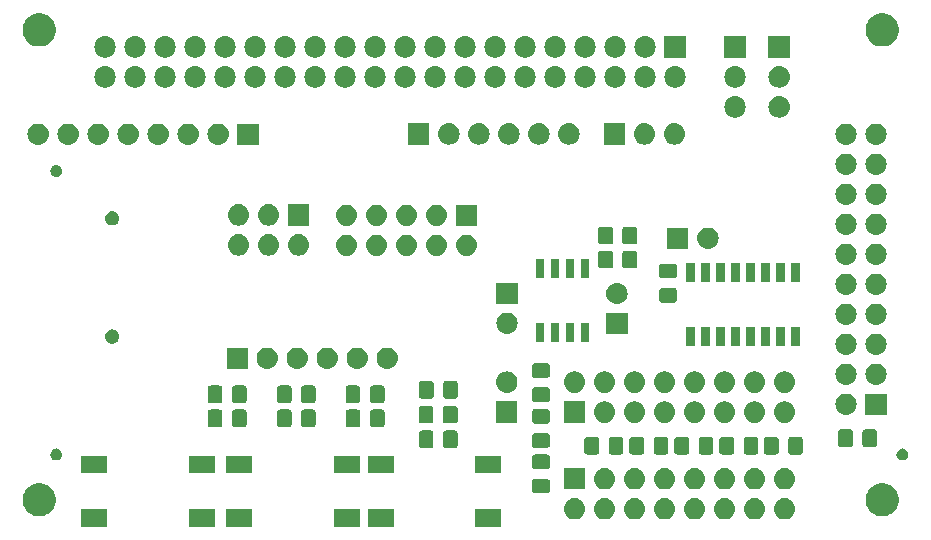
<source format=gbr>
G04 #@! TF.GenerationSoftware,KiCad,Pcbnew,5.0.2+dfsg1-1*
G04 #@! TF.CreationDate,2020-03-15T11:59:51+01:00*
G04 #@! TF.ProjectId,BEE,4245452e-6b69-4636-9164-5f7063625858,1.0*
G04 #@! TF.SameCoordinates,Original*
G04 #@! TF.FileFunction,Soldermask,Top*
G04 #@! TF.FilePolarity,Negative*
%FSLAX46Y46*%
G04 Gerber Fmt 4.6, Leading zero omitted, Abs format (unit mm)*
G04 Created by KiCad (PCBNEW 5.0.2+dfsg1-1) date Sun 15 Mar 2020 11:59:51 AM CET*
%MOMM*%
%LPD*%
G01*
G04 APERTURE LIST*
%ADD10C,0.100000*%
G04 APERTURE END LIST*
D10*
G36*
X138683300Y-125111300D02*
X136481700Y-125111300D01*
X136481700Y-123609700D01*
X138683300Y-123609700D01*
X138683300Y-125111300D01*
X138683300Y-125111300D01*
G37*
G36*
X129583300Y-125111300D02*
X127381700Y-125111300D01*
X127381700Y-123609700D01*
X129583300Y-123609700D01*
X129583300Y-125111300D01*
X129583300Y-125111300D01*
G37*
G36*
X105326300Y-125111300D02*
X103124700Y-125111300D01*
X103124700Y-123609700D01*
X105326300Y-123609700D01*
X105326300Y-125111300D01*
X105326300Y-125111300D01*
G37*
G36*
X114426300Y-125111300D02*
X112224700Y-125111300D01*
X112224700Y-123609700D01*
X114426300Y-123609700D01*
X114426300Y-125111300D01*
X114426300Y-125111300D01*
G37*
G36*
X126681800Y-125111300D02*
X124480200Y-125111300D01*
X124480200Y-123609700D01*
X126681800Y-123609700D01*
X126681800Y-125111300D01*
X126681800Y-125111300D01*
G37*
G36*
X117581800Y-125111300D02*
X115380200Y-125111300D01*
X115380200Y-123609700D01*
X117581800Y-123609700D01*
X117581800Y-125111300D01*
X117581800Y-125111300D01*
G37*
G36*
X162838188Y-122708634D02*
X163007989Y-122760143D01*
X163164479Y-122843789D01*
X163301643Y-122956357D01*
X163414211Y-123093521D01*
X163497857Y-123250011D01*
X163549366Y-123419812D01*
X163566758Y-123596400D01*
X163549366Y-123772988D01*
X163497857Y-123942789D01*
X163414211Y-124099279D01*
X163301643Y-124236443D01*
X163164479Y-124349011D01*
X163007989Y-124432657D01*
X162838188Y-124484166D01*
X162705849Y-124497200D01*
X162617351Y-124497200D01*
X162485012Y-124484166D01*
X162315211Y-124432657D01*
X162158721Y-124349011D01*
X162021557Y-124236443D01*
X161908989Y-124099279D01*
X161825343Y-123942789D01*
X161773834Y-123772988D01*
X161756442Y-123596400D01*
X161773834Y-123419812D01*
X161825343Y-123250011D01*
X161908989Y-123093521D01*
X162021557Y-122956357D01*
X162158721Y-122843789D01*
X162315211Y-122760143D01*
X162485012Y-122708634D01*
X162617351Y-122695600D01*
X162705849Y-122695600D01*
X162838188Y-122708634D01*
X162838188Y-122708634D01*
G37*
G36*
X160298188Y-122708634D02*
X160467989Y-122760143D01*
X160624479Y-122843789D01*
X160761643Y-122956357D01*
X160874211Y-123093521D01*
X160957857Y-123250011D01*
X161009366Y-123419812D01*
X161026758Y-123596400D01*
X161009366Y-123772988D01*
X160957857Y-123942789D01*
X160874211Y-124099279D01*
X160761643Y-124236443D01*
X160624479Y-124349011D01*
X160467989Y-124432657D01*
X160298188Y-124484166D01*
X160165849Y-124497200D01*
X160077351Y-124497200D01*
X159945012Y-124484166D01*
X159775211Y-124432657D01*
X159618721Y-124349011D01*
X159481557Y-124236443D01*
X159368989Y-124099279D01*
X159285343Y-123942789D01*
X159233834Y-123772988D01*
X159216442Y-123596400D01*
X159233834Y-123419812D01*
X159285343Y-123250011D01*
X159368989Y-123093521D01*
X159481557Y-122956357D01*
X159618721Y-122843789D01*
X159775211Y-122760143D01*
X159945012Y-122708634D01*
X160077351Y-122695600D01*
X160165849Y-122695600D01*
X160298188Y-122708634D01*
X160298188Y-122708634D01*
G37*
G36*
X157758188Y-122708634D02*
X157927989Y-122760143D01*
X158084479Y-122843789D01*
X158221643Y-122956357D01*
X158334211Y-123093521D01*
X158417857Y-123250011D01*
X158469366Y-123419812D01*
X158486758Y-123596400D01*
X158469366Y-123772988D01*
X158417857Y-123942789D01*
X158334211Y-124099279D01*
X158221643Y-124236443D01*
X158084479Y-124349011D01*
X157927989Y-124432657D01*
X157758188Y-124484166D01*
X157625849Y-124497200D01*
X157537351Y-124497200D01*
X157405012Y-124484166D01*
X157235211Y-124432657D01*
X157078721Y-124349011D01*
X156941557Y-124236443D01*
X156828989Y-124099279D01*
X156745343Y-123942789D01*
X156693834Y-123772988D01*
X156676442Y-123596400D01*
X156693834Y-123419812D01*
X156745343Y-123250011D01*
X156828989Y-123093521D01*
X156941557Y-122956357D01*
X157078721Y-122843789D01*
X157235211Y-122760143D01*
X157405012Y-122708634D01*
X157537351Y-122695600D01*
X157625849Y-122695600D01*
X157758188Y-122708634D01*
X157758188Y-122708634D01*
G37*
G36*
X152678188Y-122708634D02*
X152847989Y-122760143D01*
X153004479Y-122843789D01*
X153141643Y-122956357D01*
X153254211Y-123093521D01*
X153337857Y-123250011D01*
X153389366Y-123419812D01*
X153406758Y-123596400D01*
X153389366Y-123772988D01*
X153337857Y-123942789D01*
X153254211Y-124099279D01*
X153141643Y-124236443D01*
X153004479Y-124349011D01*
X152847989Y-124432657D01*
X152678188Y-124484166D01*
X152545849Y-124497200D01*
X152457351Y-124497200D01*
X152325012Y-124484166D01*
X152155211Y-124432657D01*
X151998721Y-124349011D01*
X151861557Y-124236443D01*
X151748989Y-124099279D01*
X151665343Y-123942789D01*
X151613834Y-123772988D01*
X151596442Y-123596400D01*
X151613834Y-123419812D01*
X151665343Y-123250011D01*
X151748989Y-123093521D01*
X151861557Y-122956357D01*
X151998721Y-122843789D01*
X152155211Y-122760143D01*
X152325012Y-122708634D01*
X152457351Y-122695600D01*
X152545849Y-122695600D01*
X152678188Y-122708634D01*
X152678188Y-122708634D01*
G37*
G36*
X150138188Y-122708634D02*
X150307989Y-122760143D01*
X150464479Y-122843789D01*
X150601643Y-122956357D01*
X150714211Y-123093521D01*
X150797857Y-123250011D01*
X150849366Y-123419812D01*
X150866758Y-123596400D01*
X150849366Y-123772988D01*
X150797857Y-123942789D01*
X150714211Y-124099279D01*
X150601643Y-124236443D01*
X150464479Y-124349011D01*
X150307989Y-124432657D01*
X150138188Y-124484166D01*
X150005849Y-124497200D01*
X149917351Y-124497200D01*
X149785012Y-124484166D01*
X149615211Y-124432657D01*
X149458721Y-124349011D01*
X149321557Y-124236443D01*
X149208989Y-124099279D01*
X149125343Y-123942789D01*
X149073834Y-123772988D01*
X149056442Y-123596400D01*
X149073834Y-123419812D01*
X149125343Y-123250011D01*
X149208989Y-123093521D01*
X149321557Y-122956357D01*
X149458721Y-122843789D01*
X149615211Y-122760143D01*
X149785012Y-122708634D01*
X149917351Y-122695600D01*
X150005849Y-122695600D01*
X150138188Y-122708634D01*
X150138188Y-122708634D01*
G37*
G36*
X147598188Y-122708634D02*
X147767989Y-122760143D01*
X147924479Y-122843789D01*
X148061643Y-122956357D01*
X148174211Y-123093521D01*
X148257857Y-123250011D01*
X148309366Y-123419812D01*
X148326758Y-123596400D01*
X148309366Y-123772988D01*
X148257857Y-123942789D01*
X148174211Y-124099279D01*
X148061643Y-124236443D01*
X147924479Y-124349011D01*
X147767989Y-124432657D01*
X147598188Y-124484166D01*
X147465849Y-124497200D01*
X147377351Y-124497200D01*
X147245012Y-124484166D01*
X147075211Y-124432657D01*
X146918721Y-124349011D01*
X146781557Y-124236443D01*
X146668989Y-124099279D01*
X146585343Y-123942789D01*
X146533834Y-123772988D01*
X146516442Y-123596400D01*
X146533834Y-123419812D01*
X146585343Y-123250011D01*
X146668989Y-123093521D01*
X146781557Y-122956357D01*
X146918721Y-122843789D01*
X147075211Y-122760143D01*
X147245012Y-122708634D01*
X147377351Y-122695600D01*
X147465849Y-122695600D01*
X147598188Y-122708634D01*
X147598188Y-122708634D01*
G37*
G36*
X145058188Y-122708634D02*
X145227989Y-122760143D01*
X145384479Y-122843789D01*
X145521643Y-122956357D01*
X145634211Y-123093521D01*
X145717857Y-123250011D01*
X145769366Y-123419812D01*
X145786758Y-123596400D01*
X145769366Y-123772988D01*
X145717857Y-123942789D01*
X145634211Y-124099279D01*
X145521643Y-124236443D01*
X145384479Y-124349011D01*
X145227989Y-124432657D01*
X145058188Y-124484166D01*
X144925849Y-124497200D01*
X144837351Y-124497200D01*
X144705012Y-124484166D01*
X144535211Y-124432657D01*
X144378721Y-124349011D01*
X144241557Y-124236443D01*
X144128989Y-124099279D01*
X144045343Y-123942789D01*
X143993834Y-123772988D01*
X143976442Y-123596400D01*
X143993834Y-123419812D01*
X144045343Y-123250011D01*
X144128989Y-123093521D01*
X144241557Y-122956357D01*
X144378721Y-122843789D01*
X144535211Y-122760143D01*
X144705012Y-122708634D01*
X144837351Y-122695600D01*
X144925849Y-122695600D01*
X145058188Y-122708634D01*
X145058188Y-122708634D01*
G37*
G36*
X155218188Y-122708634D02*
X155387989Y-122760143D01*
X155544479Y-122843789D01*
X155681643Y-122956357D01*
X155794211Y-123093521D01*
X155877857Y-123250011D01*
X155929366Y-123419812D01*
X155946758Y-123596400D01*
X155929366Y-123772988D01*
X155877857Y-123942789D01*
X155794211Y-124099279D01*
X155681643Y-124236443D01*
X155544479Y-124349011D01*
X155387989Y-124432657D01*
X155218188Y-124484166D01*
X155085849Y-124497200D01*
X154997351Y-124497200D01*
X154865012Y-124484166D01*
X154695211Y-124432657D01*
X154538721Y-124349011D01*
X154401557Y-124236443D01*
X154288989Y-124099279D01*
X154205343Y-123942789D01*
X154153834Y-123772988D01*
X154136442Y-123596400D01*
X154153834Y-123419812D01*
X154205343Y-123250011D01*
X154288989Y-123093521D01*
X154401557Y-122956357D01*
X154538721Y-122843789D01*
X154695211Y-122760143D01*
X154865012Y-122708634D01*
X154997351Y-122695600D01*
X155085849Y-122695600D01*
X155218188Y-122708634D01*
X155218188Y-122708634D01*
G37*
G36*
X99976598Y-121493032D02*
X100231528Y-121598627D01*
X100460958Y-121751927D01*
X100656073Y-121947042D01*
X100809373Y-122176472D01*
X100914968Y-122431402D01*
X100968800Y-122702033D01*
X100968800Y-122977967D01*
X100914968Y-123248598D01*
X100809373Y-123503528D01*
X100656073Y-123732958D01*
X100460958Y-123928073D01*
X100231528Y-124081373D01*
X99976598Y-124186968D01*
X99705967Y-124240800D01*
X99430033Y-124240800D01*
X99159402Y-124186968D01*
X98904472Y-124081373D01*
X98675042Y-123928073D01*
X98479927Y-123732958D01*
X98326627Y-123503528D01*
X98221032Y-123248598D01*
X98167200Y-122977967D01*
X98167200Y-122702033D01*
X98221032Y-122431402D01*
X98326627Y-122176472D01*
X98479927Y-121947042D01*
X98675042Y-121751927D01*
X98904472Y-121598627D01*
X99159402Y-121493032D01*
X99430033Y-121439200D01*
X99705967Y-121439200D01*
X99976598Y-121493032D01*
X99976598Y-121493032D01*
G37*
G36*
X171350598Y-121493032D02*
X171605528Y-121598627D01*
X171834958Y-121751927D01*
X172030073Y-121947042D01*
X172183373Y-122176472D01*
X172288968Y-122431402D01*
X172342800Y-122702033D01*
X172342800Y-122977967D01*
X172288968Y-123248598D01*
X172183373Y-123503528D01*
X172030073Y-123732958D01*
X171834958Y-123928073D01*
X171605528Y-124081373D01*
X171350598Y-124186968D01*
X171079967Y-124240800D01*
X170804033Y-124240800D01*
X170533402Y-124186968D01*
X170278472Y-124081373D01*
X170049042Y-123928073D01*
X169853927Y-123732958D01*
X169700627Y-123503528D01*
X169595032Y-123248598D01*
X169541200Y-122977967D01*
X169541200Y-122702033D01*
X169595032Y-122431402D01*
X169700627Y-122176472D01*
X169853927Y-121947042D01*
X170049042Y-121751927D01*
X170278472Y-121598627D01*
X170533402Y-121493032D01*
X170804033Y-121439200D01*
X171079967Y-121439200D01*
X171350598Y-121493032D01*
X171350598Y-121493032D01*
G37*
G36*
X142591524Y-121063120D02*
X142637163Y-121076964D01*
X142679226Y-121099447D01*
X142716095Y-121129705D01*
X142746353Y-121166574D01*
X142768836Y-121208637D01*
X142782680Y-121254276D01*
X142787600Y-121304226D01*
X142787600Y-122063774D01*
X142782680Y-122113724D01*
X142768836Y-122159363D01*
X142746353Y-122201426D01*
X142716095Y-122238295D01*
X142679226Y-122268553D01*
X142637163Y-122291036D01*
X142591524Y-122304880D01*
X142541574Y-122309800D01*
X141532026Y-122309800D01*
X141482076Y-122304880D01*
X141436437Y-122291036D01*
X141394374Y-122268553D01*
X141357505Y-122238295D01*
X141327247Y-122201426D01*
X141304764Y-122159363D01*
X141290920Y-122113724D01*
X141286000Y-122063774D01*
X141286000Y-121304226D01*
X141290920Y-121254276D01*
X141304764Y-121208637D01*
X141327247Y-121166574D01*
X141357505Y-121129705D01*
X141394374Y-121099447D01*
X141436437Y-121076964D01*
X141482076Y-121063120D01*
X141532026Y-121058200D01*
X142541574Y-121058200D01*
X142591524Y-121063120D01*
X142591524Y-121063120D01*
G37*
G36*
X160298188Y-120168634D02*
X160467989Y-120220143D01*
X160624479Y-120303789D01*
X160761643Y-120416357D01*
X160874211Y-120553521D01*
X160957857Y-120710011D01*
X161009366Y-120879812D01*
X161026758Y-121056400D01*
X161009366Y-121232988D01*
X160957857Y-121402789D01*
X160874211Y-121559279D01*
X160761643Y-121696443D01*
X160624479Y-121809011D01*
X160467989Y-121892657D01*
X160298188Y-121944166D01*
X160165849Y-121957200D01*
X160077351Y-121957200D01*
X159945012Y-121944166D01*
X159775211Y-121892657D01*
X159618721Y-121809011D01*
X159481557Y-121696443D01*
X159368989Y-121559279D01*
X159285343Y-121402789D01*
X159233834Y-121232988D01*
X159216442Y-121056400D01*
X159233834Y-120879812D01*
X159285343Y-120710011D01*
X159368989Y-120553521D01*
X159481557Y-120416357D01*
X159618721Y-120303789D01*
X159775211Y-120220143D01*
X159945012Y-120168634D01*
X160077351Y-120155600D01*
X160165849Y-120155600D01*
X160298188Y-120168634D01*
X160298188Y-120168634D01*
G37*
G36*
X147598188Y-120168634D02*
X147767989Y-120220143D01*
X147924479Y-120303789D01*
X148061643Y-120416357D01*
X148174211Y-120553521D01*
X148257857Y-120710011D01*
X148309366Y-120879812D01*
X148326758Y-121056400D01*
X148309366Y-121232988D01*
X148257857Y-121402789D01*
X148174211Y-121559279D01*
X148061643Y-121696443D01*
X147924479Y-121809011D01*
X147767989Y-121892657D01*
X147598188Y-121944166D01*
X147465849Y-121957200D01*
X147377351Y-121957200D01*
X147245012Y-121944166D01*
X147075211Y-121892657D01*
X146918721Y-121809011D01*
X146781557Y-121696443D01*
X146668989Y-121559279D01*
X146585343Y-121402789D01*
X146533834Y-121232988D01*
X146516442Y-121056400D01*
X146533834Y-120879812D01*
X146585343Y-120710011D01*
X146668989Y-120553521D01*
X146781557Y-120416357D01*
X146918721Y-120303789D01*
X147075211Y-120220143D01*
X147245012Y-120168634D01*
X147377351Y-120155600D01*
X147465849Y-120155600D01*
X147598188Y-120168634D01*
X147598188Y-120168634D01*
G37*
G36*
X150138188Y-120168634D02*
X150307989Y-120220143D01*
X150464479Y-120303789D01*
X150601643Y-120416357D01*
X150714211Y-120553521D01*
X150797857Y-120710011D01*
X150849366Y-120879812D01*
X150866758Y-121056400D01*
X150849366Y-121232988D01*
X150797857Y-121402789D01*
X150714211Y-121559279D01*
X150601643Y-121696443D01*
X150464479Y-121809011D01*
X150307989Y-121892657D01*
X150138188Y-121944166D01*
X150005849Y-121957200D01*
X149917351Y-121957200D01*
X149785012Y-121944166D01*
X149615211Y-121892657D01*
X149458721Y-121809011D01*
X149321557Y-121696443D01*
X149208989Y-121559279D01*
X149125343Y-121402789D01*
X149073834Y-121232988D01*
X149056442Y-121056400D01*
X149073834Y-120879812D01*
X149125343Y-120710011D01*
X149208989Y-120553521D01*
X149321557Y-120416357D01*
X149458721Y-120303789D01*
X149615211Y-120220143D01*
X149785012Y-120168634D01*
X149917351Y-120155600D01*
X150005849Y-120155600D01*
X150138188Y-120168634D01*
X150138188Y-120168634D01*
G37*
G36*
X152678188Y-120168634D02*
X152847989Y-120220143D01*
X153004479Y-120303789D01*
X153141643Y-120416357D01*
X153254211Y-120553521D01*
X153337857Y-120710011D01*
X153389366Y-120879812D01*
X153406758Y-121056400D01*
X153389366Y-121232988D01*
X153337857Y-121402789D01*
X153254211Y-121559279D01*
X153141643Y-121696443D01*
X153004479Y-121809011D01*
X152847989Y-121892657D01*
X152678188Y-121944166D01*
X152545849Y-121957200D01*
X152457351Y-121957200D01*
X152325012Y-121944166D01*
X152155211Y-121892657D01*
X151998721Y-121809011D01*
X151861557Y-121696443D01*
X151748989Y-121559279D01*
X151665343Y-121402789D01*
X151613834Y-121232988D01*
X151596442Y-121056400D01*
X151613834Y-120879812D01*
X151665343Y-120710011D01*
X151748989Y-120553521D01*
X151861557Y-120416357D01*
X151998721Y-120303789D01*
X152155211Y-120220143D01*
X152325012Y-120168634D01*
X152457351Y-120155600D01*
X152545849Y-120155600D01*
X152678188Y-120168634D01*
X152678188Y-120168634D01*
G37*
G36*
X155218188Y-120168634D02*
X155387989Y-120220143D01*
X155544479Y-120303789D01*
X155681643Y-120416357D01*
X155794211Y-120553521D01*
X155877857Y-120710011D01*
X155929366Y-120879812D01*
X155946758Y-121056400D01*
X155929366Y-121232988D01*
X155877857Y-121402789D01*
X155794211Y-121559279D01*
X155681643Y-121696443D01*
X155544479Y-121809011D01*
X155387989Y-121892657D01*
X155218188Y-121944166D01*
X155085849Y-121957200D01*
X154997351Y-121957200D01*
X154865012Y-121944166D01*
X154695211Y-121892657D01*
X154538721Y-121809011D01*
X154401557Y-121696443D01*
X154288989Y-121559279D01*
X154205343Y-121402789D01*
X154153834Y-121232988D01*
X154136442Y-121056400D01*
X154153834Y-120879812D01*
X154205343Y-120710011D01*
X154288989Y-120553521D01*
X154401557Y-120416357D01*
X154538721Y-120303789D01*
X154695211Y-120220143D01*
X154865012Y-120168634D01*
X154997351Y-120155600D01*
X155085849Y-120155600D01*
X155218188Y-120168634D01*
X155218188Y-120168634D01*
G37*
G36*
X157758188Y-120168634D02*
X157927989Y-120220143D01*
X158084479Y-120303789D01*
X158221643Y-120416357D01*
X158334211Y-120553521D01*
X158417857Y-120710011D01*
X158469366Y-120879812D01*
X158486758Y-121056400D01*
X158469366Y-121232988D01*
X158417857Y-121402789D01*
X158334211Y-121559279D01*
X158221643Y-121696443D01*
X158084479Y-121809011D01*
X157927989Y-121892657D01*
X157758188Y-121944166D01*
X157625849Y-121957200D01*
X157537351Y-121957200D01*
X157405012Y-121944166D01*
X157235211Y-121892657D01*
X157078721Y-121809011D01*
X156941557Y-121696443D01*
X156828989Y-121559279D01*
X156745343Y-121402789D01*
X156693834Y-121232988D01*
X156676442Y-121056400D01*
X156693834Y-120879812D01*
X156745343Y-120710011D01*
X156828989Y-120553521D01*
X156941557Y-120416357D01*
X157078721Y-120303789D01*
X157235211Y-120220143D01*
X157405012Y-120168634D01*
X157537351Y-120155600D01*
X157625849Y-120155600D01*
X157758188Y-120168634D01*
X157758188Y-120168634D01*
G37*
G36*
X162838188Y-120168634D02*
X163007989Y-120220143D01*
X163164479Y-120303789D01*
X163301643Y-120416357D01*
X163414211Y-120553521D01*
X163497857Y-120710011D01*
X163549366Y-120879812D01*
X163566758Y-121056400D01*
X163549366Y-121232988D01*
X163497857Y-121402789D01*
X163414211Y-121559279D01*
X163301643Y-121696443D01*
X163164479Y-121809011D01*
X163007989Y-121892657D01*
X162838188Y-121944166D01*
X162705849Y-121957200D01*
X162617351Y-121957200D01*
X162485012Y-121944166D01*
X162315211Y-121892657D01*
X162158721Y-121809011D01*
X162021557Y-121696443D01*
X161908989Y-121559279D01*
X161825343Y-121402789D01*
X161773834Y-121232988D01*
X161756442Y-121056400D01*
X161773834Y-120879812D01*
X161825343Y-120710011D01*
X161908989Y-120553521D01*
X162021557Y-120416357D01*
X162158721Y-120303789D01*
X162315211Y-120220143D01*
X162485012Y-120168634D01*
X162617351Y-120155600D01*
X162705849Y-120155600D01*
X162838188Y-120168634D01*
X162838188Y-120168634D01*
G37*
G36*
X145782400Y-121957200D02*
X143980800Y-121957200D01*
X143980800Y-120155600D01*
X145782400Y-120155600D01*
X145782400Y-121957200D01*
X145782400Y-121957200D01*
G37*
G36*
X126681800Y-120611300D02*
X124480200Y-120611300D01*
X124480200Y-119109700D01*
X126681800Y-119109700D01*
X126681800Y-120611300D01*
X126681800Y-120611300D01*
G37*
G36*
X117581800Y-120611300D02*
X115380200Y-120611300D01*
X115380200Y-119109700D01*
X117581800Y-119109700D01*
X117581800Y-120611300D01*
X117581800Y-120611300D01*
G37*
G36*
X129583300Y-120611300D02*
X127381700Y-120611300D01*
X127381700Y-119109700D01*
X129583300Y-119109700D01*
X129583300Y-120611300D01*
X129583300Y-120611300D01*
G37*
G36*
X138683300Y-120611300D02*
X136481700Y-120611300D01*
X136481700Y-119109700D01*
X138683300Y-119109700D01*
X138683300Y-120611300D01*
X138683300Y-120611300D01*
G37*
G36*
X105326300Y-120611300D02*
X103124700Y-120611300D01*
X103124700Y-119109700D01*
X105326300Y-119109700D01*
X105326300Y-120611300D01*
X105326300Y-120611300D01*
G37*
G36*
X114426300Y-120611300D02*
X112224700Y-120611300D01*
X112224700Y-119109700D01*
X114426300Y-119109700D01*
X114426300Y-120611300D01*
X114426300Y-120611300D01*
G37*
G36*
X142591524Y-119013120D02*
X142637163Y-119026964D01*
X142679226Y-119049447D01*
X142716095Y-119079705D01*
X142746353Y-119116574D01*
X142768836Y-119158637D01*
X142782680Y-119204276D01*
X142787600Y-119254226D01*
X142787600Y-120013774D01*
X142782680Y-120063724D01*
X142768836Y-120109363D01*
X142746353Y-120151426D01*
X142716095Y-120188295D01*
X142679226Y-120218553D01*
X142637163Y-120241036D01*
X142591524Y-120254880D01*
X142541574Y-120259800D01*
X141532026Y-120259800D01*
X141482076Y-120254880D01*
X141436437Y-120241036D01*
X141394374Y-120218553D01*
X141357505Y-120188295D01*
X141327247Y-120151426D01*
X141304764Y-120109363D01*
X141290920Y-120063724D01*
X141286000Y-120013774D01*
X141286000Y-119254226D01*
X141290920Y-119204276D01*
X141304764Y-119158637D01*
X141327247Y-119116574D01*
X141357505Y-119079705D01*
X141394374Y-119049447D01*
X141436437Y-119026964D01*
X141482076Y-119013120D01*
X141532026Y-119008200D01*
X142541574Y-119008200D01*
X142591524Y-119013120D01*
X142591524Y-119013120D01*
G37*
G36*
X101145845Y-118519215D02*
X101236842Y-118556907D01*
X101318730Y-118611622D01*
X101388378Y-118681270D01*
X101443093Y-118763158D01*
X101443094Y-118763161D01*
X101480785Y-118854155D01*
X101496570Y-118933508D01*
X101500000Y-118950755D01*
X101500000Y-119049245D01*
X101480785Y-119145845D01*
X101443093Y-119236842D01*
X101388378Y-119318730D01*
X101318730Y-119388378D01*
X101236842Y-119443093D01*
X101145845Y-119480785D01*
X101049246Y-119500000D01*
X100950754Y-119500000D01*
X100854155Y-119480785D01*
X100763158Y-119443093D01*
X100681270Y-119388378D01*
X100611622Y-119318730D01*
X100556907Y-119236842D01*
X100519215Y-119145845D01*
X100500000Y-119049245D01*
X100500000Y-118950755D01*
X100503431Y-118933508D01*
X100519215Y-118854155D01*
X100556906Y-118763161D01*
X100556907Y-118763158D01*
X100611622Y-118681270D01*
X100681270Y-118611622D01*
X100763158Y-118556907D01*
X100854155Y-118519215D01*
X100950754Y-118500000D01*
X101049246Y-118500000D01*
X101145845Y-118519215D01*
X101145845Y-118519215D01*
G37*
G36*
X172785845Y-118519215D02*
X172876842Y-118556907D01*
X172958730Y-118611622D01*
X173028378Y-118681270D01*
X173083093Y-118763158D01*
X173083094Y-118763161D01*
X173120785Y-118854155D01*
X173136570Y-118933508D01*
X173140000Y-118950755D01*
X173140000Y-119049245D01*
X173120785Y-119145845D01*
X173083093Y-119236842D01*
X173028378Y-119318730D01*
X172958730Y-119388378D01*
X172876842Y-119443093D01*
X172785845Y-119480785D01*
X172689246Y-119500000D01*
X172590754Y-119500000D01*
X172494155Y-119480785D01*
X172403158Y-119443093D01*
X172321270Y-119388378D01*
X172251622Y-119318730D01*
X172196907Y-119236842D01*
X172159215Y-119145845D01*
X172140000Y-119049245D01*
X172140000Y-118950755D01*
X172143431Y-118933508D01*
X172159215Y-118854155D01*
X172196906Y-118763161D01*
X172196907Y-118763158D01*
X172251622Y-118681270D01*
X172321270Y-118611622D01*
X172403158Y-118556907D01*
X172494155Y-118519215D01*
X172590754Y-118500000D01*
X172689246Y-118500000D01*
X172785845Y-118519215D01*
X172785845Y-118519215D01*
G37*
G36*
X158196524Y-117516520D02*
X158242163Y-117530364D01*
X158284226Y-117552847D01*
X158321095Y-117583105D01*
X158351353Y-117619974D01*
X158373836Y-117662037D01*
X158387680Y-117707676D01*
X158392600Y-117757626D01*
X158392600Y-118767174D01*
X158387680Y-118817124D01*
X158373836Y-118862763D01*
X158351353Y-118904826D01*
X158321095Y-118941695D01*
X158284226Y-118971953D01*
X158242163Y-118994436D01*
X158196524Y-119008280D01*
X158146574Y-119013200D01*
X157387026Y-119013200D01*
X157337076Y-119008280D01*
X157291437Y-118994436D01*
X157249374Y-118971953D01*
X157212505Y-118941695D01*
X157182247Y-118904826D01*
X157159764Y-118862763D01*
X157145920Y-118817124D01*
X157141000Y-118767174D01*
X157141000Y-117757626D01*
X157145920Y-117707676D01*
X157159764Y-117662037D01*
X157182247Y-117619974D01*
X157212505Y-117583105D01*
X157249374Y-117552847D01*
X157291437Y-117530364D01*
X157337076Y-117516520D01*
X157387026Y-117511600D01*
X158146574Y-117511600D01*
X158196524Y-117516520D01*
X158196524Y-117516520D01*
G37*
G36*
X156436524Y-117516520D02*
X156482163Y-117530364D01*
X156524226Y-117552847D01*
X156561095Y-117583105D01*
X156591353Y-117619974D01*
X156613836Y-117662037D01*
X156627680Y-117707676D01*
X156632600Y-117757626D01*
X156632600Y-118767174D01*
X156627680Y-118817124D01*
X156613836Y-118862763D01*
X156591353Y-118904826D01*
X156561095Y-118941695D01*
X156524226Y-118971953D01*
X156482163Y-118994436D01*
X156436524Y-119008280D01*
X156386574Y-119013200D01*
X155627026Y-119013200D01*
X155577076Y-119008280D01*
X155531437Y-118994436D01*
X155489374Y-118971953D01*
X155452505Y-118941695D01*
X155422247Y-118904826D01*
X155399764Y-118862763D01*
X155385920Y-118817124D01*
X155381000Y-118767174D01*
X155381000Y-117757626D01*
X155385920Y-117707676D01*
X155399764Y-117662037D01*
X155422247Y-117619974D01*
X155452505Y-117583105D01*
X155489374Y-117552847D01*
X155531437Y-117530364D01*
X155577076Y-117516520D01*
X155627026Y-117511600D01*
X156386574Y-117511600D01*
X156436524Y-117516520D01*
X156436524Y-117516520D01*
G37*
G36*
X154386524Y-117516520D02*
X154432163Y-117530364D01*
X154474226Y-117552847D01*
X154511095Y-117583105D01*
X154541353Y-117619974D01*
X154563836Y-117662037D01*
X154577680Y-117707676D01*
X154582600Y-117757626D01*
X154582600Y-118767174D01*
X154577680Y-118817124D01*
X154563836Y-118862763D01*
X154541353Y-118904826D01*
X154511095Y-118941695D01*
X154474226Y-118971953D01*
X154432163Y-118994436D01*
X154386524Y-119008280D01*
X154336574Y-119013200D01*
X153577026Y-119013200D01*
X153527076Y-119008280D01*
X153481437Y-118994436D01*
X153439374Y-118971953D01*
X153402505Y-118941695D01*
X153372247Y-118904826D01*
X153349764Y-118862763D01*
X153335920Y-118817124D01*
X153331000Y-118767174D01*
X153331000Y-117757626D01*
X153335920Y-117707676D01*
X153349764Y-117662037D01*
X153372247Y-117619974D01*
X153402505Y-117583105D01*
X153439374Y-117552847D01*
X153481437Y-117530364D01*
X153527076Y-117516520D01*
X153577026Y-117511600D01*
X154336574Y-117511600D01*
X154386524Y-117516520D01*
X154386524Y-117516520D01*
G37*
G36*
X152626524Y-117516520D02*
X152672163Y-117530364D01*
X152714226Y-117552847D01*
X152751095Y-117583105D01*
X152781353Y-117619974D01*
X152803836Y-117662037D01*
X152817680Y-117707676D01*
X152822600Y-117757626D01*
X152822600Y-118767174D01*
X152817680Y-118817124D01*
X152803836Y-118862763D01*
X152781353Y-118904826D01*
X152751095Y-118941695D01*
X152714226Y-118971953D01*
X152672163Y-118994436D01*
X152626524Y-119008280D01*
X152576574Y-119013200D01*
X151817026Y-119013200D01*
X151767076Y-119008280D01*
X151721437Y-118994436D01*
X151679374Y-118971953D01*
X151642505Y-118941695D01*
X151612247Y-118904826D01*
X151589764Y-118862763D01*
X151575920Y-118817124D01*
X151571000Y-118767174D01*
X151571000Y-117757626D01*
X151575920Y-117707676D01*
X151589764Y-117662037D01*
X151612247Y-117619974D01*
X151642505Y-117583105D01*
X151679374Y-117552847D01*
X151721437Y-117530364D01*
X151767076Y-117516520D01*
X151817026Y-117511600D01*
X152576574Y-117511600D01*
X152626524Y-117516520D01*
X152626524Y-117516520D01*
G37*
G36*
X150576524Y-117516520D02*
X150622163Y-117530364D01*
X150664226Y-117552847D01*
X150701095Y-117583105D01*
X150731353Y-117619974D01*
X150753836Y-117662037D01*
X150767680Y-117707676D01*
X150772600Y-117757626D01*
X150772600Y-118767174D01*
X150767680Y-118817124D01*
X150753836Y-118862763D01*
X150731353Y-118904826D01*
X150701095Y-118941695D01*
X150664226Y-118971953D01*
X150622163Y-118994436D01*
X150576524Y-119008280D01*
X150526574Y-119013200D01*
X149767026Y-119013200D01*
X149717076Y-119008280D01*
X149671437Y-118994436D01*
X149629374Y-118971953D01*
X149592505Y-118941695D01*
X149562247Y-118904826D01*
X149539764Y-118862763D01*
X149525920Y-118817124D01*
X149521000Y-118767174D01*
X149521000Y-117757626D01*
X149525920Y-117707676D01*
X149539764Y-117662037D01*
X149562247Y-117619974D01*
X149592505Y-117583105D01*
X149629374Y-117552847D01*
X149671437Y-117530364D01*
X149717076Y-117516520D01*
X149767026Y-117511600D01*
X150526574Y-117511600D01*
X150576524Y-117516520D01*
X150576524Y-117516520D01*
G37*
G36*
X160246524Y-117516520D02*
X160292163Y-117530364D01*
X160334226Y-117552847D01*
X160371095Y-117583105D01*
X160401353Y-117619974D01*
X160423836Y-117662037D01*
X160437680Y-117707676D01*
X160442600Y-117757626D01*
X160442600Y-118767174D01*
X160437680Y-118817124D01*
X160423836Y-118862763D01*
X160401353Y-118904826D01*
X160371095Y-118941695D01*
X160334226Y-118971953D01*
X160292163Y-118994436D01*
X160246524Y-119008280D01*
X160196574Y-119013200D01*
X159437026Y-119013200D01*
X159387076Y-119008280D01*
X159341437Y-118994436D01*
X159299374Y-118971953D01*
X159262505Y-118941695D01*
X159232247Y-118904826D01*
X159209764Y-118862763D01*
X159195920Y-118817124D01*
X159191000Y-118767174D01*
X159191000Y-117757626D01*
X159195920Y-117707676D01*
X159209764Y-117662037D01*
X159232247Y-117619974D01*
X159262505Y-117583105D01*
X159299374Y-117552847D01*
X159341437Y-117530364D01*
X159387076Y-117516520D01*
X159437026Y-117511600D01*
X160196574Y-117511600D01*
X160246524Y-117516520D01*
X160246524Y-117516520D01*
G37*
G36*
X146766524Y-117516520D02*
X146812163Y-117530364D01*
X146854226Y-117552847D01*
X146891095Y-117583105D01*
X146921353Y-117619974D01*
X146943836Y-117662037D01*
X146957680Y-117707676D01*
X146962600Y-117757626D01*
X146962600Y-118767174D01*
X146957680Y-118817124D01*
X146943836Y-118862763D01*
X146921353Y-118904826D01*
X146891095Y-118941695D01*
X146854226Y-118971953D01*
X146812163Y-118994436D01*
X146766524Y-119008280D01*
X146716574Y-119013200D01*
X145957026Y-119013200D01*
X145907076Y-119008280D01*
X145861437Y-118994436D01*
X145819374Y-118971953D01*
X145782505Y-118941695D01*
X145752247Y-118904826D01*
X145729764Y-118862763D01*
X145715920Y-118817124D01*
X145711000Y-118767174D01*
X145711000Y-117757626D01*
X145715920Y-117707676D01*
X145729764Y-117662037D01*
X145752247Y-117619974D01*
X145782505Y-117583105D01*
X145819374Y-117552847D01*
X145861437Y-117530364D01*
X145907076Y-117516520D01*
X145957026Y-117511600D01*
X146716574Y-117511600D01*
X146766524Y-117516520D01*
X146766524Y-117516520D01*
G37*
G36*
X161973724Y-117516520D02*
X162019363Y-117530364D01*
X162061426Y-117552847D01*
X162098295Y-117583105D01*
X162128553Y-117619974D01*
X162151036Y-117662037D01*
X162164880Y-117707676D01*
X162169800Y-117757626D01*
X162169800Y-118767174D01*
X162164880Y-118817124D01*
X162151036Y-118862763D01*
X162128553Y-118904826D01*
X162098295Y-118941695D01*
X162061426Y-118971953D01*
X162019363Y-118994436D01*
X161973724Y-119008280D01*
X161923774Y-119013200D01*
X161164226Y-119013200D01*
X161114276Y-119008280D01*
X161068637Y-118994436D01*
X161026574Y-118971953D01*
X160989705Y-118941695D01*
X160959447Y-118904826D01*
X160936964Y-118862763D01*
X160923120Y-118817124D01*
X160918200Y-118767174D01*
X160918200Y-117757626D01*
X160923120Y-117707676D01*
X160936964Y-117662037D01*
X160959447Y-117619974D01*
X160989705Y-117583105D01*
X161026574Y-117552847D01*
X161068637Y-117530364D01*
X161114276Y-117516520D01*
X161164226Y-117511600D01*
X161923774Y-117511600D01*
X161973724Y-117516520D01*
X161973724Y-117516520D01*
G37*
G36*
X164023724Y-117516520D02*
X164069363Y-117530364D01*
X164111426Y-117552847D01*
X164148295Y-117583105D01*
X164178553Y-117619974D01*
X164201036Y-117662037D01*
X164214880Y-117707676D01*
X164219800Y-117757626D01*
X164219800Y-118767174D01*
X164214880Y-118817124D01*
X164201036Y-118862763D01*
X164178553Y-118904826D01*
X164148295Y-118941695D01*
X164111426Y-118971953D01*
X164069363Y-118994436D01*
X164023724Y-119008280D01*
X163973774Y-119013200D01*
X163214226Y-119013200D01*
X163164276Y-119008280D01*
X163118637Y-118994436D01*
X163076574Y-118971953D01*
X163039705Y-118941695D01*
X163009447Y-118904826D01*
X162986964Y-118862763D01*
X162973120Y-118817124D01*
X162968200Y-118767174D01*
X162968200Y-117757626D01*
X162973120Y-117707676D01*
X162986964Y-117662037D01*
X163009447Y-117619974D01*
X163039705Y-117583105D01*
X163076574Y-117552847D01*
X163118637Y-117530364D01*
X163164276Y-117516520D01*
X163214226Y-117511600D01*
X163973774Y-117511600D01*
X164023724Y-117516520D01*
X164023724Y-117516520D01*
G37*
G36*
X148816524Y-117516520D02*
X148862163Y-117530364D01*
X148904226Y-117552847D01*
X148941095Y-117583105D01*
X148971353Y-117619974D01*
X148993836Y-117662037D01*
X149007680Y-117707676D01*
X149012600Y-117757626D01*
X149012600Y-118767174D01*
X149007680Y-118817124D01*
X148993836Y-118862763D01*
X148971353Y-118904826D01*
X148941095Y-118941695D01*
X148904226Y-118971953D01*
X148862163Y-118994436D01*
X148816524Y-119008280D01*
X148766574Y-119013200D01*
X148007026Y-119013200D01*
X147957076Y-119008280D01*
X147911437Y-118994436D01*
X147869374Y-118971953D01*
X147832505Y-118941695D01*
X147802247Y-118904826D01*
X147779764Y-118862763D01*
X147765920Y-118817124D01*
X147761000Y-118767174D01*
X147761000Y-117757626D01*
X147765920Y-117707676D01*
X147779764Y-117662037D01*
X147802247Y-117619974D01*
X147832505Y-117583105D01*
X147869374Y-117552847D01*
X147911437Y-117530364D01*
X147957076Y-117516520D01*
X148007026Y-117511600D01*
X148766574Y-117511600D01*
X148816524Y-117516520D01*
X148816524Y-117516520D01*
G37*
G36*
X134795724Y-116983120D02*
X134841363Y-116996964D01*
X134883426Y-117019447D01*
X134920295Y-117049705D01*
X134950553Y-117086574D01*
X134973036Y-117128637D01*
X134986880Y-117174276D01*
X134991800Y-117224226D01*
X134991800Y-118233774D01*
X134986880Y-118283724D01*
X134973036Y-118329363D01*
X134950553Y-118371426D01*
X134920295Y-118408295D01*
X134883426Y-118438553D01*
X134841363Y-118461036D01*
X134795724Y-118474880D01*
X134745774Y-118479800D01*
X133986226Y-118479800D01*
X133936276Y-118474880D01*
X133890637Y-118461036D01*
X133848574Y-118438553D01*
X133811705Y-118408295D01*
X133781447Y-118371426D01*
X133758964Y-118329363D01*
X133745120Y-118283724D01*
X133740200Y-118233774D01*
X133740200Y-117224226D01*
X133745120Y-117174276D01*
X133758964Y-117128637D01*
X133781447Y-117086574D01*
X133811705Y-117049705D01*
X133848574Y-117019447D01*
X133890637Y-116996964D01*
X133936276Y-116983120D01*
X133986226Y-116978200D01*
X134745774Y-116978200D01*
X134795724Y-116983120D01*
X134795724Y-116983120D01*
G37*
G36*
X132745724Y-116983120D02*
X132791363Y-116996964D01*
X132833426Y-117019447D01*
X132870295Y-117049705D01*
X132900553Y-117086574D01*
X132923036Y-117128637D01*
X132936880Y-117174276D01*
X132941800Y-117224226D01*
X132941800Y-118233774D01*
X132936880Y-118283724D01*
X132923036Y-118329363D01*
X132900553Y-118371426D01*
X132870295Y-118408295D01*
X132833426Y-118438553D01*
X132791363Y-118461036D01*
X132745724Y-118474880D01*
X132695774Y-118479800D01*
X131936226Y-118479800D01*
X131886276Y-118474880D01*
X131840637Y-118461036D01*
X131798574Y-118438553D01*
X131761705Y-118408295D01*
X131731447Y-118371426D01*
X131708964Y-118329363D01*
X131695120Y-118283724D01*
X131690200Y-118233774D01*
X131690200Y-117224226D01*
X131695120Y-117174276D01*
X131708964Y-117128637D01*
X131731447Y-117086574D01*
X131761705Y-117049705D01*
X131798574Y-117019447D01*
X131840637Y-116996964D01*
X131886276Y-116983120D01*
X131936226Y-116978200D01*
X132695774Y-116978200D01*
X132745724Y-116983120D01*
X132745724Y-116983120D01*
G37*
G36*
X142591524Y-117202320D02*
X142637163Y-117216164D01*
X142679226Y-117238647D01*
X142716095Y-117268905D01*
X142746353Y-117305774D01*
X142768836Y-117347837D01*
X142782680Y-117393476D01*
X142787600Y-117443426D01*
X142787600Y-118202974D01*
X142782680Y-118252924D01*
X142768836Y-118298563D01*
X142746353Y-118340626D01*
X142716095Y-118377495D01*
X142679226Y-118407753D01*
X142637163Y-118430236D01*
X142591524Y-118444080D01*
X142541574Y-118449000D01*
X141532026Y-118449000D01*
X141482076Y-118444080D01*
X141436437Y-118430236D01*
X141394374Y-118407753D01*
X141357505Y-118377495D01*
X141327247Y-118340626D01*
X141304764Y-118298563D01*
X141290920Y-118252924D01*
X141286000Y-118202974D01*
X141286000Y-117443426D01*
X141290920Y-117393476D01*
X141304764Y-117347837D01*
X141327247Y-117305774D01*
X141357505Y-117268905D01*
X141394374Y-117238647D01*
X141436437Y-117216164D01*
X141482076Y-117202320D01*
X141532026Y-117197400D01*
X142541574Y-117197400D01*
X142591524Y-117202320D01*
X142591524Y-117202320D01*
G37*
G36*
X170304924Y-116881520D02*
X170350563Y-116895364D01*
X170392626Y-116917847D01*
X170429495Y-116948105D01*
X170459753Y-116984974D01*
X170482236Y-117027037D01*
X170496080Y-117072676D01*
X170501000Y-117122626D01*
X170501000Y-118132174D01*
X170496080Y-118182124D01*
X170482236Y-118227763D01*
X170459753Y-118269826D01*
X170429495Y-118306695D01*
X170392626Y-118336953D01*
X170350563Y-118359436D01*
X170304924Y-118373280D01*
X170254974Y-118378200D01*
X169495426Y-118378200D01*
X169445476Y-118373280D01*
X169399837Y-118359436D01*
X169357774Y-118336953D01*
X169320905Y-118306695D01*
X169290647Y-118269826D01*
X169268164Y-118227763D01*
X169254320Y-118182124D01*
X169249400Y-118132174D01*
X169249400Y-117122626D01*
X169254320Y-117072676D01*
X169268164Y-117027037D01*
X169290647Y-116984974D01*
X169320905Y-116948105D01*
X169357774Y-116917847D01*
X169399837Y-116895364D01*
X169445476Y-116881520D01*
X169495426Y-116876600D01*
X170254974Y-116876600D01*
X170304924Y-116881520D01*
X170304924Y-116881520D01*
G37*
G36*
X168254924Y-116881520D02*
X168300563Y-116895364D01*
X168342626Y-116917847D01*
X168379495Y-116948105D01*
X168409753Y-116984974D01*
X168432236Y-117027037D01*
X168446080Y-117072676D01*
X168451000Y-117122626D01*
X168451000Y-118132174D01*
X168446080Y-118182124D01*
X168432236Y-118227763D01*
X168409753Y-118269826D01*
X168379495Y-118306695D01*
X168342626Y-118336953D01*
X168300563Y-118359436D01*
X168254924Y-118373280D01*
X168204974Y-118378200D01*
X167445426Y-118378200D01*
X167395476Y-118373280D01*
X167349837Y-118359436D01*
X167307774Y-118336953D01*
X167270905Y-118306695D01*
X167240647Y-118269826D01*
X167218164Y-118227763D01*
X167204320Y-118182124D01*
X167199400Y-118132174D01*
X167199400Y-117122626D01*
X167204320Y-117072676D01*
X167218164Y-117027037D01*
X167240647Y-116984974D01*
X167270905Y-116948105D01*
X167307774Y-116917847D01*
X167349837Y-116895364D01*
X167395476Y-116881520D01*
X167445426Y-116876600D01*
X168204974Y-116876600D01*
X168254924Y-116881520D01*
X168254924Y-116881520D01*
G37*
G36*
X126557124Y-115205120D02*
X126602763Y-115218964D01*
X126644826Y-115241447D01*
X126681695Y-115271705D01*
X126711953Y-115308574D01*
X126734436Y-115350637D01*
X126748280Y-115396276D01*
X126753200Y-115446226D01*
X126753200Y-116455774D01*
X126748280Y-116505724D01*
X126734436Y-116551363D01*
X126711953Y-116593426D01*
X126681695Y-116630295D01*
X126644826Y-116660553D01*
X126602763Y-116683036D01*
X126557124Y-116696880D01*
X126507174Y-116701800D01*
X125747626Y-116701800D01*
X125697676Y-116696880D01*
X125652037Y-116683036D01*
X125609974Y-116660553D01*
X125573105Y-116630295D01*
X125542847Y-116593426D01*
X125520364Y-116551363D01*
X125506520Y-116505724D01*
X125501600Y-116455774D01*
X125501600Y-115446226D01*
X125506520Y-115396276D01*
X125520364Y-115350637D01*
X125542847Y-115308574D01*
X125573105Y-115271705D01*
X125609974Y-115241447D01*
X125652037Y-115218964D01*
X125697676Y-115205120D01*
X125747626Y-115200200D01*
X126507174Y-115200200D01*
X126557124Y-115205120D01*
X126557124Y-115205120D01*
G37*
G36*
X120724124Y-115205120D02*
X120769763Y-115218964D01*
X120811826Y-115241447D01*
X120848695Y-115271705D01*
X120878953Y-115308574D01*
X120901436Y-115350637D01*
X120915280Y-115396276D01*
X120920200Y-115446226D01*
X120920200Y-116455774D01*
X120915280Y-116505724D01*
X120901436Y-116551363D01*
X120878953Y-116593426D01*
X120848695Y-116630295D01*
X120811826Y-116660553D01*
X120769763Y-116683036D01*
X120724124Y-116696880D01*
X120674174Y-116701800D01*
X119914626Y-116701800D01*
X119864676Y-116696880D01*
X119819037Y-116683036D01*
X119776974Y-116660553D01*
X119740105Y-116630295D01*
X119709847Y-116593426D01*
X119687364Y-116551363D01*
X119673520Y-116505724D01*
X119668600Y-116455774D01*
X119668600Y-115446226D01*
X119673520Y-115396276D01*
X119687364Y-115350637D01*
X119709847Y-115308574D01*
X119740105Y-115271705D01*
X119776974Y-115241447D01*
X119819037Y-115218964D01*
X119864676Y-115205120D01*
X119914626Y-115200200D01*
X120674174Y-115200200D01*
X120724124Y-115205120D01*
X120724124Y-115205120D01*
G37*
G36*
X122774124Y-115205120D02*
X122819763Y-115218964D01*
X122861826Y-115241447D01*
X122898695Y-115271705D01*
X122928953Y-115308574D01*
X122951436Y-115350637D01*
X122965280Y-115396276D01*
X122970200Y-115446226D01*
X122970200Y-116455774D01*
X122965280Y-116505724D01*
X122951436Y-116551363D01*
X122928953Y-116593426D01*
X122898695Y-116630295D01*
X122861826Y-116660553D01*
X122819763Y-116683036D01*
X122774124Y-116696880D01*
X122724174Y-116701800D01*
X121964626Y-116701800D01*
X121914676Y-116696880D01*
X121869037Y-116683036D01*
X121826974Y-116660553D01*
X121790105Y-116630295D01*
X121759847Y-116593426D01*
X121737364Y-116551363D01*
X121723520Y-116505724D01*
X121718600Y-116455774D01*
X121718600Y-115446226D01*
X121723520Y-115396276D01*
X121737364Y-115350637D01*
X121759847Y-115308574D01*
X121790105Y-115271705D01*
X121826974Y-115241447D01*
X121869037Y-115218964D01*
X121914676Y-115205120D01*
X121964626Y-115200200D01*
X122724174Y-115200200D01*
X122774124Y-115205120D01*
X122774124Y-115205120D01*
G37*
G36*
X128607124Y-115205120D02*
X128652763Y-115218964D01*
X128694826Y-115241447D01*
X128731695Y-115271705D01*
X128761953Y-115308574D01*
X128784436Y-115350637D01*
X128798280Y-115396276D01*
X128803200Y-115446226D01*
X128803200Y-116455774D01*
X128798280Y-116505724D01*
X128784436Y-116551363D01*
X128761953Y-116593426D01*
X128731695Y-116630295D01*
X128694826Y-116660553D01*
X128652763Y-116683036D01*
X128607124Y-116696880D01*
X128557174Y-116701800D01*
X127797626Y-116701800D01*
X127747676Y-116696880D01*
X127702037Y-116683036D01*
X127659974Y-116660553D01*
X127623105Y-116630295D01*
X127592847Y-116593426D01*
X127570364Y-116551363D01*
X127556520Y-116505724D01*
X127551600Y-116455774D01*
X127551600Y-115446226D01*
X127556520Y-115396276D01*
X127570364Y-115350637D01*
X127592847Y-115308574D01*
X127623105Y-115271705D01*
X127659974Y-115241447D01*
X127702037Y-115218964D01*
X127747676Y-115205120D01*
X127797626Y-115200200D01*
X128557174Y-115200200D01*
X128607124Y-115205120D01*
X128607124Y-115205120D01*
G37*
G36*
X114873124Y-115205120D02*
X114918763Y-115218964D01*
X114960826Y-115241447D01*
X114997695Y-115271705D01*
X115027953Y-115308574D01*
X115050436Y-115350637D01*
X115064280Y-115396276D01*
X115069200Y-115446226D01*
X115069200Y-116455774D01*
X115064280Y-116505724D01*
X115050436Y-116551363D01*
X115027953Y-116593426D01*
X114997695Y-116630295D01*
X114960826Y-116660553D01*
X114918763Y-116683036D01*
X114873124Y-116696880D01*
X114823174Y-116701800D01*
X114063626Y-116701800D01*
X114013676Y-116696880D01*
X113968037Y-116683036D01*
X113925974Y-116660553D01*
X113889105Y-116630295D01*
X113858847Y-116593426D01*
X113836364Y-116551363D01*
X113822520Y-116505724D01*
X113817600Y-116455774D01*
X113817600Y-115446226D01*
X113822520Y-115396276D01*
X113836364Y-115350637D01*
X113858847Y-115308574D01*
X113889105Y-115271705D01*
X113925974Y-115241447D01*
X113968037Y-115218964D01*
X114013676Y-115205120D01*
X114063626Y-115200200D01*
X114823174Y-115200200D01*
X114873124Y-115205120D01*
X114873124Y-115205120D01*
G37*
G36*
X116923124Y-115205120D02*
X116968763Y-115218964D01*
X117010826Y-115241447D01*
X117047695Y-115271705D01*
X117077953Y-115308574D01*
X117100436Y-115350637D01*
X117114280Y-115396276D01*
X117119200Y-115446226D01*
X117119200Y-116455774D01*
X117114280Y-116505724D01*
X117100436Y-116551363D01*
X117077953Y-116593426D01*
X117047695Y-116630295D01*
X117010826Y-116660553D01*
X116968763Y-116683036D01*
X116923124Y-116696880D01*
X116873174Y-116701800D01*
X116113626Y-116701800D01*
X116063676Y-116696880D01*
X116018037Y-116683036D01*
X115975974Y-116660553D01*
X115939105Y-116630295D01*
X115908847Y-116593426D01*
X115886364Y-116551363D01*
X115872520Y-116505724D01*
X115867600Y-116455774D01*
X115867600Y-115446226D01*
X115872520Y-115396276D01*
X115886364Y-115350637D01*
X115908847Y-115308574D01*
X115939105Y-115271705D01*
X115975974Y-115241447D01*
X116018037Y-115218964D01*
X116063676Y-115205120D01*
X116113626Y-115200200D01*
X116873174Y-115200200D01*
X116923124Y-115205120D01*
X116923124Y-115205120D01*
G37*
G36*
X142591524Y-115152320D02*
X142637163Y-115166164D01*
X142679226Y-115188647D01*
X142716095Y-115218905D01*
X142746353Y-115255774D01*
X142768836Y-115297837D01*
X142782680Y-115343476D01*
X142787600Y-115393426D01*
X142787600Y-116152974D01*
X142782680Y-116202924D01*
X142768836Y-116248563D01*
X142746353Y-116290626D01*
X142716095Y-116327495D01*
X142679226Y-116357753D01*
X142637163Y-116380236D01*
X142591524Y-116394080D01*
X142541574Y-116399000D01*
X141532026Y-116399000D01*
X141482076Y-116394080D01*
X141436437Y-116380236D01*
X141394374Y-116357753D01*
X141357505Y-116327495D01*
X141327247Y-116290626D01*
X141304764Y-116248563D01*
X141290920Y-116202924D01*
X141286000Y-116152974D01*
X141286000Y-115393426D01*
X141290920Y-115343476D01*
X141304764Y-115297837D01*
X141327247Y-115255774D01*
X141357505Y-115218905D01*
X141394374Y-115188647D01*
X141436437Y-115166164D01*
X141482076Y-115152320D01*
X141532026Y-115147400D01*
X142541574Y-115147400D01*
X142591524Y-115152320D01*
X142591524Y-115152320D01*
G37*
G36*
X132745724Y-114887620D02*
X132791363Y-114901464D01*
X132833426Y-114923947D01*
X132870295Y-114954205D01*
X132900553Y-114991074D01*
X132923036Y-115033137D01*
X132936880Y-115078776D01*
X132941800Y-115128726D01*
X132941800Y-116138274D01*
X132936880Y-116188224D01*
X132923036Y-116233863D01*
X132900553Y-116275926D01*
X132870295Y-116312795D01*
X132833426Y-116343053D01*
X132791363Y-116365536D01*
X132745724Y-116379380D01*
X132695774Y-116384300D01*
X131936226Y-116384300D01*
X131886276Y-116379380D01*
X131840637Y-116365536D01*
X131798574Y-116343053D01*
X131761705Y-116312795D01*
X131731447Y-116275926D01*
X131708964Y-116233863D01*
X131695120Y-116188224D01*
X131690200Y-116138274D01*
X131690200Y-115128726D01*
X131695120Y-115078776D01*
X131708964Y-115033137D01*
X131731447Y-114991074D01*
X131761705Y-114954205D01*
X131798574Y-114923947D01*
X131840637Y-114901464D01*
X131886276Y-114887620D01*
X131936226Y-114882700D01*
X132695774Y-114882700D01*
X132745724Y-114887620D01*
X132745724Y-114887620D01*
G37*
G36*
X134795724Y-114887620D02*
X134841363Y-114901464D01*
X134883426Y-114923947D01*
X134920295Y-114954205D01*
X134950553Y-114991074D01*
X134973036Y-115033137D01*
X134986880Y-115078776D01*
X134991800Y-115128726D01*
X134991800Y-116138274D01*
X134986880Y-116188224D01*
X134973036Y-116233863D01*
X134950553Y-116275926D01*
X134920295Y-116312795D01*
X134883426Y-116343053D01*
X134841363Y-116365536D01*
X134795724Y-116379380D01*
X134745774Y-116384300D01*
X133986226Y-116384300D01*
X133936276Y-116379380D01*
X133890637Y-116365536D01*
X133848574Y-116343053D01*
X133811705Y-116312795D01*
X133781447Y-116275926D01*
X133758964Y-116233863D01*
X133745120Y-116188224D01*
X133740200Y-116138274D01*
X133740200Y-115128726D01*
X133745120Y-115078776D01*
X133758964Y-115033137D01*
X133781447Y-114991074D01*
X133811705Y-114954205D01*
X133848574Y-114923947D01*
X133890637Y-114901464D01*
X133936276Y-114887620D01*
X133986226Y-114882700D01*
X134745774Y-114882700D01*
X134795724Y-114887620D01*
X134795724Y-114887620D01*
G37*
G36*
X150138188Y-114529834D02*
X150307989Y-114581343D01*
X150464479Y-114664989D01*
X150601643Y-114777557D01*
X150714211Y-114914721D01*
X150797857Y-115071211D01*
X150849366Y-115241012D01*
X150866758Y-115417600D01*
X150849366Y-115594188D01*
X150797857Y-115763989D01*
X150714211Y-115920479D01*
X150601643Y-116057643D01*
X150464479Y-116170211D01*
X150307989Y-116253857D01*
X150138188Y-116305366D01*
X150005849Y-116318400D01*
X149917351Y-116318400D01*
X149785012Y-116305366D01*
X149615211Y-116253857D01*
X149458721Y-116170211D01*
X149321557Y-116057643D01*
X149208989Y-115920479D01*
X149125343Y-115763989D01*
X149073834Y-115594188D01*
X149056442Y-115417600D01*
X149073834Y-115241012D01*
X149125343Y-115071211D01*
X149208989Y-114914721D01*
X149321557Y-114777557D01*
X149458721Y-114664989D01*
X149615211Y-114581343D01*
X149785012Y-114529834D01*
X149917351Y-114516800D01*
X150005849Y-114516800D01*
X150138188Y-114529834D01*
X150138188Y-114529834D01*
G37*
G36*
X140042000Y-116318400D02*
X138240400Y-116318400D01*
X138240400Y-114516800D01*
X140042000Y-114516800D01*
X140042000Y-116318400D01*
X140042000Y-116318400D01*
G37*
G36*
X160298188Y-114529834D02*
X160467989Y-114581343D01*
X160624479Y-114664989D01*
X160761643Y-114777557D01*
X160874211Y-114914721D01*
X160957857Y-115071211D01*
X161009366Y-115241012D01*
X161026758Y-115417600D01*
X161009366Y-115594188D01*
X160957857Y-115763989D01*
X160874211Y-115920479D01*
X160761643Y-116057643D01*
X160624479Y-116170211D01*
X160467989Y-116253857D01*
X160298188Y-116305366D01*
X160165849Y-116318400D01*
X160077351Y-116318400D01*
X159945012Y-116305366D01*
X159775211Y-116253857D01*
X159618721Y-116170211D01*
X159481557Y-116057643D01*
X159368989Y-115920479D01*
X159285343Y-115763989D01*
X159233834Y-115594188D01*
X159216442Y-115417600D01*
X159233834Y-115241012D01*
X159285343Y-115071211D01*
X159368989Y-114914721D01*
X159481557Y-114777557D01*
X159618721Y-114664989D01*
X159775211Y-114581343D01*
X159945012Y-114529834D01*
X160077351Y-114516800D01*
X160165849Y-114516800D01*
X160298188Y-114529834D01*
X160298188Y-114529834D01*
G37*
G36*
X157758188Y-114529834D02*
X157927989Y-114581343D01*
X158084479Y-114664989D01*
X158221643Y-114777557D01*
X158334211Y-114914721D01*
X158417857Y-115071211D01*
X158469366Y-115241012D01*
X158486758Y-115417600D01*
X158469366Y-115594188D01*
X158417857Y-115763989D01*
X158334211Y-115920479D01*
X158221643Y-116057643D01*
X158084479Y-116170211D01*
X157927989Y-116253857D01*
X157758188Y-116305366D01*
X157625849Y-116318400D01*
X157537351Y-116318400D01*
X157405012Y-116305366D01*
X157235211Y-116253857D01*
X157078721Y-116170211D01*
X156941557Y-116057643D01*
X156828989Y-115920479D01*
X156745343Y-115763989D01*
X156693834Y-115594188D01*
X156676442Y-115417600D01*
X156693834Y-115241012D01*
X156745343Y-115071211D01*
X156828989Y-114914721D01*
X156941557Y-114777557D01*
X157078721Y-114664989D01*
X157235211Y-114581343D01*
X157405012Y-114529834D01*
X157537351Y-114516800D01*
X157625849Y-114516800D01*
X157758188Y-114529834D01*
X157758188Y-114529834D01*
G37*
G36*
X152678188Y-114529834D02*
X152847989Y-114581343D01*
X153004479Y-114664989D01*
X153141643Y-114777557D01*
X153254211Y-114914721D01*
X153337857Y-115071211D01*
X153389366Y-115241012D01*
X153406758Y-115417600D01*
X153389366Y-115594188D01*
X153337857Y-115763989D01*
X153254211Y-115920479D01*
X153141643Y-116057643D01*
X153004479Y-116170211D01*
X152847989Y-116253857D01*
X152678188Y-116305366D01*
X152545849Y-116318400D01*
X152457351Y-116318400D01*
X152325012Y-116305366D01*
X152155211Y-116253857D01*
X151998721Y-116170211D01*
X151861557Y-116057643D01*
X151748989Y-115920479D01*
X151665343Y-115763989D01*
X151613834Y-115594188D01*
X151596442Y-115417600D01*
X151613834Y-115241012D01*
X151665343Y-115071211D01*
X151748989Y-114914721D01*
X151861557Y-114777557D01*
X151998721Y-114664989D01*
X152155211Y-114581343D01*
X152325012Y-114529834D01*
X152457351Y-114516800D01*
X152545849Y-114516800D01*
X152678188Y-114529834D01*
X152678188Y-114529834D01*
G37*
G36*
X145782400Y-116318400D02*
X143980800Y-116318400D01*
X143980800Y-114516800D01*
X145782400Y-114516800D01*
X145782400Y-116318400D01*
X145782400Y-116318400D01*
G37*
G36*
X155218188Y-114529834D02*
X155387989Y-114581343D01*
X155544479Y-114664989D01*
X155681643Y-114777557D01*
X155794211Y-114914721D01*
X155877857Y-115071211D01*
X155929366Y-115241012D01*
X155946758Y-115417600D01*
X155929366Y-115594188D01*
X155877857Y-115763989D01*
X155794211Y-115920479D01*
X155681643Y-116057643D01*
X155544479Y-116170211D01*
X155387989Y-116253857D01*
X155218188Y-116305366D01*
X155085849Y-116318400D01*
X154997351Y-116318400D01*
X154865012Y-116305366D01*
X154695211Y-116253857D01*
X154538721Y-116170211D01*
X154401557Y-116057643D01*
X154288989Y-115920479D01*
X154205343Y-115763989D01*
X154153834Y-115594188D01*
X154136442Y-115417600D01*
X154153834Y-115241012D01*
X154205343Y-115071211D01*
X154288989Y-114914721D01*
X154401557Y-114777557D01*
X154538721Y-114664989D01*
X154695211Y-114581343D01*
X154865012Y-114529834D01*
X154997351Y-114516800D01*
X155085849Y-114516800D01*
X155218188Y-114529834D01*
X155218188Y-114529834D01*
G37*
G36*
X162838188Y-114529834D02*
X163007989Y-114581343D01*
X163164479Y-114664989D01*
X163301643Y-114777557D01*
X163414211Y-114914721D01*
X163497857Y-115071211D01*
X163549366Y-115241012D01*
X163566758Y-115417600D01*
X163549366Y-115594188D01*
X163497857Y-115763989D01*
X163414211Y-115920479D01*
X163301643Y-116057643D01*
X163164479Y-116170211D01*
X163007989Y-116253857D01*
X162838188Y-116305366D01*
X162705849Y-116318400D01*
X162617351Y-116318400D01*
X162485012Y-116305366D01*
X162315211Y-116253857D01*
X162158721Y-116170211D01*
X162021557Y-116057643D01*
X161908989Y-115920479D01*
X161825343Y-115763989D01*
X161773834Y-115594188D01*
X161756442Y-115417600D01*
X161773834Y-115241012D01*
X161825343Y-115071211D01*
X161908989Y-114914721D01*
X162021557Y-114777557D01*
X162158721Y-114664989D01*
X162315211Y-114581343D01*
X162485012Y-114529834D01*
X162617351Y-114516800D01*
X162705849Y-114516800D01*
X162838188Y-114529834D01*
X162838188Y-114529834D01*
G37*
G36*
X147598188Y-114529834D02*
X147767989Y-114581343D01*
X147924479Y-114664989D01*
X148061643Y-114777557D01*
X148174211Y-114914721D01*
X148257857Y-115071211D01*
X148309366Y-115241012D01*
X148326758Y-115417600D01*
X148309366Y-115594188D01*
X148257857Y-115763989D01*
X148174211Y-115920479D01*
X148061643Y-116057643D01*
X147924479Y-116170211D01*
X147767989Y-116253857D01*
X147598188Y-116305366D01*
X147465849Y-116318400D01*
X147377351Y-116318400D01*
X147245012Y-116305366D01*
X147075211Y-116253857D01*
X146918721Y-116170211D01*
X146781557Y-116057643D01*
X146668989Y-115920479D01*
X146585343Y-115763989D01*
X146533834Y-115594188D01*
X146516442Y-115417600D01*
X146533834Y-115241012D01*
X146585343Y-115071211D01*
X146668989Y-114914721D01*
X146781557Y-114777557D01*
X146918721Y-114664989D01*
X147075211Y-114581343D01*
X147245012Y-114529834D01*
X147377351Y-114516800D01*
X147465849Y-114516800D01*
X147598188Y-114529834D01*
X147598188Y-114529834D01*
G37*
G36*
X168045188Y-113869434D02*
X168214989Y-113920943D01*
X168371479Y-114004589D01*
X168508643Y-114117157D01*
X168621211Y-114254321D01*
X168704857Y-114410811D01*
X168756366Y-114580612D01*
X168773758Y-114757200D01*
X168756366Y-114933788D01*
X168704857Y-115103589D01*
X168621211Y-115260079D01*
X168508643Y-115397243D01*
X168371479Y-115509811D01*
X168214989Y-115593457D01*
X168045188Y-115644966D01*
X167912849Y-115658000D01*
X167824351Y-115658000D01*
X167692012Y-115644966D01*
X167522211Y-115593457D01*
X167365721Y-115509811D01*
X167228557Y-115397243D01*
X167115989Y-115260079D01*
X167032343Y-115103589D01*
X166980834Y-114933788D01*
X166963442Y-114757200D01*
X166980834Y-114580612D01*
X167032343Y-114410811D01*
X167115989Y-114254321D01*
X167228557Y-114117157D01*
X167365721Y-114004589D01*
X167522211Y-113920943D01*
X167692012Y-113869434D01*
X167824351Y-113856400D01*
X167912849Y-113856400D01*
X168045188Y-113869434D01*
X168045188Y-113869434D01*
G37*
G36*
X171309400Y-115658000D02*
X169507800Y-115658000D01*
X169507800Y-113856400D01*
X171309400Y-113856400D01*
X171309400Y-115658000D01*
X171309400Y-115658000D01*
G37*
G36*
X128598124Y-113173120D02*
X128643763Y-113186964D01*
X128685826Y-113209447D01*
X128722695Y-113239705D01*
X128752953Y-113276574D01*
X128775436Y-113318637D01*
X128789280Y-113364276D01*
X128794200Y-113414226D01*
X128794200Y-114423774D01*
X128789280Y-114473724D01*
X128775436Y-114519363D01*
X128752953Y-114561426D01*
X128722695Y-114598295D01*
X128685826Y-114628553D01*
X128643763Y-114651036D01*
X128598124Y-114664880D01*
X128548174Y-114669800D01*
X127788626Y-114669800D01*
X127738676Y-114664880D01*
X127693037Y-114651036D01*
X127650974Y-114628553D01*
X127614105Y-114598295D01*
X127583847Y-114561426D01*
X127561364Y-114519363D01*
X127547520Y-114473724D01*
X127542600Y-114423774D01*
X127542600Y-113414226D01*
X127547520Y-113364276D01*
X127561364Y-113318637D01*
X127583847Y-113276574D01*
X127614105Y-113239705D01*
X127650974Y-113209447D01*
X127693037Y-113186964D01*
X127738676Y-113173120D01*
X127788626Y-113168200D01*
X128548174Y-113168200D01*
X128598124Y-113173120D01*
X128598124Y-113173120D01*
G37*
G36*
X126548124Y-113173120D02*
X126593763Y-113186964D01*
X126635826Y-113209447D01*
X126672695Y-113239705D01*
X126702953Y-113276574D01*
X126725436Y-113318637D01*
X126739280Y-113364276D01*
X126744200Y-113414226D01*
X126744200Y-114423774D01*
X126739280Y-114473724D01*
X126725436Y-114519363D01*
X126702953Y-114561426D01*
X126672695Y-114598295D01*
X126635826Y-114628553D01*
X126593763Y-114651036D01*
X126548124Y-114664880D01*
X126498174Y-114669800D01*
X125738626Y-114669800D01*
X125688676Y-114664880D01*
X125643037Y-114651036D01*
X125600974Y-114628553D01*
X125564105Y-114598295D01*
X125533847Y-114561426D01*
X125511364Y-114519363D01*
X125497520Y-114473724D01*
X125492600Y-114423774D01*
X125492600Y-113414226D01*
X125497520Y-113364276D01*
X125511364Y-113318637D01*
X125533847Y-113276574D01*
X125564105Y-113239705D01*
X125600974Y-113209447D01*
X125643037Y-113186964D01*
X125688676Y-113173120D01*
X125738626Y-113168200D01*
X126498174Y-113168200D01*
X126548124Y-113173120D01*
X126548124Y-113173120D01*
G37*
G36*
X116923124Y-113173120D02*
X116968763Y-113186964D01*
X117010826Y-113209447D01*
X117047695Y-113239705D01*
X117077953Y-113276574D01*
X117100436Y-113318637D01*
X117114280Y-113364276D01*
X117119200Y-113414226D01*
X117119200Y-114423774D01*
X117114280Y-114473724D01*
X117100436Y-114519363D01*
X117077953Y-114561426D01*
X117047695Y-114598295D01*
X117010826Y-114628553D01*
X116968763Y-114651036D01*
X116923124Y-114664880D01*
X116873174Y-114669800D01*
X116113626Y-114669800D01*
X116063676Y-114664880D01*
X116018037Y-114651036D01*
X115975974Y-114628553D01*
X115939105Y-114598295D01*
X115908847Y-114561426D01*
X115886364Y-114519363D01*
X115872520Y-114473724D01*
X115867600Y-114423774D01*
X115867600Y-113414226D01*
X115872520Y-113364276D01*
X115886364Y-113318637D01*
X115908847Y-113276574D01*
X115939105Y-113239705D01*
X115975974Y-113209447D01*
X116018037Y-113186964D01*
X116063676Y-113173120D01*
X116113626Y-113168200D01*
X116873174Y-113168200D01*
X116923124Y-113173120D01*
X116923124Y-113173120D01*
G37*
G36*
X120724124Y-113173120D02*
X120769763Y-113186964D01*
X120811826Y-113209447D01*
X120848695Y-113239705D01*
X120878953Y-113276574D01*
X120901436Y-113318637D01*
X120915280Y-113364276D01*
X120920200Y-113414226D01*
X120920200Y-114423774D01*
X120915280Y-114473724D01*
X120901436Y-114519363D01*
X120878953Y-114561426D01*
X120848695Y-114598295D01*
X120811826Y-114628553D01*
X120769763Y-114651036D01*
X120724124Y-114664880D01*
X120674174Y-114669800D01*
X119914626Y-114669800D01*
X119864676Y-114664880D01*
X119819037Y-114651036D01*
X119776974Y-114628553D01*
X119740105Y-114598295D01*
X119709847Y-114561426D01*
X119687364Y-114519363D01*
X119673520Y-114473724D01*
X119668600Y-114423774D01*
X119668600Y-113414226D01*
X119673520Y-113364276D01*
X119687364Y-113318637D01*
X119709847Y-113276574D01*
X119740105Y-113239705D01*
X119776974Y-113209447D01*
X119819037Y-113186964D01*
X119864676Y-113173120D01*
X119914626Y-113168200D01*
X120674174Y-113168200D01*
X120724124Y-113173120D01*
X120724124Y-113173120D01*
G37*
G36*
X122774124Y-113173120D02*
X122819763Y-113186964D01*
X122861826Y-113209447D01*
X122898695Y-113239705D01*
X122928953Y-113276574D01*
X122951436Y-113318637D01*
X122965280Y-113364276D01*
X122970200Y-113414226D01*
X122970200Y-114423774D01*
X122965280Y-114473724D01*
X122951436Y-114519363D01*
X122928953Y-114561426D01*
X122898695Y-114598295D01*
X122861826Y-114628553D01*
X122819763Y-114651036D01*
X122774124Y-114664880D01*
X122724174Y-114669800D01*
X121964626Y-114669800D01*
X121914676Y-114664880D01*
X121869037Y-114651036D01*
X121826974Y-114628553D01*
X121790105Y-114598295D01*
X121759847Y-114561426D01*
X121737364Y-114519363D01*
X121723520Y-114473724D01*
X121718600Y-114423774D01*
X121718600Y-113414226D01*
X121723520Y-113364276D01*
X121737364Y-113318637D01*
X121759847Y-113276574D01*
X121790105Y-113239705D01*
X121826974Y-113209447D01*
X121869037Y-113186964D01*
X121914676Y-113173120D01*
X121964626Y-113168200D01*
X122724174Y-113168200D01*
X122774124Y-113173120D01*
X122774124Y-113173120D01*
G37*
G36*
X114873124Y-113173120D02*
X114918763Y-113186964D01*
X114960826Y-113209447D01*
X114997695Y-113239705D01*
X115027953Y-113276574D01*
X115050436Y-113318637D01*
X115064280Y-113364276D01*
X115069200Y-113414226D01*
X115069200Y-114423774D01*
X115064280Y-114473724D01*
X115050436Y-114519363D01*
X115027953Y-114561426D01*
X114997695Y-114598295D01*
X114960826Y-114628553D01*
X114918763Y-114651036D01*
X114873124Y-114664880D01*
X114823174Y-114669800D01*
X114063626Y-114669800D01*
X114013676Y-114664880D01*
X113968037Y-114651036D01*
X113925974Y-114628553D01*
X113889105Y-114598295D01*
X113858847Y-114561426D01*
X113836364Y-114519363D01*
X113822520Y-114473724D01*
X113817600Y-114423774D01*
X113817600Y-113414226D01*
X113822520Y-113364276D01*
X113836364Y-113318637D01*
X113858847Y-113276574D01*
X113889105Y-113239705D01*
X113925974Y-113209447D01*
X113968037Y-113186964D01*
X114013676Y-113173120D01*
X114063626Y-113168200D01*
X114823174Y-113168200D01*
X114873124Y-113173120D01*
X114873124Y-113173120D01*
G37*
G36*
X142591524Y-113323520D02*
X142637163Y-113337364D01*
X142679226Y-113359847D01*
X142716095Y-113390105D01*
X142746353Y-113426974D01*
X142768836Y-113469037D01*
X142782680Y-113514676D01*
X142787600Y-113564626D01*
X142787600Y-114324174D01*
X142782680Y-114374124D01*
X142768836Y-114419763D01*
X142746353Y-114461826D01*
X142716095Y-114498695D01*
X142679226Y-114528953D01*
X142637163Y-114551436D01*
X142591524Y-114565280D01*
X142541574Y-114570200D01*
X141532026Y-114570200D01*
X141482076Y-114565280D01*
X141436437Y-114551436D01*
X141394374Y-114528953D01*
X141357505Y-114498695D01*
X141327247Y-114461826D01*
X141304764Y-114419763D01*
X141290920Y-114374124D01*
X141286000Y-114324174D01*
X141286000Y-113564626D01*
X141290920Y-113514676D01*
X141304764Y-113469037D01*
X141327247Y-113426974D01*
X141357505Y-113390105D01*
X141394374Y-113359847D01*
X141436437Y-113337364D01*
X141482076Y-113323520D01*
X141532026Y-113318600D01*
X142541574Y-113318600D01*
X142591524Y-113323520D01*
X142591524Y-113323520D01*
G37*
G36*
X132754724Y-112792120D02*
X132800363Y-112805964D01*
X132842426Y-112828447D01*
X132879295Y-112858705D01*
X132909553Y-112895574D01*
X132932036Y-112937637D01*
X132945880Y-112983276D01*
X132950800Y-113033226D01*
X132950800Y-114042774D01*
X132945880Y-114092724D01*
X132932036Y-114138363D01*
X132909553Y-114180426D01*
X132879295Y-114217295D01*
X132842426Y-114247553D01*
X132800363Y-114270036D01*
X132754724Y-114283880D01*
X132704774Y-114288800D01*
X131945226Y-114288800D01*
X131895276Y-114283880D01*
X131849637Y-114270036D01*
X131807574Y-114247553D01*
X131770705Y-114217295D01*
X131740447Y-114180426D01*
X131717964Y-114138363D01*
X131704120Y-114092724D01*
X131699200Y-114042774D01*
X131699200Y-113033226D01*
X131704120Y-112983276D01*
X131717964Y-112937637D01*
X131740447Y-112895574D01*
X131770705Y-112858705D01*
X131807574Y-112828447D01*
X131849637Y-112805964D01*
X131895276Y-112792120D01*
X131945226Y-112787200D01*
X132704774Y-112787200D01*
X132754724Y-112792120D01*
X132754724Y-112792120D01*
G37*
G36*
X134804724Y-112792120D02*
X134850363Y-112805964D01*
X134892426Y-112828447D01*
X134929295Y-112858705D01*
X134959553Y-112895574D01*
X134982036Y-112937637D01*
X134995880Y-112983276D01*
X135000800Y-113033226D01*
X135000800Y-114042774D01*
X134995880Y-114092724D01*
X134982036Y-114138363D01*
X134959553Y-114180426D01*
X134929295Y-114217295D01*
X134892426Y-114247553D01*
X134850363Y-114270036D01*
X134804724Y-114283880D01*
X134754774Y-114288800D01*
X133995226Y-114288800D01*
X133945276Y-114283880D01*
X133899637Y-114270036D01*
X133857574Y-114247553D01*
X133820705Y-114217295D01*
X133790447Y-114180426D01*
X133767964Y-114138363D01*
X133754120Y-114092724D01*
X133749200Y-114042774D01*
X133749200Y-113033226D01*
X133754120Y-112983276D01*
X133767964Y-112937637D01*
X133790447Y-112895574D01*
X133820705Y-112858705D01*
X133857574Y-112828447D01*
X133899637Y-112805964D01*
X133945276Y-112792120D01*
X133995226Y-112787200D01*
X134754774Y-112787200D01*
X134804724Y-112792120D01*
X134804724Y-112792120D01*
G37*
G36*
X152678188Y-111989834D02*
X152847989Y-112041343D01*
X153004479Y-112124989D01*
X153141643Y-112237557D01*
X153254211Y-112374721D01*
X153337857Y-112531211D01*
X153389366Y-112701012D01*
X153406758Y-112877600D01*
X153389366Y-113054188D01*
X153337857Y-113223989D01*
X153254211Y-113380479D01*
X153141643Y-113517643D01*
X153004479Y-113630211D01*
X152847989Y-113713857D01*
X152678188Y-113765366D01*
X152545849Y-113778400D01*
X152457351Y-113778400D01*
X152325012Y-113765366D01*
X152155211Y-113713857D01*
X151998721Y-113630211D01*
X151861557Y-113517643D01*
X151748989Y-113380479D01*
X151665343Y-113223989D01*
X151613834Y-113054188D01*
X151596442Y-112877600D01*
X151613834Y-112701012D01*
X151665343Y-112531211D01*
X151748989Y-112374721D01*
X151861557Y-112237557D01*
X151998721Y-112124989D01*
X152155211Y-112041343D01*
X152325012Y-111989834D01*
X152457351Y-111976800D01*
X152545849Y-111976800D01*
X152678188Y-111989834D01*
X152678188Y-111989834D01*
G37*
G36*
X147598188Y-111989834D02*
X147767989Y-112041343D01*
X147924479Y-112124989D01*
X148061643Y-112237557D01*
X148174211Y-112374721D01*
X148257857Y-112531211D01*
X148309366Y-112701012D01*
X148326758Y-112877600D01*
X148309366Y-113054188D01*
X148257857Y-113223989D01*
X148174211Y-113380479D01*
X148061643Y-113517643D01*
X147924479Y-113630211D01*
X147767989Y-113713857D01*
X147598188Y-113765366D01*
X147465849Y-113778400D01*
X147377351Y-113778400D01*
X147245012Y-113765366D01*
X147075211Y-113713857D01*
X146918721Y-113630211D01*
X146781557Y-113517643D01*
X146668989Y-113380479D01*
X146585343Y-113223989D01*
X146533834Y-113054188D01*
X146516442Y-112877600D01*
X146533834Y-112701012D01*
X146585343Y-112531211D01*
X146668989Y-112374721D01*
X146781557Y-112237557D01*
X146918721Y-112124989D01*
X147075211Y-112041343D01*
X147245012Y-111989834D01*
X147377351Y-111976800D01*
X147465849Y-111976800D01*
X147598188Y-111989834D01*
X147598188Y-111989834D01*
G37*
G36*
X150138188Y-111989834D02*
X150307989Y-112041343D01*
X150464479Y-112124989D01*
X150601643Y-112237557D01*
X150714211Y-112374721D01*
X150797857Y-112531211D01*
X150849366Y-112701012D01*
X150866758Y-112877600D01*
X150849366Y-113054188D01*
X150797857Y-113223989D01*
X150714211Y-113380479D01*
X150601643Y-113517643D01*
X150464479Y-113630211D01*
X150307989Y-113713857D01*
X150138188Y-113765366D01*
X150005849Y-113778400D01*
X149917351Y-113778400D01*
X149785012Y-113765366D01*
X149615211Y-113713857D01*
X149458721Y-113630211D01*
X149321557Y-113517643D01*
X149208989Y-113380479D01*
X149125343Y-113223989D01*
X149073834Y-113054188D01*
X149056442Y-112877600D01*
X149073834Y-112701012D01*
X149125343Y-112531211D01*
X149208989Y-112374721D01*
X149321557Y-112237557D01*
X149458721Y-112124989D01*
X149615211Y-112041343D01*
X149785012Y-111989834D01*
X149917351Y-111976800D01*
X150005849Y-111976800D01*
X150138188Y-111989834D01*
X150138188Y-111989834D01*
G37*
G36*
X155218188Y-111989834D02*
X155387989Y-112041343D01*
X155544479Y-112124989D01*
X155681643Y-112237557D01*
X155794211Y-112374721D01*
X155877857Y-112531211D01*
X155929366Y-112701012D01*
X155946758Y-112877600D01*
X155929366Y-113054188D01*
X155877857Y-113223989D01*
X155794211Y-113380479D01*
X155681643Y-113517643D01*
X155544479Y-113630211D01*
X155387989Y-113713857D01*
X155218188Y-113765366D01*
X155085849Y-113778400D01*
X154997351Y-113778400D01*
X154865012Y-113765366D01*
X154695211Y-113713857D01*
X154538721Y-113630211D01*
X154401557Y-113517643D01*
X154288989Y-113380479D01*
X154205343Y-113223989D01*
X154153834Y-113054188D01*
X154136442Y-112877600D01*
X154153834Y-112701012D01*
X154205343Y-112531211D01*
X154288989Y-112374721D01*
X154401557Y-112237557D01*
X154538721Y-112124989D01*
X154695211Y-112041343D01*
X154865012Y-111989834D01*
X154997351Y-111976800D01*
X155085849Y-111976800D01*
X155218188Y-111989834D01*
X155218188Y-111989834D01*
G37*
G36*
X157758188Y-111989834D02*
X157927989Y-112041343D01*
X158084479Y-112124989D01*
X158221643Y-112237557D01*
X158334211Y-112374721D01*
X158417857Y-112531211D01*
X158469366Y-112701012D01*
X158486758Y-112877600D01*
X158469366Y-113054188D01*
X158417857Y-113223989D01*
X158334211Y-113380479D01*
X158221643Y-113517643D01*
X158084479Y-113630211D01*
X157927989Y-113713857D01*
X157758188Y-113765366D01*
X157625849Y-113778400D01*
X157537351Y-113778400D01*
X157405012Y-113765366D01*
X157235211Y-113713857D01*
X157078721Y-113630211D01*
X156941557Y-113517643D01*
X156828989Y-113380479D01*
X156745343Y-113223989D01*
X156693834Y-113054188D01*
X156676442Y-112877600D01*
X156693834Y-112701012D01*
X156745343Y-112531211D01*
X156828989Y-112374721D01*
X156941557Y-112237557D01*
X157078721Y-112124989D01*
X157235211Y-112041343D01*
X157405012Y-111989834D01*
X157537351Y-111976800D01*
X157625849Y-111976800D01*
X157758188Y-111989834D01*
X157758188Y-111989834D01*
G37*
G36*
X160298188Y-111989834D02*
X160467989Y-112041343D01*
X160624479Y-112124989D01*
X160761643Y-112237557D01*
X160874211Y-112374721D01*
X160957857Y-112531211D01*
X161009366Y-112701012D01*
X161026758Y-112877600D01*
X161009366Y-113054188D01*
X160957857Y-113223989D01*
X160874211Y-113380479D01*
X160761643Y-113517643D01*
X160624479Y-113630211D01*
X160467989Y-113713857D01*
X160298188Y-113765366D01*
X160165849Y-113778400D01*
X160077351Y-113778400D01*
X159945012Y-113765366D01*
X159775211Y-113713857D01*
X159618721Y-113630211D01*
X159481557Y-113517643D01*
X159368989Y-113380479D01*
X159285343Y-113223989D01*
X159233834Y-113054188D01*
X159216442Y-112877600D01*
X159233834Y-112701012D01*
X159285343Y-112531211D01*
X159368989Y-112374721D01*
X159481557Y-112237557D01*
X159618721Y-112124989D01*
X159775211Y-112041343D01*
X159945012Y-111989834D01*
X160077351Y-111976800D01*
X160165849Y-111976800D01*
X160298188Y-111989834D01*
X160298188Y-111989834D01*
G37*
G36*
X162838188Y-111989834D02*
X163007989Y-112041343D01*
X163164479Y-112124989D01*
X163301643Y-112237557D01*
X163414211Y-112374721D01*
X163497857Y-112531211D01*
X163549366Y-112701012D01*
X163566758Y-112877600D01*
X163549366Y-113054188D01*
X163497857Y-113223989D01*
X163414211Y-113380479D01*
X163301643Y-113517643D01*
X163164479Y-113630211D01*
X163007989Y-113713857D01*
X162838188Y-113765366D01*
X162705849Y-113778400D01*
X162617351Y-113778400D01*
X162485012Y-113765366D01*
X162315211Y-113713857D01*
X162158721Y-113630211D01*
X162021557Y-113517643D01*
X161908989Y-113380479D01*
X161825343Y-113223989D01*
X161773834Y-113054188D01*
X161756442Y-112877600D01*
X161773834Y-112701012D01*
X161825343Y-112531211D01*
X161908989Y-112374721D01*
X162021557Y-112237557D01*
X162158721Y-112124989D01*
X162315211Y-112041343D01*
X162485012Y-111989834D01*
X162617351Y-111976800D01*
X162705849Y-111976800D01*
X162838188Y-111989834D01*
X162838188Y-111989834D01*
G37*
G36*
X145058188Y-111989834D02*
X145227989Y-112041343D01*
X145384479Y-112124989D01*
X145521643Y-112237557D01*
X145634211Y-112374721D01*
X145717857Y-112531211D01*
X145769366Y-112701012D01*
X145786758Y-112877600D01*
X145769366Y-113054188D01*
X145717857Y-113223989D01*
X145634211Y-113380479D01*
X145521643Y-113517643D01*
X145384479Y-113630211D01*
X145227989Y-113713857D01*
X145058188Y-113765366D01*
X144925849Y-113778400D01*
X144837351Y-113778400D01*
X144705012Y-113765366D01*
X144535211Y-113713857D01*
X144378721Y-113630211D01*
X144241557Y-113517643D01*
X144128989Y-113380479D01*
X144045343Y-113223989D01*
X143993834Y-113054188D01*
X143976442Y-112877600D01*
X143993834Y-112701012D01*
X144045343Y-112531211D01*
X144128989Y-112374721D01*
X144241557Y-112237557D01*
X144378721Y-112124989D01*
X144535211Y-112041343D01*
X144705012Y-111989834D01*
X144837351Y-111976800D01*
X144925849Y-111976800D01*
X145058188Y-111989834D01*
X145058188Y-111989834D01*
G37*
G36*
X139317788Y-111989834D02*
X139487589Y-112041343D01*
X139644079Y-112124989D01*
X139781243Y-112237557D01*
X139893811Y-112374721D01*
X139977457Y-112531211D01*
X140028966Y-112701012D01*
X140046358Y-112877600D01*
X140028966Y-113054188D01*
X139977457Y-113223989D01*
X139893811Y-113380479D01*
X139781243Y-113517643D01*
X139644079Y-113630211D01*
X139487589Y-113713857D01*
X139317788Y-113765366D01*
X139185449Y-113778400D01*
X139096951Y-113778400D01*
X138964612Y-113765366D01*
X138794811Y-113713857D01*
X138638321Y-113630211D01*
X138501157Y-113517643D01*
X138388589Y-113380479D01*
X138304943Y-113223989D01*
X138253434Y-113054188D01*
X138236042Y-112877600D01*
X138253434Y-112701012D01*
X138304943Y-112531211D01*
X138388589Y-112374721D01*
X138501157Y-112237557D01*
X138638321Y-112124989D01*
X138794811Y-112041343D01*
X138964612Y-111989834D01*
X139096951Y-111976800D01*
X139185449Y-111976800D01*
X139317788Y-111989834D01*
X139317788Y-111989834D01*
G37*
G36*
X168045188Y-111329434D02*
X168214989Y-111380943D01*
X168371479Y-111464589D01*
X168508643Y-111577157D01*
X168621211Y-111714321D01*
X168704857Y-111870811D01*
X168756366Y-112040612D01*
X168773758Y-112217200D01*
X168756366Y-112393788D01*
X168704857Y-112563589D01*
X168621211Y-112720079D01*
X168508643Y-112857243D01*
X168371479Y-112969811D01*
X168214989Y-113053457D01*
X168045188Y-113104966D01*
X167912849Y-113118000D01*
X167824351Y-113118000D01*
X167692012Y-113104966D01*
X167522211Y-113053457D01*
X167365721Y-112969811D01*
X167228557Y-112857243D01*
X167115989Y-112720079D01*
X167032343Y-112563589D01*
X166980834Y-112393788D01*
X166963442Y-112217200D01*
X166980834Y-112040612D01*
X167032343Y-111870811D01*
X167115989Y-111714321D01*
X167228557Y-111577157D01*
X167365721Y-111464589D01*
X167522211Y-111380943D01*
X167692012Y-111329434D01*
X167824351Y-111316400D01*
X167912849Y-111316400D01*
X168045188Y-111329434D01*
X168045188Y-111329434D01*
G37*
G36*
X170585188Y-111329434D02*
X170754989Y-111380943D01*
X170911479Y-111464589D01*
X171048643Y-111577157D01*
X171161211Y-111714321D01*
X171244857Y-111870811D01*
X171296366Y-112040612D01*
X171313758Y-112217200D01*
X171296366Y-112393788D01*
X171244857Y-112563589D01*
X171161211Y-112720079D01*
X171048643Y-112857243D01*
X170911479Y-112969811D01*
X170754989Y-113053457D01*
X170585188Y-113104966D01*
X170452849Y-113118000D01*
X170364351Y-113118000D01*
X170232012Y-113104966D01*
X170062211Y-113053457D01*
X169905721Y-112969811D01*
X169768557Y-112857243D01*
X169655989Y-112720079D01*
X169572343Y-112563589D01*
X169520834Y-112393788D01*
X169503442Y-112217200D01*
X169520834Y-112040612D01*
X169572343Y-111870811D01*
X169655989Y-111714321D01*
X169768557Y-111577157D01*
X169905721Y-111464589D01*
X170062211Y-111380943D01*
X170232012Y-111329434D01*
X170364351Y-111316400D01*
X170452849Y-111316400D01*
X170585188Y-111329434D01*
X170585188Y-111329434D01*
G37*
G36*
X142591524Y-111273520D02*
X142637163Y-111287364D01*
X142679226Y-111309847D01*
X142716095Y-111340105D01*
X142746353Y-111376974D01*
X142768836Y-111419037D01*
X142782680Y-111464676D01*
X142787600Y-111514626D01*
X142787600Y-112274174D01*
X142782680Y-112324124D01*
X142768836Y-112369763D01*
X142746353Y-112411826D01*
X142716095Y-112448695D01*
X142679226Y-112478953D01*
X142637163Y-112501436D01*
X142591524Y-112515280D01*
X142541574Y-112520200D01*
X141532026Y-112520200D01*
X141482076Y-112515280D01*
X141436437Y-112501436D01*
X141394374Y-112478953D01*
X141357505Y-112448695D01*
X141327247Y-112411826D01*
X141304764Y-112369763D01*
X141290920Y-112324124D01*
X141286000Y-112274174D01*
X141286000Y-111514626D01*
X141290920Y-111464676D01*
X141304764Y-111419037D01*
X141327247Y-111376974D01*
X141357505Y-111340105D01*
X141394374Y-111309847D01*
X141436437Y-111287364D01*
X141482076Y-111273520D01*
X141532026Y-111268600D01*
X142541574Y-111268600D01*
X142591524Y-111273520D01*
X142591524Y-111273520D01*
G37*
G36*
X129208588Y-109983234D02*
X129378389Y-110034743D01*
X129534879Y-110118389D01*
X129672043Y-110230957D01*
X129784611Y-110368121D01*
X129868257Y-110524611D01*
X129919766Y-110694412D01*
X129937158Y-110871000D01*
X129919766Y-111047588D01*
X129868257Y-111217389D01*
X129784611Y-111373879D01*
X129672043Y-111511043D01*
X129534879Y-111623611D01*
X129378389Y-111707257D01*
X129208588Y-111758766D01*
X129076249Y-111771800D01*
X128987751Y-111771800D01*
X128855412Y-111758766D01*
X128685611Y-111707257D01*
X128529121Y-111623611D01*
X128391957Y-111511043D01*
X128279389Y-111373879D01*
X128195743Y-111217389D01*
X128144234Y-111047588D01*
X128126842Y-110871000D01*
X128144234Y-110694412D01*
X128195743Y-110524611D01*
X128279389Y-110368121D01*
X128391957Y-110230957D01*
X128529121Y-110118389D01*
X128685611Y-110034743D01*
X128855412Y-109983234D01*
X128987751Y-109970200D01*
X129076249Y-109970200D01*
X129208588Y-109983234D01*
X129208588Y-109983234D01*
G37*
G36*
X117232800Y-111771800D02*
X115431200Y-111771800D01*
X115431200Y-109970200D01*
X117232800Y-109970200D01*
X117232800Y-111771800D01*
X117232800Y-111771800D01*
G37*
G36*
X119048588Y-109983234D02*
X119218389Y-110034743D01*
X119374879Y-110118389D01*
X119512043Y-110230957D01*
X119624611Y-110368121D01*
X119708257Y-110524611D01*
X119759766Y-110694412D01*
X119777158Y-110871000D01*
X119759766Y-111047588D01*
X119708257Y-111217389D01*
X119624611Y-111373879D01*
X119512043Y-111511043D01*
X119374879Y-111623611D01*
X119218389Y-111707257D01*
X119048588Y-111758766D01*
X118916249Y-111771800D01*
X118827751Y-111771800D01*
X118695412Y-111758766D01*
X118525611Y-111707257D01*
X118369121Y-111623611D01*
X118231957Y-111511043D01*
X118119389Y-111373879D01*
X118035743Y-111217389D01*
X117984234Y-111047588D01*
X117966842Y-110871000D01*
X117984234Y-110694412D01*
X118035743Y-110524611D01*
X118119389Y-110368121D01*
X118231957Y-110230957D01*
X118369121Y-110118389D01*
X118525611Y-110034743D01*
X118695412Y-109983234D01*
X118827751Y-109970200D01*
X118916249Y-109970200D01*
X119048588Y-109983234D01*
X119048588Y-109983234D01*
G37*
G36*
X124128588Y-109983234D02*
X124298389Y-110034743D01*
X124454879Y-110118389D01*
X124592043Y-110230957D01*
X124704611Y-110368121D01*
X124788257Y-110524611D01*
X124839766Y-110694412D01*
X124857158Y-110871000D01*
X124839766Y-111047588D01*
X124788257Y-111217389D01*
X124704611Y-111373879D01*
X124592043Y-111511043D01*
X124454879Y-111623611D01*
X124298389Y-111707257D01*
X124128588Y-111758766D01*
X123996249Y-111771800D01*
X123907751Y-111771800D01*
X123775412Y-111758766D01*
X123605611Y-111707257D01*
X123449121Y-111623611D01*
X123311957Y-111511043D01*
X123199389Y-111373879D01*
X123115743Y-111217389D01*
X123064234Y-111047588D01*
X123046842Y-110871000D01*
X123064234Y-110694412D01*
X123115743Y-110524611D01*
X123199389Y-110368121D01*
X123311957Y-110230957D01*
X123449121Y-110118389D01*
X123605611Y-110034743D01*
X123775412Y-109983234D01*
X123907751Y-109970200D01*
X123996249Y-109970200D01*
X124128588Y-109983234D01*
X124128588Y-109983234D01*
G37*
G36*
X126668588Y-109983234D02*
X126838389Y-110034743D01*
X126994879Y-110118389D01*
X127132043Y-110230957D01*
X127244611Y-110368121D01*
X127328257Y-110524611D01*
X127379766Y-110694412D01*
X127397158Y-110871000D01*
X127379766Y-111047588D01*
X127328257Y-111217389D01*
X127244611Y-111373879D01*
X127132043Y-111511043D01*
X126994879Y-111623611D01*
X126838389Y-111707257D01*
X126668588Y-111758766D01*
X126536249Y-111771800D01*
X126447751Y-111771800D01*
X126315412Y-111758766D01*
X126145611Y-111707257D01*
X125989121Y-111623611D01*
X125851957Y-111511043D01*
X125739389Y-111373879D01*
X125655743Y-111217389D01*
X125604234Y-111047588D01*
X125586842Y-110871000D01*
X125604234Y-110694412D01*
X125655743Y-110524611D01*
X125739389Y-110368121D01*
X125851957Y-110230957D01*
X125989121Y-110118389D01*
X126145611Y-110034743D01*
X126315412Y-109983234D01*
X126447751Y-109970200D01*
X126536249Y-109970200D01*
X126668588Y-109983234D01*
X126668588Y-109983234D01*
G37*
G36*
X121588588Y-109983234D02*
X121758389Y-110034743D01*
X121914879Y-110118389D01*
X122052043Y-110230957D01*
X122164611Y-110368121D01*
X122248257Y-110524611D01*
X122299766Y-110694412D01*
X122317158Y-110871000D01*
X122299766Y-111047588D01*
X122248257Y-111217389D01*
X122164611Y-111373879D01*
X122052043Y-111511043D01*
X121914879Y-111623611D01*
X121758389Y-111707257D01*
X121588588Y-111758766D01*
X121456249Y-111771800D01*
X121367751Y-111771800D01*
X121235412Y-111758766D01*
X121065611Y-111707257D01*
X120909121Y-111623611D01*
X120771957Y-111511043D01*
X120659389Y-111373879D01*
X120575743Y-111217389D01*
X120524234Y-111047588D01*
X120506842Y-110871000D01*
X120524234Y-110694412D01*
X120575743Y-110524611D01*
X120659389Y-110368121D01*
X120771957Y-110230957D01*
X120909121Y-110118389D01*
X121065611Y-110034743D01*
X121235412Y-109983234D01*
X121367751Y-109970200D01*
X121456249Y-109970200D01*
X121588588Y-109983234D01*
X121588588Y-109983234D01*
G37*
G36*
X168045188Y-108789434D02*
X168214989Y-108840943D01*
X168371479Y-108924589D01*
X168508643Y-109037157D01*
X168621211Y-109174321D01*
X168704857Y-109330811D01*
X168756366Y-109500612D01*
X168773758Y-109677200D01*
X168756366Y-109853788D01*
X168704857Y-110023589D01*
X168621211Y-110180079D01*
X168508643Y-110317243D01*
X168371479Y-110429811D01*
X168214989Y-110513457D01*
X168045188Y-110564966D01*
X167912849Y-110578000D01*
X167824351Y-110578000D01*
X167692012Y-110564966D01*
X167522211Y-110513457D01*
X167365721Y-110429811D01*
X167228557Y-110317243D01*
X167115989Y-110180079D01*
X167032343Y-110023589D01*
X166980834Y-109853788D01*
X166963442Y-109677200D01*
X166980834Y-109500612D01*
X167032343Y-109330811D01*
X167115989Y-109174321D01*
X167228557Y-109037157D01*
X167365721Y-108924589D01*
X167522211Y-108840943D01*
X167692012Y-108789434D01*
X167824351Y-108776400D01*
X167912849Y-108776400D01*
X168045188Y-108789434D01*
X168045188Y-108789434D01*
G37*
G36*
X170585188Y-108789434D02*
X170754989Y-108840943D01*
X170911479Y-108924589D01*
X171048643Y-109037157D01*
X171161211Y-109174321D01*
X171244857Y-109330811D01*
X171296366Y-109500612D01*
X171313758Y-109677200D01*
X171296366Y-109853788D01*
X171244857Y-110023589D01*
X171161211Y-110180079D01*
X171048643Y-110317243D01*
X170911479Y-110429811D01*
X170754989Y-110513457D01*
X170585188Y-110564966D01*
X170452849Y-110578000D01*
X170364351Y-110578000D01*
X170232012Y-110564966D01*
X170062211Y-110513457D01*
X169905721Y-110429811D01*
X169768557Y-110317243D01*
X169655989Y-110180079D01*
X169572343Y-110023589D01*
X169520834Y-109853788D01*
X169503442Y-109677200D01*
X169520834Y-109500612D01*
X169572343Y-109330811D01*
X169655989Y-109174321D01*
X169768557Y-109037157D01*
X169905721Y-108924589D01*
X170062211Y-108840943D01*
X170232012Y-108789434D01*
X170364351Y-108776400D01*
X170452849Y-108776400D01*
X170585188Y-108789434D01*
X170585188Y-108789434D01*
G37*
G36*
X162682200Y-109787100D02*
X161980600Y-109787100D01*
X161980600Y-108185500D01*
X162682200Y-108185500D01*
X162682200Y-109787100D01*
X162682200Y-109787100D01*
G37*
G36*
X163952200Y-109787100D02*
X163250600Y-109787100D01*
X163250600Y-108185500D01*
X163952200Y-108185500D01*
X163952200Y-109787100D01*
X163952200Y-109787100D01*
G37*
G36*
X161412200Y-109787100D02*
X160710600Y-109787100D01*
X160710600Y-108185500D01*
X161412200Y-108185500D01*
X161412200Y-109787100D01*
X161412200Y-109787100D01*
G37*
G36*
X158872200Y-109787100D02*
X158170600Y-109787100D01*
X158170600Y-108185500D01*
X158872200Y-108185500D01*
X158872200Y-109787100D01*
X158872200Y-109787100D01*
G37*
G36*
X157602200Y-109787100D02*
X156900600Y-109787100D01*
X156900600Y-108185500D01*
X157602200Y-108185500D01*
X157602200Y-109787100D01*
X157602200Y-109787100D01*
G37*
G36*
X156332200Y-109787100D02*
X155630600Y-109787100D01*
X155630600Y-108185500D01*
X156332200Y-108185500D01*
X156332200Y-109787100D01*
X156332200Y-109787100D01*
G37*
G36*
X155062200Y-109787100D02*
X154360600Y-109787100D01*
X154360600Y-108185500D01*
X155062200Y-108185500D01*
X155062200Y-109787100D01*
X155062200Y-109787100D01*
G37*
G36*
X160142200Y-109787100D02*
X159440600Y-109787100D01*
X159440600Y-108185500D01*
X160142200Y-108185500D01*
X160142200Y-109787100D01*
X160142200Y-109787100D01*
G37*
G36*
X105902747Y-108435288D02*
X106012086Y-108480578D01*
X106110488Y-108546328D01*
X106194172Y-108630012D01*
X106259922Y-108728414D01*
X106305212Y-108837753D01*
X106328300Y-108953826D01*
X106328300Y-109072174D01*
X106305212Y-109188247D01*
X106259922Y-109297586D01*
X106194172Y-109395988D01*
X106110488Y-109479672D01*
X106012086Y-109545422D01*
X105902747Y-109590712D01*
X105786674Y-109613800D01*
X105668326Y-109613800D01*
X105552253Y-109590712D01*
X105442914Y-109545422D01*
X105344512Y-109479672D01*
X105260828Y-109395988D01*
X105195078Y-109297586D01*
X105149788Y-109188247D01*
X105126700Y-109072174D01*
X105126700Y-108953826D01*
X105149788Y-108837753D01*
X105195078Y-108728414D01*
X105260828Y-108630012D01*
X105344512Y-108546328D01*
X105442914Y-108480578D01*
X105552253Y-108435288D01*
X105668326Y-108412200D01*
X105786674Y-108412200D01*
X105902747Y-108435288D01*
X105902747Y-108435288D01*
G37*
G36*
X146096000Y-109494600D02*
X145394400Y-109494600D01*
X145394400Y-107843000D01*
X146096000Y-107843000D01*
X146096000Y-109494600D01*
X146096000Y-109494600D01*
G37*
G36*
X144826000Y-109494600D02*
X144124400Y-109494600D01*
X144124400Y-107843000D01*
X144826000Y-107843000D01*
X144826000Y-109494600D01*
X144826000Y-109494600D01*
G37*
G36*
X143556000Y-109494600D02*
X142854400Y-109494600D01*
X142854400Y-107843000D01*
X143556000Y-107843000D01*
X143556000Y-109494600D01*
X143556000Y-109494600D01*
G37*
G36*
X142286000Y-109494600D02*
X141584400Y-109494600D01*
X141584400Y-107843000D01*
X142286000Y-107843000D01*
X142286000Y-109494600D01*
X142286000Y-109494600D01*
G37*
G36*
X149376500Y-108825400D02*
X147574900Y-108825400D01*
X147574900Y-107023800D01*
X149376500Y-107023800D01*
X149376500Y-108825400D01*
X149376500Y-108825400D01*
G37*
G36*
X139343188Y-107011434D02*
X139512989Y-107062943D01*
X139669479Y-107146589D01*
X139806643Y-107259157D01*
X139919211Y-107396321D01*
X140002857Y-107552811D01*
X140054366Y-107722612D01*
X140071758Y-107899200D01*
X140054366Y-108075788D01*
X140002857Y-108245589D01*
X139919211Y-108402079D01*
X139806643Y-108539243D01*
X139669479Y-108651811D01*
X139512989Y-108735457D01*
X139343188Y-108786966D01*
X139210849Y-108800000D01*
X139122351Y-108800000D01*
X138990012Y-108786966D01*
X138820211Y-108735457D01*
X138663721Y-108651811D01*
X138526557Y-108539243D01*
X138413989Y-108402079D01*
X138330343Y-108245589D01*
X138278834Y-108075788D01*
X138261442Y-107899200D01*
X138278834Y-107722612D01*
X138330343Y-107552811D01*
X138413989Y-107396321D01*
X138526557Y-107259157D01*
X138663721Y-107146589D01*
X138820211Y-107062943D01*
X138990012Y-107011434D01*
X139122351Y-106998400D01*
X139210849Y-106998400D01*
X139343188Y-107011434D01*
X139343188Y-107011434D01*
G37*
G36*
X168045188Y-106249434D02*
X168214989Y-106300943D01*
X168371479Y-106384589D01*
X168508643Y-106497157D01*
X168621211Y-106634321D01*
X168704857Y-106790811D01*
X168756366Y-106960612D01*
X168773758Y-107137200D01*
X168756366Y-107313788D01*
X168704857Y-107483589D01*
X168621211Y-107640079D01*
X168508643Y-107777243D01*
X168371479Y-107889811D01*
X168214989Y-107973457D01*
X168045188Y-108024966D01*
X167912849Y-108038000D01*
X167824351Y-108038000D01*
X167692012Y-108024966D01*
X167522211Y-107973457D01*
X167365721Y-107889811D01*
X167228557Y-107777243D01*
X167115989Y-107640079D01*
X167032343Y-107483589D01*
X166980834Y-107313788D01*
X166963442Y-107137200D01*
X166980834Y-106960612D01*
X167032343Y-106790811D01*
X167115989Y-106634321D01*
X167228557Y-106497157D01*
X167365721Y-106384589D01*
X167522211Y-106300943D01*
X167692012Y-106249434D01*
X167824351Y-106236400D01*
X167912849Y-106236400D01*
X168045188Y-106249434D01*
X168045188Y-106249434D01*
G37*
G36*
X170585188Y-106249434D02*
X170754989Y-106300943D01*
X170911479Y-106384589D01*
X171048643Y-106497157D01*
X171161211Y-106634321D01*
X171244857Y-106790811D01*
X171296366Y-106960612D01*
X171313758Y-107137200D01*
X171296366Y-107313788D01*
X171244857Y-107483589D01*
X171161211Y-107640079D01*
X171048643Y-107777243D01*
X170911479Y-107889811D01*
X170754989Y-107973457D01*
X170585188Y-108024966D01*
X170452849Y-108038000D01*
X170364351Y-108038000D01*
X170232012Y-108024966D01*
X170062211Y-107973457D01*
X169905721Y-107889811D01*
X169768557Y-107777243D01*
X169655989Y-107640079D01*
X169572343Y-107483589D01*
X169520834Y-107313788D01*
X169503442Y-107137200D01*
X169520834Y-106960612D01*
X169572343Y-106790811D01*
X169655989Y-106634321D01*
X169768557Y-106497157D01*
X169905721Y-106384589D01*
X170062211Y-106300943D01*
X170232012Y-106249434D01*
X170364351Y-106236400D01*
X170452849Y-106236400D01*
X170585188Y-106249434D01*
X170585188Y-106249434D01*
G37*
G36*
X148652288Y-104496834D02*
X148822089Y-104548343D01*
X148978579Y-104631989D01*
X149115743Y-104744557D01*
X149228311Y-104881721D01*
X149311957Y-105038211D01*
X149363466Y-105208012D01*
X149380858Y-105384600D01*
X149363466Y-105561188D01*
X149311957Y-105730989D01*
X149228311Y-105887479D01*
X149115743Y-106024643D01*
X148978579Y-106137211D01*
X148822089Y-106220857D01*
X148652288Y-106272366D01*
X148519949Y-106285400D01*
X148431451Y-106285400D01*
X148299112Y-106272366D01*
X148129311Y-106220857D01*
X147972821Y-106137211D01*
X147835657Y-106024643D01*
X147723089Y-105887479D01*
X147639443Y-105730989D01*
X147587934Y-105561188D01*
X147570542Y-105384600D01*
X147587934Y-105208012D01*
X147639443Y-105038211D01*
X147723089Y-104881721D01*
X147835657Y-104744557D01*
X147972821Y-104631989D01*
X148129311Y-104548343D01*
X148299112Y-104496834D01*
X148431451Y-104483800D01*
X148519949Y-104483800D01*
X148652288Y-104496834D01*
X148652288Y-104496834D01*
G37*
G36*
X140067400Y-106260000D02*
X138265800Y-106260000D01*
X138265800Y-104458400D01*
X140067400Y-104458400D01*
X140067400Y-106260000D01*
X140067400Y-106260000D01*
G37*
G36*
X153361124Y-104903420D02*
X153406763Y-104917264D01*
X153448826Y-104939747D01*
X153485695Y-104970005D01*
X153515953Y-105006874D01*
X153538436Y-105048937D01*
X153552280Y-105094576D01*
X153557200Y-105144526D01*
X153557200Y-105904074D01*
X153552280Y-105954024D01*
X153538436Y-105999663D01*
X153515953Y-106041726D01*
X153485695Y-106078595D01*
X153448826Y-106108853D01*
X153406763Y-106131336D01*
X153361124Y-106145180D01*
X153311174Y-106150100D01*
X152301626Y-106150100D01*
X152251676Y-106145180D01*
X152206037Y-106131336D01*
X152163974Y-106108853D01*
X152127105Y-106078595D01*
X152096847Y-106041726D01*
X152074364Y-105999663D01*
X152060520Y-105954024D01*
X152055600Y-105904074D01*
X152055600Y-105144526D01*
X152060520Y-105094576D01*
X152074364Y-105048937D01*
X152096847Y-105006874D01*
X152127105Y-104970005D01*
X152163974Y-104939747D01*
X152206037Y-104917264D01*
X152251676Y-104903420D01*
X152301626Y-104898500D01*
X153311174Y-104898500D01*
X153361124Y-104903420D01*
X153361124Y-104903420D01*
G37*
G36*
X170585188Y-103709434D02*
X170754989Y-103760943D01*
X170911479Y-103844589D01*
X171048643Y-103957157D01*
X171161211Y-104094321D01*
X171244857Y-104250811D01*
X171296366Y-104420612D01*
X171313758Y-104597200D01*
X171296366Y-104773788D01*
X171244857Y-104943589D01*
X171161211Y-105100079D01*
X171048643Y-105237243D01*
X170911479Y-105349811D01*
X170754989Y-105433457D01*
X170585188Y-105484966D01*
X170452849Y-105498000D01*
X170364351Y-105498000D01*
X170232012Y-105484966D01*
X170062211Y-105433457D01*
X169905721Y-105349811D01*
X169768557Y-105237243D01*
X169655989Y-105100079D01*
X169572343Y-104943589D01*
X169520834Y-104773788D01*
X169503442Y-104597200D01*
X169520834Y-104420612D01*
X169572343Y-104250811D01*
X169655989Y-104094321D01*
X169768557Y-103957157D01*
X169905721Y-103844589D01*
X170062211Y-103760943D01*
X170232012Y-103709434D01*
X170364351Y-103696400D01*
X170452849Y-103696400D01*
X170585188Y-103709434D01*
X170585188Y-103709434D01*
G37*
G36*
X168045188Y-103709434D02*
X168214989Y-103760943D01*
X168371479Y-103844589D01*
X168508643Y-103957157D01*
X168621211Y-104094321D01*
X168704857Y-104250811D01*
X168756366Y-104420612D01*
X168773758Y-104597200D01*
X168756366Y-104773788D01*
X168704857Y-104943589D01*
X168621211Y-105100079D01*
X168508643Y-105237243D01*
X168371479Y-105349811D01*
X168214989Y-105433457D01*
X168045188Y-105484966D01*
X167912849Y-105498000D01*
X167824351Y-105498000D01*
X167692012Y-105484966D01*
X167522211Y-105433457D01*
X167365721Y-105349811D01*
X167228557Y-105237243D01*
X167115989Y-105100079D01*
X167032343Y-104943589D01*
X166980834Y-104773788D01*
X166963442Y-104597200D01*
X166980834Y-104420612D01*
X167032343Y-104250811D01*
X167115989Y-104094321D01*
X167228557Y-103957157D01*
X167365721Y-103844589D01*
X167522211Y-103760943D01*
X167692012Y-103709434D01*
X167824351Y-103696400D01*
X167912849Y-103696400D01*
X168045188Y-103709434D01*
X168045188Y-103709434D01*
G37*
G36*
X157602200Y-104387100D02*
X156900600Y-104387100D01*
X156900600Y-102785500D01*
X157602200Y-102785500D01*
X157602200Y-104387100D01*
X157602200Y-104387100D01*
G37*
G36*
X163952200Y-104387100D02*
X163250600Y-104387100D01*
X163250600Y-102785500D01*
X163952200Y-102785500D01*
X163952200Y-104387100D01*
X163952200Y-104387100D01*
G37*
G36*
X162682200Y-104387100D02*
X161980600Y-104387100D01*
X161980600Y-102785500D01*
X162682200Y-102785500D01*
X162682200Y-104387100D01*
X162682200Y-104387100D01*
G37*
G36*
X161412200Y-104387100D02*
X160710600Y-104387100D01*
X160710600Y-102785500D01*
X161412200Y-102785500D01*
X161412200Y-104387100D01*
X161412200Y-104387100D01*
G37*
G36*
X160142200Y-104387100D02*
X159440600Y-104387100D01*
X159440600Y-102785500D01*
X160142200Y-102785500D01*
X160142200Y-104387100D01*
X160142200Y-104387100D01*
G37*
G36*
X158872200Y-104387100D02*
X158170600Y-104387100D01*
X158170600Y-102785500D01*
X158872200Y-102785500D01*
X158872200Y-104387100D01*
X158872200Y-104387100D01*
G37*
G36*
X156332200Y-104387100D02*
X155630600Y-104387100D01*
X155630600Y-102785500D01*
X156332200Y-102785500D01*
X156332200Y-104387100D01*
X156332200Y-104387100D01*
G37*
G36*
X155062200Y-104387100D02*
X154360600Y-104387100D01*
X154360600Y-102785500D01*
X155062200Y-102785500D01*
X155062200Y-104387100D01*
X155062200Y-104387100D01*
G37*
G36*
X153361124Y-102853420D02*
X153406763Y-102867264D01*
X153448826Y-102889747D01*
X153485695Y-102920005D01*
X153515953Y-102956874D01*
X153538436Y-102998937D01*
X153552280Y-103044576D01*
X153557200Y-103094526D01*
X153557200Y-103854074D01*
X153552280Y-103904024D01*
X153538436Y-103949663D01*
X153515953Y-103991726D01*
X153485695Y-104028595D01*
X153448826Y-104058853D01*
X153406763Y-104081336D01*
X153361124Y-104095180D01*
X153311174Y-104100100D01*
X152301626Y-104100100D01*
X152251676Y-104095180D01*
X152206037Y-104081336D01*
X152163974Y-104058853D01*
X152127105Y-104028595D01*
X152096847Y-103991726D01*
X152074364Y-103949663D01*
X152060520Y-103904024D01*
X152055600Y-103854074D01*
X152055600Y-103094526D01*
X152060520Y-103044576D01*
X152074364Y-102998937D01*
X152096847Y-102956874D01*
X152127105Y-102920005D01*
X152163974Y-102889747D01*
X152206037Y-102867264D01*
X152251676Y-102853420D01*
X152301626Y-102848500D01*
X153311174Y-102848500D01*
X153361124Y-102853420D01*
X153361124Y-102853420D01*
G37*
G36*
X142286000Y-104094600D02*
X141584400Y-104094600D01*
X141584400Y-102443000D01*
X142286000Y-102443000D01*
X142286000Y-104094600D01*
X142286000Y-104094600D01*
G37*
G36*
X146096000Y-104094600D02*
X145394400Y-104094600D01*
X145394400Y-102443000D01*
X146096000Y-102443000D01*
X146096000Y-104094600D01*
X146096000Y-104094600D01*
G37*
G36*
X144826000Y-104094600D02*
X144124400Y-104094600D01*
X144124400Y-102443000D01*
X144826000Y-102443000D01*
X144826000Y-104094600D01*
X144826000Y-104094600D01*
G37*
G36*
X143556000Y-104094600D02*
X142854400Y-104094600D01*
X142854400Y-102443000D01*
X143556000Y-102443000D01*
X143556000Y-104094600D01*
X143556000Y-104094600D01*
G37*
G36*
X149993924Y-101755820D02*
X150039563Y-101769664D01*
X150081626Y-101792147D01*
X150118495Y-101822405D01*
X150148753Y-101859274D01*
X150171236Y-101901337D01*
X150185080Y-101946976D01*
X150190000Y-101996926D01*
X150190000Y-103006474D01*
X150185080Y-103056424D01*
X150171236Y-103102063D01*
X150148753Y-103144126D01*
X150118495Y-103180995D01*
X150081626Y-103211253D01*
X150039563Y-103233736D01*
X149993924Y-103247580D01*
X149943974Y-103252500D01*
X149184426Y-103252500D01*
X149134476Y-103247580D01*
X149088837Y-103233736D01*
X149046774Y-103211253D01*
X149009905Y-103180995D01*
X148979647Y-103144126D01*
X148957164Y-103102063D01*
X148943320Y-103056424D01*
X148938400Y-103006474D01*
X148938400Y-101996926D01*
X148943320Y-101946976D01*
X148957164Y-101901337D01*
X148979647Y-101859274D01*
X149009905Y-101822405D01*
X149046774Y-101792147D01*
X149088837Y-101769664D01*
X149134476Y-101755820D01*
X149184426Y-101750900D01*
X149943974Y-101750900D01*
X149993924Y-101755820D01*
X149993924Y-101755820D01*
G37*
G36*
X147943924Y-101755820D02*
X147989563Y-101769664D01*
X148031626Y-101792147D01*
X148068495Y-101822405D01*
X148098753Y-101859274D01*
X148121236Y-101901337D01*
X148135080Y-101946976D01*
X148140000Y-101996926D01*
X148140000Y-103006474D01*
X148135080Y-103056424D01*
X148121236Y-103102063D01*
X148098753Y-103144126D01*
X148068495Y-103180995D01*
X148031626Y-103211253D01*
X147989563Y-103233736D01*
X147943924Y-103247580D01*
X147893974Y-103252500D01*
X147134426Y-103252500D01*
X147084476Y-103247580D01*
X147038837Y-103233736D01*
X146996774Y-103211253D01*
X146959905Y-103180995D01*
X146929647Y-103144126D01*
X146907164Y-103102063D01*
X146893320Y-103056424D01*
X146888400Y-103006474D01*
X146888400Y-101996926D01*
X146893320Y-101946976D01*
X146907164Y-101901337D01*
X146929647Y-101859274D01*
X146959905Y-101822405D01*
X146996774Y-101792147D01*
X147038837Y-101769664D01*
X147084476Y-101755820D01*
X147134426Y-101750900D01*
X147893974Y-101750900D01*
X147943924Y-101755820D01*
X147943924Y-101755820D01*
G37*
G36*
X168045188Y-101169434D02*
X168214989Y-101220943D01*
X168371479Y-101304589D01*
X168508643Y-101417157D01*
X168621211Y-101554321D01*
X168704857Y-101710811D01*
X168756366Y-101880612D01*
X168773758Y-102057200D01*
X168756366Y-102233788D01*
X168704857Y-102403589D01*
X168621211Y-102560079D01*
X168508643Y-102697243D01*
X168371479Y-102809811D01*
X168214989Y-102893457D01*
X168045188Y-102944966D01*
X167912849Y-102958000D01*
X167824351Y-102958000D01*
X167692012Y-102944966D01*
X167522211Y-102893457D01*
X167365721Y-102809811D01*
X167228557Y-102697243D01*
X167115989Y-102560079D01*
X167032343Y-102403589D01*
X166980834Y-102233788D01*
X166963442Y-102057200D01*
X166980834Y-101880612D01*
X167032343Y-101710811D01*
X167115989Y-101554321D01*
X167228557Y-101417157D01*
X167365721Y-101304589D01*
X167522211Y-101220943D01*
X167692012Y-101169434D01*
X167824351Y-101156400D01*
X167912849Y-101156400D01*
X168045188Y-101169434D01*
X168045188Y-101169434D01*
G37*
G36*
X170585188Y-101169434D02*
X170754989Y-101220943D01*
X170911479Y-101304589D01*
X171048643Y-101417157D01*
X171161211Y-101554321D01*
X171244857Y-101710811D01*
X171296366Y-101880612D01*
X171313758Y-102057200D01*
X171296366Y-102233788D01*
X171244857Y-102403589D01*
X171161211Y-102560079D01*
X171048643Y-102697243D01*
X170911479Y-102809811D01*
X170754989Y-102893457D01*
X170585188Y-102944966D01*
X170452849Y-102958000D01*
X170364351Y-102958000D01*
X170232012Y-102944966D01*
X170062211Y-102893457D01*
X169905721Y-102809811D01*
X169768557Y-102697243D01*
X169655989Y-102560079D01*
X169572343Y-102403589D01*
X169520834Y-102233788D01*
X169503442Y-102057200D01*
X169520834Y-101880612D01*
X169572343Y-101710811D01*
X169655989Y-101554321D01*
X169768557Y-101417157D01*
X169905721Y-101304589D01*
X170062211Y-101220943D01*
X170232012Y-101169434D01*
X170364351Y-101156400D01*
X170452849Y-101156400D01*
X170585188Y-101169434D01*
X170585188Y-101169434D01*
G37*
G36*
X133374188Y-100407434D02*
X133543989Y-100458943D01*
X133700479Y-100542589D01*
X133837643Y-100655157D01*
X133950211Y-100792321D01*
X134033857Y-100948811D01*
X134085366Y-101118612D01*
X134102758Y-101295200D01*
X134085366Y-101471788D01*
X134033857Y-101641589D01*
X133950211Y-101798079D01*
X133837643Y-101935243D01*
X133700479Y-102047811D01*
X133543989Y-102131457D01*
X133374188Y-102182966D01*
X133241849Y-102196000D01*
X133153351Y-102196000D01*
X133021012Y-102182966D01*
X132851211Y-102131457D01*
X132694721Y-102047811D01*
X132557557Y-101935243D01*
X132444989Y-101798079D01*
X132361343Y-101641589D01*
X132309834Y-101471788D01*
X132292442Y-101295200D01*
X132309834Y-101118612D01*
X132361343Y-100948811D01*
X132444989Y-100792321D01*
X132557557Y-100655157D01*
X132694721Y-100542589D01*
X132851211Y-100458943D01*
X133021012Y-100407434D01*
X133153351Y-100394400D01*
X133241849Y-100394400D01*
X133374188Y-100407434D01*
X133374188Y-100407434D01*
G37*
G36*
X125754188Y-100407434D02*
X125923989Y-100458943D01*
X126080479Y-100542589D01*
X126217643Y-100655157D01*
X126330211Y-100792321D01*
X126413857Y-100948811D01*
X126465366Y-101118612D01*
X126482758Y-101295200D01*
X126465366Y-101471788D01*
X126413857Y-101641589D01*
X126330211Y-101798079D01*
X126217643Y-101935243D01*
X126080479Y-102047811D01*
X125923989Y-102131457D01*
X125754188Y-102182966D01*
X125621849Y-102196000D01*
X125533351Y-102196000D01*
X125401012Y-102182966D01*
X125231211Y-102131457D01*
X125074721Y-102047811D01*
X124937557Y-101935243D01*
X124824989Y-101798079D01*
X124741343Y-101641589D01*
X124689834Y-101471788D01*
X124672442Y-101295200D01*
X124689834Y-101118612D01*
X124741343Y-100948811D01*
X124824989Y-100792321D01*
X124937557Y-100655157D01*
X125074721Y-100542589D01*
X125231211Y-100458943D01*
X125401012Y-100407434D01*
X125533351Y-100394400D01*
X125621849Y-100394400D01*
X125754188Y-100407434D01*
X125754188Y-100407434D01*
G37*
G36*
X128294188Y-100407434D02*
X128463989Y-100458943D01*
X128620479Y-100542589D01*
X128757643Y-100655157D01*
X128870211Y-100792321D01*
X128953857Y-100948811D01*
X129005366Y-101118612D01*
X129022758Y-101295200D01*
X129005366Y-101471788D01*
X128953857Y-101641589D01*
X128870211Y-101798079D01*
X128757643Y-101935243D01*
X128620479Y-102047811D01*
X128463989Y-102131457D01*
X128294188Y-102182966D01*
X128161849Y-102196000D01*
X128073351Y-102196000D01*
X127941012Y-102182966D01*
X127771211Y-102131457D01*
X127614721Y-102047811D01*
X127477557Y-101935243D01*
X127364989Y-101798079D01*
X127281343Y-101641589D01*
X127229834Y-101471788D01*
X127212442Y-101295200D01*
X127229834Y-101118612D01*
X127281343Y-100948811D01*
X127364989Y-100792321D01*
X127477557Y-100655157D01*
X127614721Y-100542589D01*
X127771211Y-100458943D01*
X127941012Y-100407434D01*
X128073351Y-100394400D01*
X128161849Y-100394400D01*
X128294188Y-100407434D01*
X128294188Y-100407434D01*
G37*
G36*
X130834188Y-100407434D02*
X131003989Y-100458943D01*
X131160479Y-100542589D01*
X131297643Y-100655157D01*
X131410211Y-100792321D01*
X131493857Y-100948811D01*
X131545366Y-101118612D01*
X131562758Y-101295200D01*
X131545366Y-101471788D01*
X131493857Y-101641589D01*
X131410211Y-101798079D01*
X131297643Y-101935243D01*
X131160479Y-102047811D01*
X131003989Y-102131457D01*
X130834188Y-102182966D01*
X130701849Y-102196000D01*
X130613351Y-102196000D01*
X130481012Y-102182966D01*
X130311211Y-102131457D01*
X130154721Y-102047811D01*
X130017557Y-101935243D01*
X129904989Y-101798079D01*
X129821343Y-101641589D01*
X129769834Y-101471788D01*
X129752442Y-101295200D01*
X129769834Y-101118612D01*
X129821343Y-100948811D01*
X129904989Y-100792321D01*
X130017557Y-100655157D01*
X130154721Y-100542589D01*
X130311211Y-100458943D01*
X130481012Y-100407434D01*
X130613351Y-100394400D01*
X130701849Y-100394400D01*
X130834188Y-100407434D01*
X130834188Y-100407434D01*
G37*
G36*
X135914188Y-100407434D02*
X136083989Y-100458943D01*
X136240479Y-100542589D01*
X136377643Y-100655157D01*
X136490211Y-100792321D01*
X136573857Y-100948811D01*
X136625366Y-101118612D01*
X136642758Y-101295200D01*
X136625366Y-101471788D01*
X136573857Y-101641589D01*
X136490211Y-101798079D01*
X136377643Y-101935243D01*
X136240479Y-102047811D01*
X136083989Y-102131457D01*
X135914188Y-102182966D01*
X135781849Y-102196000D01*
X135693351Y-102196000D01*
X135561012Y-102182966D01*
X135391211Y-102131457D01*
X135234721Y-102047811D01*
X135097557Y-101935243D01*
X134984989Y-101798079D01*
X134901343Y-101641589D01*
X134849834Y-101471788D01*
X134832442Y-101295200D01*
X134849834Y-101118612D01*
X134901343Y-100948811D01*
X134984989Y-100792321D01*
X135097557Y-100655157D01*
X135234721Y-100542589D01*
X135391211Y-100458943D01*
X135561012Y-100407434D01*
X135693351Y-100394400D01*
X135781849Y-100394400D01*
X135914188Y-100407434D01*
X135914188Y-100407434D01*
G37*
G36*
X119150188Y-100382034D02*
X119319989Y-100433543D01*
X119476479Y-100517189D01*
X119613643Y-100629757D01*
X119726211Y-100766921D01*
X119809857Y-100923411D01*
X119861366Y-101093212D01*
X119878758Y-101269800D01*
X119861366Y-101446388D01*
X119809857Y-101616189D01*
X119726211Y-101772679D01*
X119613643Y-101909843D01*
X119476479Y-102022411D01*
X119319989Y-102106057D01*
X119150188Y-102157566D01*
X119017849Y-102170600D01*
X118929351Y-102170600D01*
X118797012Y-102157566D01*
X118627211Y-102106057D01*
X118470721Y-102022411D01*
X118333557Y-101909843D01*
X118220989Y-101772679D01*
X118137343Y-101616189D01*
X118085834Y-101446388D01*
X118068442Y-101269800D01*
X118085834Y-101093212D01*
X118137343Y-100923411D01*
X118220989Y-100766921D01*
X118333557Y-100629757D01*
X118470721Y-100517189D01*
X118627211Y-100433543D01*
X118797012Y-100382034D01*
X118929351Y-100369000D01*
X119017849Y-100369000D01*
X119150188Y-100382034D01*
X119150188Y-100382034D01*
G37*
G36*
X116610188Y-100382034D02*
X116779989Y-100433543D01*
X116936479Y-100517189D01*
X117073643Y-100629757D01*
X117186211Y-100766921D01*
X117269857Y-100923411D01*
X117321366Y-101093212D01*
X117338758Y-101269800D01*
X117321366Y-101446388D01*
X117269857Y-101616189D01*
X117186211Y-101772679D01*
X117073643Y-101909843D01*
X116936479Y-102022411D01*
X116779989Y-102106057D01*
X116610188Y-102157566D01*
X116477849Y-102170600D01*
X116389351Y-102170600D01*
X116257012Y-102157566D01*
X116087211Y-102106057D01*
X115930721Y-102022411D01*
X115793557Y-101909843D01*
X115680989Y-101772679D01*
X115597343Y-101616189D01*
X115545834Y-101446388D01*
X115528442Y-101269800D01*
X115545834Y-101093212D01*
X115597343Y-100923411D01*
X115680989Y-100766921D01*
X115793557Y-100629757D01*
X115930721Y-100517189D01*
X116087211Y-100433543D01*
X116257012Y-100382034D01*
X116389351Y-100369000D01*
X116477849Y-100369000D01*
X116610188Y-100382034D01*
X116610188Y-100382034D01*
G37*
G36*
X121690188Y-100382034D02*
X121859989Y-100433543D01*
X122016479Y-100517189D01*
X122153643Y-100629757D01*
X122266211Y-100766921D01*
X122349857Y-100923411D01*
X122401366Y-101093212D01*
X122418758Y-101269800D01*
X122401366Y-101446388D01*
X122349857Y-101616189D01*
X122266211Y-101772679D01*
X122153643Y-101909843D01*
X122016479Y-102022411D01*
X121859989Y-102106057D01*
X121690188Y-102157566D01*
X121557849Y-102170600D01*
X121469351Y-102170600D01*
X121337012Y-102157566D01*
X121167211Y-102106057D01*
X121010721Y-102022411D01*
X120873557Y-101909843D01*
X120760989Y-101772679D01*
X120677343Y-101616189D01*
X120625834Y-101446388D01*
X120608442Y-101269800D01*
X120625834Y-101093212D01*
X120677343Y-100923411D01*
X120760989Y-100766921D01*
X120873557Y-100629757D01*
X121010721Y-100517189D01*
X121167211Y-100433543D01*
X121337012Y-100382034D01*
X121469351Y-100369000D01*
X121557849Y-100369000D01*
X121690188Y-100382034D01*
X121690188Y-100382034D01*
G37*
G36*
X156348488Y-99810534D02*
X156518289Y-99862043D01*
X156674779Y-99945689D01*
X156811943Y-100058257D01*
X156924511Y-100195421D01*
X157008157Y-100351911D01*
X157059666Y-100521712D01*
X157077058Y-100698300D01*
X157059666Y-100874888D01*
X157008157Y-101044689D01*
X156924511Y-101201179D01*
X156811943Y-101338343D01*
X156674779Y-101450911D01*
X156518289Y-101534557D01*
X156348488Y-101586066D01*
X156216149Y-101599100D01*
X156127651Y-101599100D01*
X155995312Y-101586066D01*
X155825511Y-101534557D01*
X155669021Y-101450911D01*
X155531857Y-101338343D01*
X155419289Y-101201179D01*
X155335643Y-101044689D01*
X155284134Y-100874888D01*
X155266742Y-100698300D01*
X155284134Y-100521712D01*
X155335643Y-100351911D01*
X155419289Y-100195421D01*
X155531857Y-100058257D01*
X155669021Y-99945689D01*
X155825511Y-99862043D01*
X155995312Y-99810534D01*
X156127651Y-99797500D01*
X156216149Y-99797500D01*
X156348488Y-99810534D01*
X156348488Y-99810534D01*
G37*
G36*
X154532700Y-101599100D02*
X152731100Y-101599100D01*
X152731100Y-99797500D01*
X154532700Y-99797500D01*
X154532700Y-101599100D01*
X154532700Y-101599100D01*
G37*
G36*
X149993924Y-99723820D02*
X150039563Y-99737664D01*
X150081626Y-99760147D01*
X150118495Y-99790405D01*
X150148753Y-99827274D01*
X150171236Y-99869337D01*
X150185080Y-99914976D01*
X150190000Y-99964926D01*
X150190000Y-100974474D01*
X150185080Y-101024424D01*
X150171236Y-101070063D01*
X150148753Y-101112126D01*
X150118495Y-101148995D01*
X150081626Y-101179253D01*
X150039563Y-101201736D01*
X149993924Y-101215580D01*
X149943974Y-101220500D01*
X149184426Y-101220500D01*
X149134476Y-101215580D01*
X149088837Y-101201736D01*
X149046774Y-101179253D01*
X149009905Y-101148995D01*
X148979647Y-101112126D01*
X148957164Y-101070063D01*
X148943320Y-101024424D01*
X148938400Y-100974474D01*
X148938400Y-99964926D01*
X148943320Y-99914976D01*
X148957164Y-99869337D01*
X148979647Y-99827274D01*
X149009905Y-99790405D01*
X149046774Y-99760147D01*
X149088837Y-99737664D01*
X149134476Y-99723820D01*
X149184426Y-99718900D01*
X149943974Y-99718900D01*
X149993924Y-99723820D01*
X149993924Y-99723820D01*
G37*
G36*
X147943924Y-99723820D02*
X147989563Y-99737664D01*
X148031626Y-99760147D01*
X148068495Y-99790405D01*
X148098753Y-99827274D01*
X148121236Y-99869337D01*
X148135080Y-99914976D01*
X148140000Y-99964926D01*
X148140000Y-100974474D01*
X148135080Y-101024424D01*
X148121236Y-101070063D01*
X148098753Y-101112126D01*
X148068495Y-101148995D01*
X148031626Y-101179253D01*
X147989563Y-101201736D01*
X147943924Y-101215580D01*
X147893974Y-101220500D01*
X147134426Y-101220500D01*
X147084476Y-101215580D01*
X147038837Y-101201736D01*
X146996774Y-101179253D01*
X146959905Y-101148995D01*
X146929647Y-101112126D01*
X146907164Y-101070063D01*
X146893320Y-101024424D01*
X146888400Y-100974474D01*
X146888400Y-99964926D01*
X146893320Y-99914976D01*
X146907164Y-99869337D01*
X146929647Y-99827274D01*
X146959905Y-99790405D01*
X146996774Y-99760147D01*
X147038837Y-99737664D01*
X147084476Y-99723820D01*
X147134426Y-99718900D01*
X147893974Y-99718900D01*
X147943924Y-99723820D01*
X147943924Y-99723820D01*
G37*
G36*
X170585188Y-98629434D02*
X170754989Y-98680943D01*
X170911479Y-98764589D01*
X171048643Y-98877157D01*
X171161211Y-99014321D01*
X171244857Y-99170811D01*
X171296366Y-99340612D01*
X171313758Y-99517200D01*
X171296366Y-99693788D01*
X171244857Y-99863589D01*
X171161211Y-100020079D01*
X171048643Y-100157243D01*
X170911479Y-100269811D01*
X170754989Y-100353457D01*
X170585188Y-100404966D01*
X170452849Y-100418000D01*
X170364351Y-100418000D01*
X170232012Y-100404966D01*
X170062211Y-100353457D01*
X169905721Y-100269811D01*
X169768557Y-100157243D01*
X169655989Y-100020079D01*
X169572343Y-99863589D01*
X169520834Y-99693788D01*
X169503442Y-99517200D01*
X169520834Y-99340612D01*
X169572343Y-99170811D01*
X169655989Y-99014321D01*
X169768557Y-98877157D01*
X169905721Y-98764589D01*
X170062211Y-98680943D01*
X170232012Y-98629434D01*
X170364351Y-98616400D01*
X170452849Y-98616400D01*
X170585188Y-98629434D01*
X170585188Y-98629434D01*
G37*
G36*
X168045188Y-98629434D02*
X168214989Y-98680943D01*
X168371479Y-98764589D01*
X168508643Y-98877157D01*
X168621211Y-99014321D01*
X168704857Y-99170811D01*
X168756366Y-99340612D01*
X168773758Y-99517200D01*
X168756366Y-99693788D01*
X168704857Y-99863589D01*
X168621211Y-100020079D01*
X168508643Y-100157243D01*
X168371479Y-100269811D01*
X168214989Y-100353457D01*
X168045188Y-100404966D01*
X167912849Y-100418000D01*
X167824351Y-100418000D01*
X167692012Y-100404966D01*
X167522211Y-100353457D01*
X167365721Y-100269811D01*
X167228557Y-100157243D01*
X167115989Y-100020079D01*
X167032343Y-99863589D01*
X166980834Y-99693788D01*
X166963442Y-99517200D01*
X166980834Y-99340612D01*
X167032343Y-99170811D01*
X167115989Y-99014321D01*
X167228557Y-98877157D01*
X167365721Y-98764589D01*
X167522211Y-98680943D01*
X167692012Y-98629434D01*
X167824351Y-98616400D01*
X167912849Y-98616400D01*
X168045188Y-98629434D01*
X168045188Y-98629434D01*
G37*
G36*
X130834188Y-97867434D02*
X131003989Y-97918943D01*
X131160479Y-98002589D01*
X131297643Y-98115157D01*
X131410211Y-98252321D01*
X131493857Y-98408811D01*
X131545366Y-98578612D01*
X131562758Y-98755200D01*
X131545366Y-98931788D01*
X131493857Y-99101589D01*
X131410211Y-99258079D01*
X131297643Y-99395243D01*
X131160479Y-99507811D01*
X131003989Y-99591457D01*
X130834188Y-99642966D01*
X130701849Y-99656000D01*
X130613351Y-99656000D01*
X130481012Y-99642966D01*
X130311211Y-99591457D01*
X130154721Y-99507811D01*
X130017557Y-99395243D01*
X129904989Y-99258079D01*
X129821343Y-99101589D01*
X129769834Y-98931788D01*
X129752442Y-98755200D01*
X129769834Y-98578612D01*
X129821343Y-98408811D01*
X129904989Y-98252321D01*
X130017557Y-98115157D01*
X130154721Y-98002589D01*
X130311211Y-97918943D01*
X130481012Y-97867434D01*
X130613351Y-97854400D01*
X130701849Y-97854400D01*
X130834188Y-97867434D01*
X130834188Y-97867434D01*
G37*
G36*
X133374188Y-97867434D02*
X133543989Y-97918943D01*
X133700479Y-98002589D01*
X133837643Y-98115157D01*
X133950211Y-98252321D01*
X134033857Y-98408811D01*
X134085366Y-98578612D01*
X134102758Y-98755200D01*
X134085366Y-98931788D01*
X134033857Y-99101589D01*
X133950211Y-99258079D01*
X133837643Y-99395243D01*
X133700479Y-99507811D01*
X133543989Y-99591457D01*
X133374188Y-99642966D01*
X133241849Y-99656000D01*
X133153351Y-99656000D01*
X133021012Y-99642966D01*
X132851211Y-99591457D01*
X132694721Y-99507811D01*
X132557557Y-99395243D01*
X132444989Y-99258079D01*
X132361343Y-99101589D01*
X132309834Y-98931788D01*
X132292442Y-98755200D01*
X132309834Y-98578612D01*
X132361343Y-98408811D01*
X132444989Y-98252321D01*
X132557557Y-98115157D01*
X132694721Y-98002589D01*
X132851211Y-97918943D01*
X133021012Y-97867434D01*
X133153351Y-97854400D01*
X133241849Y-97854400D01*
X133374188Y-97867434D01*
X133374188Y-97867434D01*
G37*
G36*
X128294188Y-97867434D02*
X128463989Y-97918943D01*
X128620479Y-98002589D01*
X128757643Y-98115157D01*
X128870211Y-98252321D01*
X128953857Y-98408811D01*
X129005366Y-98578612D01*
X129022758Y-98755200D01*
X129005366Y-98931788D01*
X128953857Y-99101589D01*
X128870211Y-99258079D01*
X128757643Y-99395243D01*
X128620479Y-99507811D01*
X128463989Y-99591457D01*
X128294188Y-99642966D01*
X128161849Y-99656000D01*
X128073351Y-99656000D01*
X127941012Y-99642966D01*
X127771211Y-99591457D01*
X127614721Y-99507811D01*
X127477557Y-99395243D01*
X127364989Y-99258079D01*
X127281343Y-99101589D01*
X127229834Y-98931788D01*
X127212442Y-98755200D01*
X127229834Y-98578612D01*
X127281343Y-98408811D01*
X127364989Y-98252321D01*
X127477557Y-98115157D01*
X127614721Y-98002589D01*
X127771211Y-97918943D01*
X127941012Y-97867434D01*
X128073351Y-97854400D01*
X128161849Y-97854400D01*
X128294188Y-97867434D01*
X128294188Y-97867434D01*
G37*
G36*
X136638400Y-99656000D02*
X134836800Y-99656000D01*
X134836800Y-97854400D01*
X136638400Y-97854400D01*
X136638400Y-99656000D01*
X136638400Y-99656000D01*
G37*
G36*
X125754188Y-97867434D02*
X125923989Y-97918943D01*
X126080479Y-98002589D01*
X126217643Y-98115157D01*
X126330211Y-98252321D01*
X126413857Y-98408811D01*
X126465366Y-98578612D01*
X126482758Y-98755200D01*
X126465366Y-98931788D01*
X126413857Y-99101589D01*
X126330211Y-99258079D01*
X126217643Y-99395243D01*
X126080479Y-99507811D01*
X125923989Y-99591457D01*
X125754188Y-99642966D01*
X125621849Y-99656000D01*
X125533351Y-99656000D01*
X125401012Y-99642966D01*
X125231211Y-99591457D01*
X125074721Y-99507811D01*
X124937557Y-99395243D01*
X124824989Y-99258079D01*
X124741343Y-99101589D01*
X124689834Y-98931788D01*
X124672442Y-98755200D01*
X124689834Y-98578612D01*
X124741343Y-98408811D01*
X124824989Y-98252321D01*
X124937557Y-98115157D01*
X125074721Y-98002589D01*
X125231211Y-97918943D01*
X125401012Y-97867434D01*
X125533351Y-97854400D01*
X125621849Y-97854400D01*
X125754188Y-97867434D01*
X125754188Y-97867434D01*
G37*
G36*
X119150188Y-97842034D02*
X119319989Y-97893543D01*
X119476479Y-97977189D01*
X119613643Y-98089757D01*
X119726211Y-98226921D01*
X119809857Y-98383411D01*
X119861366Y-98553212D01*
X119878758Y-98729800D01*
X119861366Y-98906388D01*
X119809857Y-99076189D01*
X119726211Y-99232679D01*
X119613643Y-99369843D01*
X119476479Y-99482411D01*
X119319989Y-99566057D01*
X119150188Y-99617566D01*
X119017849Y-99630600D01*
X118929351Y-99630600D01*
X118797012Y-99617566D01*
X118627211Y-99566057D01*
X118470721Y-99482411D01*
X118333557Y-99369843D01*
X118220989Y-99232679D01*
X118137343Y-99076189D01*
X118085834Y-98906388D01*
X118068442Y-98729800D01*
X118085834Y-98553212D01*
X118137343Y-98383411D01*
X118220989Y-98226921D01*
X118333557Y-98089757D01*
X118470721Y-97977189D01*
X118627211Y-97893543D01*
X118797012Y-97842034D01*
X118929351Y-97829000D01*
X119017849Y-97829000D01*
X119150188Y-97842034D01*
X119150188Y-97842034D01*
G37*
G36*
X116610188Y-97842034D02*
X116779989Y-97893543D01*
X116936479Y-97977189D01*
X117073643Y-98089757D01*
X117186211Y-98226921D01*
X117269857Y-98383411D01*
X117321366Y-98553212D01*
X117338758Y-98729800D01*
X117321366Y-98906388D01*
X117269857Y-99076189D01*
X117186211Y-99232679D01*
X117073643Y-99369843D01*
X116936479Y-99482411D01*
X116779989Y-99566057D01*
X116610188Y-99617566D01*
X116477849Y-99630600D01*
X116389351Y-99630600D01*
X116257012Y-99617566D01*
X116087211Y-99566057D01*
X115930721Y-99482411D01*
X115793557Y-99369843D01*
X115680989Y-99232679D01*
X115597343Y-99076189D01*
X115545834Y-98906388D01*
X115528442Y-98729800D01*
X115545834Y-98553212D01*
X115597343Y-98383411D01*
X115680989Y-98226921D01*
X115793557Y-98089757D01*
X115930721Y-97977189D01*
X116087211Y-97893543D01*
X116257012Y-97842034D01*
X116389351Y-97829000D01*
X116477849Y-97829000D01*
X116610188Y-97842034D01*
X116610188Y-97842034D01*
G37*
G36*
X122414400Y-99630600D02*
X120612800Y-99630600D01*
X120612800Y-97829000D01*
X122414400Y-97829000D01*
X122414400Y-99630600D01*
X122414400Y-99630600D01*
G37*
G36*
X105902747Y-98435288D02*
X106012086Y-98480578D01*
X106110488Y-98546328D01*
X106194172Y-98630012D01*
X106259922Y-98728414D01*
X106305212Y-98837753D01*
X106328300Y-98953826D01*
X106328300Y-99072174D01*
X106305212Y-99188247D01*
X106259922Y-99297586D01*
X106194172Y-99395988D01*
X106110488Y-99479672D01*
X106012086Y-99545422D01*
X105902747Y-99590712D01*
X105786674Y-99613800D01*
X105668326Y-99613800D01*
X105552253Y-99590712D01*
X105442914Y-99545422D01*
X105344512Y-99479672D01*
X105260828Y-99395988D01*
X105195078Y-99297586D01*
X105149788Y-99188247D01*
X105126700Y-99072174D01*
X105126700Y-98953826D01*
X105149788Y-98837753D01*
X105195078Y-98728414D01*
X105260828Y-98630012D01*
X105344512Y-98546328D01*
X105442914Y-98480578D01*
X105552253Y-98435288D01*
X105668326Y-98412200D01*
X105786674Y-98412200D01*
X105902747Y-98435288D01*
X105902747Y-98435288D01*
G37*
G36*
X170585188Y-96089434D02*
X170754989Y-96140943D01*
X170911479Y-96224589D01*
X171048643Y-96337157D01*
X171161211Y-96474321D01*
X171244857Y-96630811D01*
X171296366Y-96800612D01*
X171313758Y-96977200D01*
X171296366Y-97153788D01*
X171244857Y-97323589D01*
X171161211Y-97480079D01*
X171048643Y-97617243D01*
X170911479Y-97729811D01*
X170754989Y-97813457D01*
X170585188Y-97864966D01*
X170452849Y-97878000D01*
X170364351Y-97878000D01*
X170232012Y-97864966D01*
X170062211Y-97813457D01*
X169905721Y-97729811D01*
X169768557Y-97617243D01*
X169655989Y-97480079D01*
X169572343Y-97323589D01*
X169520834Y-97153788D01*
X169503442Y-96977200D01*
X169520834Y-96800612D01*
X169572343Y-96630811D01*
X169655989Y-96474321D01*
X169768557Y-96337157D01*
X169905721Y-96224589D01*
X170062211Y-96140943D01*
X170232012Y-96089434D01*
X170364351Y-96076400D01*
X170452849Y-96076400D01*
X170585188Y-96089434D01*
X170585188Y-96089434D01*
G37*
G36*
X168045188Y-96089434D02*
X168214989Y-96140943D01*
X168371479Y-96224589D01*
X168508643Y-96337157D01*
X168621211Y-96474321D01*
X168704857Y-96630811D01*
X168756366Y-96800612D01*
X168773758Y-96977200D01*
X168756366Y-97153788D01*
X168704857Y-97323589D01*
X168621211Y-97480079D01*
X168508643Y-97617243D01*
X168371479Y-97729811D01*
X168214989Y-97813457D01*
X168045188Y-97864966D01*
X167912849Y-97878000D01*
X167824351Y-97878000D01*
X167692012Y-97864966D01*
X167522211Y-97813457D01*
X167365721Y-97729811D01*
X167228557Y-97617243D01*
X167115989Y-97480079D01*
X167032343Y-97323589D01*
X166980834Y-97153788D01*
X166963442Y-96977200D01*
X166980834Y-96800612D01*
X167032343Y-96630811D01*
X167115989Y-96474321D01*
X167228557Y-96337157D01*
X167365721Y-96224589D01*
X167522211Y-96140943D01*
X167692012Y-96089434D01*
X167824351Y-96076400D01*
X167912849Y-96076400D01*
X168045188Y-96089434D01*
X168045188Y-96089434D01*
G37*
G36*
X101145845Y-94519215D02*
X101236842Y-94556907D01*
X101318730Y-94611622D01*
X101388378Y-94681270D01*
X101443093Y-94763158D01*
X101443094Y-94763161D01*
X101480785Y-94854155D01*
X101497877Y-94940079D01*
X101500000Y-94950755D01*
X101500000Y-95049245D01*
X101480785Y-95145845D01*
X101443093Y-95236842D01*
X101388378Y-95318730D01*
X101318730Y-95388378D01*
X101236842Y-95443093D01*
X101145845Y-95480785D01*
X101049246Y-95500000D01*
X100950754Y-95500000D01*
X100854155Y-95480785D01*
X100763158Y-95443093D01*
X100681270Y-95388378D01*
X100611622Y-95318730D01*
X100556907Y-95236842D01*
X100519215Y-95145845D01*
X100500000Y-95049245D01*
X100500000Y-94950755D01*
X100502124Y-94940079D01*
X100519215Y-94854155D01*
X100556906Y-94763161D01*
X100556907Y-94763158D01*
X100611622Y-94681270D01*
X100681270Y-94611622D01*
X100763158Y-94556907D01*
X100854155Y-94519215D01*
X100950754Y-94500000D01*
X101049246Y-94500000D01*
X101145845Y-94519215D01*
X101145845Y-94519215D01*
G37*
G36*
X170585188Y-93549434D02*
X170754989Y-93600943D01*
X170911479Y-93684589D01*
X171048643Y-93797157D01*
X171161211Y-93934321D01*
X171244857Y-94090811D01*
X171296366Y-94260612D01*
X171313758Y-94437200D01*
X171296366Y-94613788D01*
X171244857Y-94783589D01*
X171161211Y-94940079D01*
X171048643Y-95077243D01*
X170911479Y-95189811D01*
X170754989Y-95273457D01*
X170585188Y-95324966D01*
X170452849Y-95338000D01*
X170364351Y-95338000D01*
X170232012Y-95324966D01*
X170062211Y-95273457D01*
X169905721Y-95189811D01*
X169768557Y-95077243D01*
X169655989Y-94940079D01*
X169572343Y-94783589D01*
X169520834Y-94613788D01*
X169503442Y-94437200D01*
X169520834Y-94260612D01*
X169572343Y-94090811D01*
X169655989Y-93934321D01*
X169768557Y-93797157D01*
X169905721Y-93684589D01*
X170062211Y-93600943D01*
X170232012Y-93549434D01*
X170364351Y-93536400D01*
X170452849Y-93536400D01*
X170585188Y-93549434D01*
X170585188Y-93549434D01*
G37*
G36*
X168045188Y-93549434D02*
X168214989Y-93600943D01*
X168371479Y-93684589D01*
X168508643Y-93797157D01*
X168621211Y-93934321D01*
X168704857Y-94090811D01*
X168756366Y-94260612D01*
X168773758Y-94437200D01*
X168756366Y-94613788D01*
X168704857Y-94783589D01*
X168621211Y-94940079D01*
X168508643Y-95077243D01*
X168371479Y-95189811D01*
X168214989Y-95273457D01*
X168045188Y-95324966D01*
X167912849Y-95338000D01*
X167824351Y-95338000D01*
X167692012Y-95324966D01*
X167522211Y-95273457D01*
X167365721Y-95189811D01*
X167228557Y-95077243D01*
X167115989Y-94940079D01*
X167032343Y-94783589D01*
X166980834Y-94613788D01*
X166963442Y-94437200D01*
X166980834Y-94260612D01*
X167032343Y-94090811D01*
X167115989Y-93934321D01*
X167228557Y-93797157D01*
X167365721Y-93684589D01*
X167522211Y-93600943D01*
X167692012Y-93549434D01*
X167824351Y-93536400D01*
X167912849Y-93536400D01*
X168045188Y-93549434D01*
X168045188Y-93549434D01*
G37*
G36*
X99642988Y-91009434D02*
X99812789Y-91060943D01*
X99969279Y-91144589D01*
X100106443Y-91257157D01*
X100219011Y-91394321D01*
X100302657Y-91550811D01*
X100354166Y-91720612D01*
X100371558Y-91897200D01*
X100354166Y-92073788D01*
X100302657Y-92243589D01*
X100219011Y-92400079D01*
X100106443Y-92537243D01*
X99969279Y-92649811D01*
X99812789Y-92733457D01*
X99642988Y-92784966D01*
X99510649Y-92798000D01*
X99422151Y-92798000D01*
X99289812Y-92784966D01*
X99120011Y-92733457D01*
X98963521Y-92649811D01*
X98826357Y-92537243D01*
X98713789Y-92400079D01*
X98630143Y-92243589D01*
X98578634Y-92073788D01*
X98561242Y-91897200D01*
X98578634Y-91720612D01*
X98630143Y-91550811D01*
X98713789Y-91394321D01*
X98826357Y-91257157D01*
X98963521Y-91144589D01*
X99120011Y-91060943D01*
X99289812Y-91009434D01*
X99422151Y-90996400D01*
X99510649Y-90996400D01*
X99642988Y-91009434D01*
X99642988Y-91009434D01*
G37*
G36*
X104722988Y-91009434D02*
X104892789Y-91060943D01*
X105049279Y-91144589D01*
X105186443Y-91257157D01*
X105299011Y-91394321D01*
X105382657Y-91550811D01*
X105434166Y-91720612D01*
X105451558Y-91897200D01*
X105434166Y-92073788D01*
X105382657Y-92243589D01*
X105299011Y-92400079D01*
X105186443Y-92537243D01*
X105049279Y-92649811D01*
X104892789Y-92733457D01*
X104722988Y-92784966D01*
X104590649Y-92798000D01*
X104502151Y-92798000D01*
X104369812Y-92784966D01*
X104200011Y-92733457D01*
X104043521Y-92649811D01*
X103906357Y-92537243D01*
X103793789Y-92400079D01*
X103710143Y-92243589D01*
X103658634Y-92073788D01*
X103641242Y-91897200D01*
X103658634Y-91720612D01*
X103710143Y-91550811D01*
X103793789Y-91394321D01*
X103906357Y-91257157D01*
X104043521Y-91144589D01*
X104200011Y-91060943D01*
X104369812Y-91009434D01*
X104502151Y-90996400D01*
X104590649Y-90996400D01*
X104722988Y-91009434D01*
X104722988Y-91009434D01*
G37*
G36*
X107262988Y-91009434D02*
X107432789Y-91060943D01*
X107589279Y-91144589D01*
X107726443Y-91257157D01*
X107839011Y-91394321D01*
X107922657Y-91550811D01*
X107974166Y-91720612D01*
X107991558Y-91897200D01*
X107974166Y-92073788D01*
X107922657Y-92243589D01*
X107839011Y-92400079D01*
X107726443Y-92537243D01*
X107589279Y-92649811D01*
X107432789Y-92733457D01*
X107262988Y-92784966D01*
X107130649Y-92798000D01*
X107042151Y-92798000D01*
X106909812Y-92784966D01*
X106740011Y-92733457D01*
X106583521Y-92649811D01*
X106446357Y-92537243D01*
X106333789Y-92400079D01*
X106250143Y-92243589D01*
X106198634Y-92073788D01*
X106181242Y-91897200D01*
X106198634Y-91720612D01*
X106250143Y-91550811D01*
X106333789Y-91394321D01*
X106446357Y-91257157D01*
X106583521Y-91144589D01*
X106740011Y-91060943D01*
X106909812Y-91009434D01*
X107042151Y-90996400D01*
X107130649Y-90996400D01*
X107262988Y-91009434D01*
X107262988Y-91009434D01*
G37*
G36*
X109802988Y-91009434D02*
X109972789Y-91060943D01*
X110129279Y-91144589D01*
X110266443Y-91257157D01*
X110379011Y-91394321D01*
X110462657Y-91550811D01*
X110514166Y-91720612D01*
X110531558Y-91897200D01*
X110514166Y-92073788D01*
X110462657Y-92243589D01*
X110379011Y-92400079D01*
X110266443Y-92537243D01*
X110129279Y-92649811D01*
X109972789Y-92733457D01*
X109802988Y-92784966D01*
X109670649Y-92798000D01*
X109582151Y-92798000D01*
X109449812Y-92784966D01*
X109280011Y-92733457D01*
X109123521Y-92649811D01*
X108986357Y-92537243D01*
X108873789Y-92400079D01*
X108790143Y-92243589D01*
X108738634Y-92073788D01*
X108721242Y-91897200D01*
X108738634Y-91720612D01*
X108790143Y-91550811D01*
X108873789Y-91394321D01*
X108986357Y-91257157D01*
X109123521Y-91144589D01*
X109280011Y-91060943D01*
X109449812Y-91009434D01*
X109582151Y-90996400D01*
X109670649Y-90996400D01*
X109802988Y-91009434D01*
X109802988Y-91009434D01*
G37*
G36*
X112342988Y-91009434D02*
X112512789Y-91060943D01*
X112669279Y-91144589D01*
X112806443Y-91257157D01*
X112919011Y-91394321D01*
X113002657Y-91550811D01*
X113054166Y-91720612D01*
X113071558Y-91897200D01*
X113054166Y-92073788D01*
X113002657Y-92243589D01*
X112919011Y-92400079D01*
X112806443Y-92537243D01*
X112669279Y-92649811D01*
X112512789Y-92733457D01*
X112342988Y-92784966D01*
X112210649Y-92798000D01*
X112122151Y-92798000D01*
X111989812Y-92784966D01*
X111820011Y-92733457D01*
X111663521Y-92649811D01*
X111526357Y-92537243D01*
X111413789Y-92400079D01*
X111330143Y-92243589D01*
X111278634Y-92073788D01*
X111261242Y-91897200D01*
X111278634Y-91720612D01*
X111330143Y-91550811D01*
X111413789Y-91394321D01*
X111526357Y-91257157D01*
X111663521Y-91144589D01*
X111820011Y-91060943D01*
X111989812Y-91009434D01*
X112122151Y-90996400D01*
X112210649Y-90996400D01*
X112342988Y-91009434D01*
X112342988Y-91009434D01*
G37*
G36*
X168045188Y-91009434D02*
X168214989Y-91060943D01*
X168371479Y-91144589D01*
X168508643Y-91257157D01*
X168621211Y-91394321D01*
X168704857Y-91550811D01*
X168756366Y-91720612D01*
X168773758Y-91897200D01*
X168756366Y-92073788D01*
X168704857Y-92243589D01*
X168621211Y-92400079D01*
X168508643Y-92537243D01*
X168371479Y-92649811D01*
X168214989Y-92733457D01*
X168045188Y-92784966D01*
X167912849Y-92798000D01*
X167824351Y-92798000D01*
X167692012Y-92784966D01*
X167522211Y-92733457D01*
X167365721Y-92649811D01*
X167228557Y-92537243D01*
X167115989Y-92400079D01*
X167032343Y-92243589D01*
X166980834Y-92073788D01*
X166963442Y-91897200D01*
X166980834Y-91720612D01*
X167032343Y-91550811D01*
X167115989Y-91394321D01*
X167228557Y-91257157D01*
X167365721Y-91144589D01*
X167522211Y-91060943D01*
X167692012Y-91009434D01*
X167824351Y-90996400D01*
X167912849Y-90996400D01*
X168045188Y-91009434D01*
X168045188Y-91009434D01*
G37*
G36*
X170585188Y-91009434D02*
X170754989Y-91060943D01*
X170911479Y-91144589D01*
X171048643Y-91257157D01*
X171161211Y-91394321D01*
X171244857Y-91550811D01*
X171296366Y-91720612D01*
X171313758Y-91897200D01*
X171296366Y-92073788D01*
X171244857Y-92243589D01*
X171161211Y-92400079D01*
X171048643Y-92537243D01*
X170911479Y-92649811D01*
X170754989Y-92733457D01*
X170585188Y-92784966D01*
X170452849Y-92798000D01*
X170364351Y-92798000D01*
X170232012Y-92784966D01*
X170062211Y-92733457D01*
X169905721Y-92649811D01*
X169768557Y-92537243D01*
X169655989Y-92400079D01*
X169572343Y-92243589D01*
X169520834Y-92073788D01*
X169503442Y-91897200D01*
X169520834Y-91720612D01*
X169572343Y-91550811D01*
X169655989Y-91394321D01*
X169768557Y-91257157D01*
X169905721Y-91144589D01*
X170062211Y-91060943D01*
X170232012Y-91009434D01*
X170364351Y-90996400D01*
X170452849Y-90996400D01*
X170585188Y-91009434D01*
X170585188Y-91009434D01*
G37*
G36*
X118147200Y-92798000D02*
X116345600Y-92798000D01*
X116345600Y-90996400D01*
X118147200Y-90996400D01*
X118147200Y-92798000D01*
X118147200Y-92798000D01*
G37*
G36*
X102182988Y-91009434D02*
X102352789Y-91060943D01*
X102509279Y-91144589D01*
X102646443Y-91257157D01*
X102759011Y-91394321D01*
X102842657Y-91550811D01*
X102894166Y-91720612D01*
X102911558Y-91897200D01*
X102894166Y-92073788D01*
X102842657Y-92243589D01*
X102759011Y-92400079D01*
X102646443Y-92537243D01*
X102509279Y-92649811D01*
X102352789Y-92733457D01*
X102182988Y-92784966D01*
X102050649Y-92798000D01*
X101962151Y-92798000D01*
X101829812Y-92784966D01*
X101660011Y-92733457D01*
X101503521Y-92649811D01*
X101366357Y-92537243D01*
X101253789Y-92400079D01*
X101170143Y-92243589D01*
X101118634Y-92073788D01*
X101101242Y-91897200D01*
X101118634Y-91720612D01*
X101170143Y-91550811D01*
X101253789Y-91394321D01*
X101366357Y-91257157D01*
X101503521Y-91144589D01*
X101660011Y-91060943D01*
X101829812Y-91009434D01*
X101962151Y-90996400D01*
X102050649Y-90996400D01*
X102182988Y-91009434D01*
X102182988Y-91009434D01*
G37*
G36*
X114882988Y-91009434D02*
X115052789Y-91060943D01*
X115209279Y-91144589D01*
X115346443Y-91257157D01*
X115459011Y-91394321D01*
X115542657Y-91550811D01*
X115594166Y-91720612D01*
X115611558Y-91897200D01*
X115594166Y-92073788D01*
X115542657Y-92243589D01*
X115459011Y-92400079D01*
X115346443Y-92537243D01*
X115209279Y-92649811D01*
X115052789Y-92733457D01*
X114882988Y-92784966D01*
X114750649Y-92798000D01*
X114662151Y-92798000D01*
X114529812Y-92784966D01*
X114360011Y-92733457D01*
X114203521Y-92649811D01*
X114066357Y-92537243D01*
X113953789Y-92400079D01*
X113870143Y-92243589D01*
X113818634Y-92073788D01*
X113801242Y-91897200D01*
X113818634Y-91720612D01*
X113870143Y-91550811D01*
X113953789Y-91394321D01*
X114066357Y-91257157D01*
X114203521Y-91144589D01*
X114360011Y-91060943D01*
X114529812Y-91009434D01*
X114662151Y-90996400D01*
X114750649Y-90996400D01*
X114882988Y-91009434D01*
X114882988Y-91009434D01*
G37*
G36*
X142035588Y-90984034D02*
X142205389Y-91035543D01*
X142361879Y-91119189D01*
X142499043Y-91231757D01*
X142611611Y-91368921D01*
X142695257Y-91525411D01*
X142746766Y-91695212D01*
X142764158Y-91871800D01*
X142746766Y-92048388D01*
X142695257Y-92218189D01*
X142611611Y-92374679D01*
X142499043Y-92511843D01*
X142361879Y-92624411D01*
X142205389Y-92708057D01*
X142035588Y-92759566D01*
X141903249Y-92772600D01*
X141814751Y-92772600D01*
X141682412Y-92759566D01*
X141512611Y-92708057D01*
X141356121Y-92624411D01*
X141218957Y-92511843D01*
X141106389Y-92374679D01*
X141022743Y-92218189D01*
X140971234Y-92048388D01*
X140953842Y-91871800D01*
X140971234Y-91695212D01*
X141022743Y-91525411D01*
X141106389Y-91368921D01*
X141218957Y-91231757D01*
X141356121Y-91119189D01*
X141512611Y-91035543D01*
X141682412Y-90984034D01*
X141814751Y-90971000D01*
X141903249Y-90971000D01*
X142035588Y-90984034D01*
X142035588Y-90984034D01*
G37*
G36*
X139495588Y-90984034D02*
X139665389Y-91035543D01*
X139821879Y-91119189D01*
X139959043Y-91231757D01*
X140071611Y-91368921D01*
X140155257Y-91525411D01*
X140206766Y-91695212D01*
X140224158Y-91871800D01*
X140206766Y-92048388D01*
X140155257Y-92218189D01*
X140071611Y-92374679D01*
X139959043Y-92511843D01*
X139821879Y-92624411D01*
X139665389Y-92708057D01*
X139495588Y-92759566D01*
X139363249Y-92772600D01*
X139274751Y-92772600D01*
X139142412Y-92759566D01*
X138972611Y-92708057D01*
X138816121Y-92624411D01*
X138678957Y-92511843D01*
X138566389Y-92374679D01*
X138482743Y-92218189D01*
X138431234Y-92048388D01*
X138413842Y-91871800D01*
X138431234Y-91695212D01*
X138482743Y-91525411D01*
X138566389Y-91368921D01*
X138678957Y-91231757D01*
X138816121Y-91119189D01*
X138972611Y-91035543D01*
X139142412Y-90984034D01*
X139274751Y-90971000D01*
X139363249Y-90971000D01*
X139495588Y-90984034D01*
X139495588Y-90984034D01*
G37*
G36*
X136955588Y-90984034D02*
X137125389Y-91035543D01*
X137281879Y-91119189D01*
X137419043Y-91231757D01*
X137531611Y-91368921D01*
X137615257Y-91525411D01*
X137666766Y-91695212D01*
X137684158Y-91871800D01*
X137666766Y-92048388D01*
X137615257Y-92218189D01*
X137531611Y-92374679D01*
X137419043Y-92511843D01*
X137281879Y-92624411D01*
X137125389Y-92708057D01*
X136955588Y-92759566D01*
X136823249Y-92772600D01*
X136734751Y-92772600D01*
X136602412Y-92759566D01*
X136432611Y-92708057D01*
X136276121Y-92624411D01*
X136138957Y-92511843D01*
X136026389Y-92374679D01*
X135942743Y-92218189D01*
X135891234Y-92048388D01*
X135873842Y-91871800D01*
X135891234Y-91695212D01*
X135942743Y-91525411D01*
X136026389Y-91368921D01*
X136138957Y-91231757D01*
X136276121Y-91119189D01*
X136432611Y-91035543D01*
X136602412Y-90984034D01*
X136734751Y-90971000D01*
X136823249Y-90971000D01*
X136955588Y-90984034D01*
X136955588Y-90984034D01*
G37*
G36*
X132599800Y-92772600D02*
X130798200Y-92772600D01*
X130798200Y-90971000D01*
X132599800Y-90971000D01*
X132599800Y-92772600D01*
X132599800Y-92772600D01*
G37*
G36*
X149160600Y-92772600D02*
X147359000Y-92772600D01*
X147359000Y-90971000D01*
X149160600Y-90971000D01*
X149160600Y-92772600D01*
X149160600Y-92772600D01*
G37*
G36*
X150976388Y-90984034D02*
X151146189Y-91035543D01*
X151302679Y-91119189D01*
X151439843Y-91231757D01*
X151552411Y-91368921D01*
X151636057Y-91525411D01*
X151687566Y-91695212D01*
X151704958Y-91871800D01*
X151687566Y-92048388D01*
X151636057Y-92218189D01*
X151552411Y-92374679D01*
X151439843Y-92511843D01*
X151302679Y-92624411D01*
X151146189Y-92708057D01*
X150976388Y-92759566D01*
X150844049Y-92772600D01*
X150755551Y-92772600D01*
X150623212Y-92759566D01*
X150453411Y-92708057D01*
X150296921Y-92624411D01*
X150159757Y-92511843D01*
X150047189Y-92374679D01*
X149963543Y-92218189D01*
X149912034Y-92048388D01*
X149894642Y-91871800D01*
X149912034Y-91695212D01*
X149963543Y-91525411D01*
X150047189Y-91368921D01*
X150159757Y-91231757D01*
X150296921Y-91119189D01*
X150453411Y-91035543D01*
X150623212Y-90984034D01*
X150755551Y-90971000D01*
X150844049Y-90971000D01*
X150976388Y-90984034D01*
X150976388Y-90984034D01*
G37*
G36*
X153516388Y-90984034D02*
X153686189Y-91035543D01*
X153842679Y-91119189D01*
X153979843Y-91231757D01*
X154092411Y-91368921D01*
X154176057Y-91525411D01*
X154227566Y-91695212D01*
X154244958Y-91871800D01*
X154227566Y-92048388D01*
X154176057Y-92218189D01*
X154092411Y-92374679D01*
X153979843Y-92511843D01*
X153842679Y-92624411D01*
X153686189Y-92708057D01*
X153516388Y-92759566D01*
X153384049Y-92772600D01*
X153295551Y-92772600D01*
X153163212Y-92759566D01*
X152993411Y-92708057D01*
X152836921Y-92624411D01*
X152699757Y-92511843D01*
X152587189Y-92374679D01*
X152503543Y-92218189D01*
X152452034Y-92048388D01*
X152434642Y-91871800D01*
X152452034Y-91695212D01*
X152503543Y-91525411D01*
X152587189Y-91368921D01*
X152699757Y-91231757D01*
X152836921Y-91119189D01*
X152993411Y-91035543D01*
X153163212Y-90984034D01*
X153295551Y-90971000D01*
X153384049Y-90971000D01*
X153516388Y-90984034D01*
X153516388Y-90984034D01*
G37*
G36*
X134415588Y-90984034D02*
X134585389Y-91035543D01*
X134741879Y-91119189D01*
X134879043Y-91231757D01*
X134991611Y-91368921D01*
X135075257Y-91525411D01*
X135126766Y-91695212D01*
X135144158Y-91871800D01*
X135126766Y-92048388D01*
X135075257Y-92218189D01*
X134991611Y-92374679D01*
X134879043Y-92511843D01*
X134741879Y-92624411D01*
X134585389Y-92708057D01*
X134415588Y-92759566D01*
X134283249Y-92772600D01*
X134194751Y-92772600D01*
X134062412Y-92759566D01*
X133892611Y-92708057D01*
X133736121Y-92624411D01*
X133598957Y-92511843D01*
X133486389Y-92374679D01*
X133402743Y-92218189D01*
X133351234Y-92048388D01*
X133333842Y-91871800D01*
X133351234Y-91695212D01*
X133402743Y-91525411D01*
X133486389Y-91368921D01*
X133598957Y-91231757D01*
X133736121Y-91119189D01*
X133892611Y-91035543D01*
X134062412Y-90984034D01*
X134194751Y-90971000D01*
X134283249Y-90971000D01*
X134415588Y-90984034D01*
X134415588Y-90984034D01*
G37*
G36*
X144575588Y-90984034D02*
X144745389Y-91035543D01*
X144901879Y-91119189D01*
X145039043Y-91231757D01*
X145151611Y-91368921D01*
X145235257Y-91525411D01*
X145286766Y-91695212D01*
X145304158Y-91871800D01*
X145286766Y-92048388D01*
X145235257Y-92218189D01*
X145151611Y-92374679D01*
X145039043Y-92511843D01*
X144901879Y-92624411D01*
X144745389Y-92708057D01*
X144575588Y-92759566D01*
X144443249Y-92772600D01*
X144354751Y-92772600D01*
X144222412Y-92759566D01*
X144052611Y-92708057D01*
X143896121Y-92624411D01*
X143758957Y-92511843D01*
X143646389Y-92374679D01*
X143562743Y-92218189D01*
X143511234Y-92048388D01*
X143493842Y-91871800D01*
X143511234Y-91695212D01*
X143562743Y-91525411D01*
X143646389Y-91368921D01*
X143758957Y-91231757D01*
X143896121Y-91119189D01*
X144052611Y-91035543D01*
X144222412Y-90984034D01*
X144354751Y-90971000D01*
X144443249Y-90971000D01*
X144575588Y-90984034D01*
X144575588Y-90984034D01*
G37*
G36*
X158647188Y-88698034D02*
X158816989Y-88749543D01*
X158973479Y-88833189D01*
X159110643Y-88945757D01*
X159223211Y-89082921D01*
X159306857Y-89239411D01*
X159358366Y-89409212D01*
X159375758Y-89585800D01*
X159358366Y-89762388D01*
X159306857Y-89932189D01*
X159223211Y-90088679D01*
X159110643Y-90225843D01*
X158973479Y-90338411D01*
X158816989Y-90422057D01*
X158647188Y-90473566D01*
X158514849Y-90486600D01*
X158426351Y-90486600D01*
X158294012Y-90473566D01*
X158124211Y-90422057D01*
X157967721Y-90338411D01*
X157830557Y-90225843D01*
X157717989Y-90088679D01*
X157634343Y-89932189D01*
X157582834Y-89762388D01*
X157565442Y-89585800D01*
X157582834Y-89409212D01*
X157634343Y-89239411D01*
X157717989Y-89082921D01*
X157830557Y-88945757D01*
X157967721Y-88833189D01*
X158124211Y-88749543D01*
X158294012Y-88698034D01*
X158426351Y-88685000D01*
X158514849Y-88685000D01*
X158647188Y-88698034D01*
X158647188Y-88698034D01*
G37*
G36*
X162380988Y-88698034D02*
X162550789Y-88749543D01*
X162707279Y-88833189D01*
X162844443Y-88945757D01*
X162957011Y-89082921D01*
X163040657Y-89239411D01*
X163092166Y-89409212D01*
X163109558Y-89585800D01*
X163092166Y-89762388D01*
X163040657Y-89932189D01*
X162957011Y-90088679D01*
X162844443Y-90225843D01*
X162707279Y-90338411D01*
X162550789Y-90422057D01*
X162380988Y-90473566D01*
X162248649Y-90486600D01*
X162160151Y-90486600D01*
X162027812Y-90473566D01*
X161858011Y-90422057D01*
X161701521Y-90338411D01*
X161564357Y-90225843D01*
X161451789Y-90088679D01*
X161368143Y-89932189D01*
X161316634Y-89762388D01*
X161299242Y-89585800D01*
X161316634Y-89409212D01*
X161368143Y-89239411D01*
X161451789Y-89082921D01*
X161564357Y-88945757D01*
X161701521Y-88833189D01*
X161858011Y-88749543D01*
X162027812Y-88698034D01*
X162160151Y-88685000D01*
X162248649Y-88685000D01*
X162380988Y-88698034D01*
X162380988Y-88698034D01*
G37*
G36*
X153567188Y-86158034D02*
X153736989Y-86209543D01*
X153893479Y-86293189D01*
X154030643Y-86405757D01*
X154143211Y-86542921D01*
X154226857Y-86699411D01*
X154278366Y-86869212D01*
X154295758Y-87045800D01*
X154278366Y-87222388D01*
X154226857Y-87392189D01*
X154143211Y-87548679D01*
X154030643Y-87685843D01*
X153893479Y-87798411D01*
X153736989Y-87882057D01*
X153567188Y-87933566D01*
X153434849Y-87946600D01*
X153346351Y-87946600D01*
X153214012Y-87933566D01*
X153044211Y-87882057D01*
X152887721Y-87798411D01*
X152750557Y-87685843D01*
X152637989Y-87548679D01*
X152554343Y-87392189D01*
X152502834Y-87222388D01*
X152485442Y-87045800D01*
X152502834Y-86869212D01*
X152554343Y-86699411D01*
X152637989Y-86542921D01*
X152750557Y-86405757D01*
X152887721Y-86293189D01*
X153044211Y-86209543D01*
X153214012Y-86158034D01*
X153346351Y-86145000D01*
X153434849Y-86145000D01*
X153567188Y-86158034D01*
X153567188Y-86158034D01*
G37*
G36*
X105307188Y-86158034D02*
X105476989Y-86209543D01*
X105633479Y-86293189D01*
X105770643Y-86405757D01*
X105883211Y-86542921D01*
X105966857Y-86699411D01*
X106018366Y-86869212D01*
X106035758Y-87045800D01*
X106018366Y-87222388D01*
X105966857Y-87392189D01*
X105883211Y-87548679D01*
X105770643Y-87685843D01*
X105633479Y-87798411D01*
X105476989Y-87882057D01*
X105307188Y-87933566D01*
X105174849Y-87946600D01*
X105086351Y-87946600D01*
X104954012Y-87933566D01*
X104784211Y-87882057D01*
X104627721Y-87798411D01*
X104490557Y-87685843D01*
X104377989Y-87548679D01*
X104294343Y-87392189D01*
X104242834Y-87222388D01*
X104225442Y-87045800D01*
X104242834Y-86869212D01*
X104294343Y-86699411D01*
X104377989Y-86542921D01*
X104490557Y-86405757D01*
X104627721Y-86293189D01*
X104784211Y-86209543D01*
X104954012Y-86158034D01*
X105086351Y-86145000D01*
X105174849Y-86145000D01*
X105307188Y-86158034D01*
X105307188Y-86158034D01*
G37*
G36*
X145947188Y-86158034D02*
X146116989Y-86209543D01*
X146273479Y-86293189D01*
X146410643Y-86405757D01*
X146523211Y-86542921D01*
X146606857Y-86699411D01*
X146658366Y-86869212D01*
X146675758Y-87045800D01*
X146658366Y-87222388D01*
X146606857Y-87392189D01*
X146523211Y-87548679D01*
X146410643Y-87685843D01*
X146273479Y-87798411D01*
X146116989Y-87882057D01*
X145947188Y-87933566D01*
X145814849Y-87946600D01*
X145726351Y-87946600D01*
X145594012Y-87933566D01*
X145424211Y-87882057D01*
X145267721Y-87798411D01*
X145130557Y-87685843D01*
X145017989Y-87548679D01*
X144934343Y-87392189D01*
X144882834Y-87222388D01*
X144865442Y-87045800D01*
X144882834Y-86869212D01*
X144934343Y-86699411D01*
X145017989Y-86542921D01*
X145130557Y-86405757D01*
X145267721Y-86293189D01*
X145424211Y-86209543D01*
X145594012Y-86158034D01*
X145726351Y-86145000D01*
X145814849Y-86145000D01*
X145947188Y-86158034D01*
X145947188Y-86158034D01*
G37*
G36*
X143407188Y-86158034D02*
X143576989Y-86209543D01*
X143733479Y-86293189D01*
X143870643Y-86405757D01*
X143983211Y-86542921D01*
X144066857Y-86699411D01*
X144118366Y-86869212D01*
X144135758Y-87045800D01*
X144118366Y-87222388D01*
X144066857Y-87392189D01*
X143983211Y-87548679D01*
X143870643Y-87685843D01*
X143733479Y-87798411D01*
X143576989Y-87882057D01*
X143407188Y-87933566D01*
X143274849Y-87946600D01*
X143186351Y-87946600D01*
X143054012Y-87933566D01*
X142884211Y-87882057D01*
X142727721Y-87798411D01*
X142590557Y-87685843D01*
X142477989Y-87548679D01*
X142394343Y-87392189D01*
X142342834Y-87222388D01*
X142325442Y-87045800D01*
X142342834Y-86869212D01*
X142394343Y-86699411D01*
X142477989Y-86542921D01*
X142590557Y-86405757D01*
X142727721Y-86293189D01*
X142884211Y-86209543D01*
X143054012Y-86158034D01*
X143186351Y-86145000D01*
X143274849Y-86145000D01*
X143407188Y-86158034D01*
X143407188Y-86158034D01*
G37*
G36*
X140867188Y-86158034D02*
X141036989Y-86209543D01*
X141193479Y-86293189D01*
X141330643Y-86405757D01*
X141443211Y-86542921D01*
X141526857Y-86699411D01*
X141578366Y-86869212D01*
X141595758Y-87045800D01*
X141578366Y-87222388D01*
X141526857Y-87392189D01*
X141443211Y-87548679D01*
X141330643Y-87685843D01*
X141193479Y-87798411D01*
X141036989Y-87882057D01*
X140867188Y-87933566D01*
X140734849Y-87946600D01*
X140646351Y-87946600D01*
X140514012Y-87933566D01*
X140344211Y-87882057D01*
X140187721Y-87798411D01*
X140050557Y-87685843D01*
X139937989Y-87548679D01*
X139854343Y-87392189D01*
X139802834Y-87222388D01*
X139785442Y-87045800D01*
X139802834Y-86869212D01*
X139854343Y-86699411D01*
X139937989Y-86542921D01*
X140050557Y-86405757D01*
X140187721Y-86293189D01*
X140344211Y-86209543D01*
X140514012Y-86158034D01*
X140646351Y-86145000D01*
X140734849Y-86145000D01*
X140867188Y-86158034D01*
X140867188Y-86158034D01*
G37*
G36*
X135787188Y-86158034D02*
X135956989Y-86209543D01*
X136113479Y-86293189D01*
X136250643Y-86405757D01*
X136363211Y-86542921D01*
X136446857Y-86699411D01*
X136498366Y-86869212D01*
X136515758Y-87045800D01*
X136498366Y-87222388D01*
X136446857Y-87392189D01*
X136363211Y-87548679D01*
X136250643Y-87685843D01*
X136113479Y-87798411D01*
X135956989Y-87882057D01*
X135787188Y-87933566D01*
X135654849Y-87946600D01*
X135566351Y-87946600D01*
X135434012Y-87933566D01*
X135264211Y-87882057D01*
X135107721Y-87798411D01*
X134970557Y-87685843D01*
X134857989Y-87548679D01*
X134774343Y-87392189D01*
X134722834Y-87222388D01*
X134705442Y-87045800D01*
X134722834Y-86869212D01*
X134774343Y-86699411D01*
X134857989Y-86542921D01*
X134970557Y-86405757D01*
X135107721Y-86293189D01*
X135264211Y-86209543D01*
X135434012Y-86158034D01*
X135566351Y-86145000D01*
X135654849Y-86145000D01*
X135787188Y-86158034D01*
X135787188Y-86158034D01*
G37*
G36*
X162380988Y-86158034D02*
X162550789Y-86209543D01*
X162707279Y-86293189D01*
X162844443Y-86405757D01*
X162957011Y-86542921D01*
X163040657Y-86699411D01*
X163092166Y-86869212D01*
X163109558Y-87045800D01*
X163092166Y-87222388D01*
X163040657Y-87392189D01*
X162957011Y-87548679D01*
X162844443Y-87685843D01*
X162707279Y-87798411D01*
X162550789Y-87882057D01*
X162380988Y-87933566D01*
X162248649Y-87946600D01*
X162160151Y-87946600D01*
X162027812Y-87933566D01*
X161858011Y-87882057D01*
X161701521Y-87798411D01*
X161564357Y-87685843D01*
X161451789Y-87548679D01*
X161368143Y-87392189D01*
X161316634Y-87222388D01*
X161299242Y-87045800D01*
X161316634Y-86869212D01*
X161368143Y-86699411D01*
X161451789Y-86542921D01*
X161564357Y-86405757D01*
X161701521Y-86293189D01*
X161858011Y-86209543D01*
X162027812Y-86158034D01*
X162160151Y-86145000D01*
X162248649Y-86145000D01*
X162380988Y-86158034D01*
X162380988Y-86158034D01*
G37*
G36*
X151027188Y-86158034D02*
X151196989Y-86209543D01*
X151353479Y-86293189D01*
X151490643Y-86405757D01*
X151603211Y-86542921D01*
X151686857Y-86699411D01*
X151738366Y-86869212D01*
X151755758Y-87045800D01*
X151738366Y-87222388D01*
X151686857Y-87392189D01*
X151603211Y-87548679D01*
X151490643Y-87685843D01*
X151353479Y-87798411D01*
X151196989Y-87882057D01*
X151027188Y-87933566D01*
X150894849Y-87946600D01*
X150806351Y-87946600D01*
X150674012Y-87933566D01*
X150504211Y-87882057D01*
X150347721Y-87798411D01*
X150210557Y-87685843D01*
X150097989Y-87548679D01*
X150014343Y-87392189D01*
X149962834Y-87222388D01*
X149945442Y-87045800D01*
X149962834Y-86869212D01*
X150014343Y-86699411D01*
X150097989Y-86542921D01*
X150210557Y-86405757D01*
X150347721Y-86293189D01*
X150504211Y-86209543D01*
X150674012Y-86158034D01*
X150806351Y-86145000D01*
X150894849Y-86145000D01*
X151027188Y-86158034D01*
X151027188Y-86158034D01*
G37*
G36*
X148487188Y-86158034D02*
X148656989Y-86209543D01*
X148813479Y-86293189D01*
X148950643Y-86405757D01*
X149063211Y-86542921D01*
X149146857Y-86699411D01*
X149198366Y-86869212D01*
X149215758Y-87045800D01*
X149198366Y-87222388D01*
X149146857Y-87392189D01*
X149063211Y-87548679D01*
X148950643Y-87685843D01*
X148813479Y-87798411D01*
X148656989Y-87882057D01*
X148487188Y-87933566D01*
X148354849Y-87946600D01*
X148266351Y-87946600D01*
X148134012Y-87933566D01*
X147964211Y-87882057D01*
X147807721Y-87798411D01*
X147670557Y-87685843D01*
X147557989Y-87548679D01*
X147474343Y-87392189D01*
X147422834Y-87222388D01*
X147405442Y-87045800D01*
X147422834Y-86869212D01*
X147474343Y-86699411D01*
X147557989Y-86542921D01*
X147670557Y-86405757D01*
X147807721Y-86293189D01*
X147964211Y-86209543D01*
X148134012Y-86158034D01*
X148266351Y-86145000D01*
X148354849Y-86145000D01*
X148487188Y-86158034D01*
X148487188Y-86158034D01*
G37*
G36*
X133247188Y-86158034D02*
X133416989Y-86209543D01*
X133573479Y-86293189D01*
X133710643Y-86405757D01*
X133823211Y-86542921D01*
X133906857Y-86699411D01*
X133958366Y-86869212D01*
X133975758Y-87045800D01*
X133958366Y-87222388D01*
X133906857Y-87392189D01*
X133823211Y-87548679D01*
X133710643Y-87685843D01*
X133573479Y-87798411D01*
X133416989Y-87882057D01*
X133247188Y-87933566D01*
X133114849Y-87946600D01*
X133026351Y-87946600D01*
X132894012Y-87933566D01*
X132724211Y-87882057D01*
X132567721Y-87798411D01*
X132430557Y-87685843D01*
X132317989Y-87548679D01*
X132234343Y-87392189D01*
X132182834Y-87222388D01*
X132165442Y-87045800D01*
X132182834Y-86869212D01*
X132234343Y-86699411D01*
X132317989Y-86542921D01*
X132430557Y-86405757D01*
X132567721Y-86293189D01*
X132724211Y-86209543D01*
X132894012Y-86158034D01*
X133026351Y-86145000D01*
X133114849Y-86145000D01*
X133247188Y-86158034D01*
X133247188Y-86158034D01*
G37*
G36*
X158647188Y-86158034D02*
X158816989Y-86209543D01*
X158973479Y-86293189D01*
X159110643Y-86405757D01*
X159223211Y-86542921D01*
X159306857Y-86699411D01*
X159358366Y-86869212D01*
X159375758Y-87045800D01*
X159358366Y-87222388D01*
X159306857Y-87392189D01*
X159223211Y-87548679D01*
X159110643Y-87685843D01*
X158973479Y-87798411D01*
X158816989Y-87882057D01*
X158647188Y-87933566D01*
X158514849Y-87946600D01*
X158426351Y-87946600D01*
X158294012Y-87933566D01*
X158124211Y-87882057D01*
X157967721Y-87798411D01*
X157830557Y-87685843D01*
X157717989Y-87548679D01*
X157634343Y-87392189D01*
X157582834Y-87222388D01*
X157565442Y-87045800D01*
X157582834Y-86869212D01*
X157634343Y-86699411D01*
X157717989Y-86542921D01*
X157830557Y-86405757D01*
X157967721Y-86293189D01*
X158124211Y-86209543D01*
X158294012Y-86158034D01*
X158426351Y-86145000D01*
X158514849Y-86145000D01*
X158647188Y-86158034D01*
X158647188Y-86158034D01*
G37*
G36*
X110387188Y-86158034D02*
X110556989Y-86209543D01*
X110713479Y-86293189D01*
X110850643Y-86405757D01*
X110963211Y-86542921D01*
X111046857Y-86699411D01*
X111098366Y-86869212D01*
X111115758Y-87045800D01*
X111098366Y-87222388D01*
X111046857Y-87392189D01*
X110963211Y-87548679D01*
X110850643Y-87685843D01*
X110713479Y-87798411D01*
X110556989Y-87882057D01*
X110387188Y-87933566D01*
X110254849Y-87946600D01*
X110166351Y-87946600D01*
X110034012Y-87933566D01*
X109864211Y-87882057D01*
X109707721Y-87798411D01*
X109570557Y-87685843D01*
X109457989Y-87548679D01*
X109374343Y-87392189D01*
X109322834Y-87222388D01*
X109305442Y-87045800D01*
X109322834Y-86869212D01*
X109374343Y-86699411D01*
X109457989Y-86542921D01*
X109570557Y-86405757D01*
X109707721Y-86293189D01*
X109864211Y-86209543D01*
X110034012Y-86158034D01*
X110166351Y-86145000D01*
X110254849Y-86145000D01*
X110387188Y-86158034D01*
X110387188Y-86158034D01*
G37*
G36*
X112927188Y-86158034D02*
X113096989Y-86209543D01*
X113253479Y-86293189D01*
X113390643Y-86405757D01*
X113503211Y-86542921D01*
X113586857Y-86699411D01*
X113638366Y-86869212D01*
X113655758Y-87045800D01*
X113638366Y-87222388D01*
X113586857Y-87392189D01*
X113503211Y-87548679D01*
X113390643Y-87685843D01*
X113253479Y-87798411D01*
X113096989Y-87882057D01*
X112927188Y-87933566D01*
X112794849Y-87946600D01*
X112706351Y-87946600D01*
X112574012Y-87933566D01*
X112404211Y-87882057D01*
X112247721Y-87798411D01*
X112110557Y-87685843D01*
X111997989Y-87548679D01*
X111914343Y-87392189D01*
X111862834Y-87222388D01*
X111845442Y-87045800D01*
X111862834Y-86869212D01*
X111914343Y-86699411D01*
X111997989Y-86542921D01*
X112110557Y-86405757D01*
X112247721Y-86293189D01*
X112404211Y-86209543D01*
X112574012Y-86158034D01*
X112706351Y-86145000D01*
X112794849Y-86145000D01*
X112927188Y-86158034D01*
X112927188Y-86158034D01*
G37*
G36*
X128167188Y-86158034D02*
X128336989Y-86209543D01*
X128493479Y-86293189D01*
X128630643Y-86405757D01*
X128743211Y-86542921D01*
X128826857Y-86699411D01*
X128878366Y-86869212D01*
X128895758Y-87045800D01*
X128878366Y-87222388D01*
X128826857Y-87392189D01*
X128743211Y-87548679D01*
X128630643Y-87685843D01*
X128493479Y-87798411D01*
X128336989Y-87882057D01*
X128167188Y-87933566D01*
X128034849Y-87946600D01*
X127946351Y-87946600D01*
X127814012Y-87933566D01*
X127644211Y-87882057D01*
X127487721Y-87798411D01*
X127350557Y-87685843D01*
X127237989Y-87548679D01*
X127154343Y-87392189D01*
X127102834Y-87222388D01*
X127085442Y-87045800D01*
X127102834Y-86869212D01*
X127154343Y-86699411D01*
X127237989Y-86542921D01*
X127350557Y-86405757D01*
X127487721Y-86293189D01*
X127644211Y-86209543D01*
X127814012Y-86158034D01*
X127946351Y-86145000D01*
X128034849Y-86145000D01*
X128167188Y-86158034D01*
X128167188Y-86158034D01*
G37*
G36*
X125627188Y-86158034D02*
X125796989Y-86209543D01*
X125953479Y-86293189D01*
X126090643Y-86405757D01*
X126203211Y-86542921D01*
X126286857Y-86699411D01*
X126338366Y-86869212D01*
X126355758Y-87045800D01*
X126338366Y-87222388D01*
X126286857Y-87392189D01*
X126203211Y-87548679D01*
X126090643Y-87685843D01*
X125953479Y-87798411D01*
X125796989Y-87882057D01*
X125627188Y-87933566D01*
X125494849Y-87946600D01*
X125406351Y-87946600D01*
X125274012Y-87933566D01*
X125104211Y-87882057D01*
X124947721Y-87798411D01*
X124810557Y-87685843D01*
X124697989Y-87548679D01*
X124614343Y-87392189D01*
X124562834Y-87222388D01*
X124545442Y-87045800D01*
X124562834Y-86869212D01*
X124614343Y-86699411D01*
X124697989Y-86542921D01*
X124810557Y-86405757D01*
X124947721Y-86293189D01*
X125104211Y-86209543D01*
X125274012Y-86158034D01*
X125406351Y-86145000D01*
X125494849Y-86145000D01*
X125627188Y-86158034D01*
X125627188Y-86158034D01*
G37*
G36*
X123087188Y-86158034D02*
X123256989Y-86209543D01*
X123413479Y-86293189D01*
X123550643Y-86405757D01*
X123663211Y-86542921D01*
X123746857Y-86699411D01*
X123798366Y-86869212D01*
X123815758Y-87045800D01*
X123798366Y-87222388D01*
X123746857Y-87392189D01*
X123663211Y-87548679D01*
X123550643Y-87685843D01*
X123413479Y-87798411D01*
X123256989Y-87882057D01*
X123087188Y-87933566D01*
X122954849Y-87946600D01*
X122866351Y-87946600D01*
X122734012Y-87933566D01*
X122564211Y-87882057D01*
X122407721Y-87798411D01*
X122270557Y-87685843D01*
X122157989Y-87548679D01*
X122074343Y-87392189D01*
X122022834Y-87222388D01*
X122005442Y-87045800D01*
X122022834Y-86869212D01*
X122074343Y-86699411D01*
X122157989Y-86542921D01*
X122270557Y-86405757D01*
X122407721Y-86293189D01*
X122564211Y-86209543D01*
X122734012Y-86158034D01*
X122866351Y-86145000D01*
X122954849Y-86145000D01*
X123087188Y-86158034D01*
X123087188Y-86158034D01*
G37*
G36*
X120547188Y-86158034D02*
X120716989Y-86209543D01*
X120873479Y-86293189D01*
X121010643Y-86405757D01*
X121123211Y-86542921D01*
X121206857Y-86699411D01*
X121258366Y-86869212D01*
X121275758Y-87045800D01*
X121258366Y-87222388D01*
X121206857Y-87392189D01*
X121123211Y-87548679D01*
X121010643Y-87685843D01*
X120873479Y-87798411D01*
X120716989Y-87882057D01*
X120547188Y-87933566D01*
X120414849Y-87946600D01*
X120326351Y-87946600D01*
X120194012Y-87933566D01*
X120024211Y-87882057D01*
X119867721Y-87798411D01*
X119730557Y-87685843D01*
X119617989Y-87548679D01*
X119534343Y-87392189D01*
X119482834Y-87222388D01*
X119465442Y-87045800D01*
X119482834Y-86869212D01*
X119534343Y-86699411D01*
X119617989Y-86542921D01*
X119730557Y-86405757D01*
X119867721Y-86293189D01*
X120024211Y-86209543D01*
X120194012Y-86158034D01*
X120326351Y-86145000D01*
X120414849Y-86145000D01*
X120547188Y-86158034D01*
X120547188Y-86158034D01*
G37*
G36*
X130707188Y-86158034D02*
X130876989Y-86209543D01*
X131033479Y-86293189D01*
X131170643Y-86405757D01*
X131283211Y-86542921D01*
X131366857Y-86699411D01*
X131418366Y-86869212D01*
X131435758Y-87045800D01*
X131418366Y-87222388D01*
X131366857Y-87392189D01*
X131283211Y-87548679D01*
X131170643Y-87685843D01*
X131033479Y-87798411D01*
X130876989Y-87882057D01*
X130707188Y-87933566D01*
X130574849Y-87946600D01*
X130486351Y-87946600D01*
X130354012Y-87933566D01*
X130184211Y-87882057D01*
X130027721Y-87798411D01*
X129890557Y-87685843D01*
X129777989Y-87548679D01*
X129694343Y-87392189D01*
X129642834Y-87222388D01*
X129625442Y-87045800D01*
X129642834Y-86869212D01*
X129694343Y-86699411D01*
X129777989Y-86542921D01*
X129890557Y-86405757D01*
X130027721Y-86293189D01*
X130184211Y-86209543D01*
X130354012Y-86158034D01*
X130486351Y-86145000D01*
X130574849Y-86145000D01*
X130707188Y-86158034D01*
X130707188Y-86158034D01*
G37*
G36*
X138327188Y-86158034D02*
X138496989Y-86209543D01*
X138653479Y-86293189D01*
X138790643Y-86405757D01*
X138903211Y-86542921D01*
X138986857Y-86699411D01*
X139038366Y-86869212D01*
X139055758Y-87045800D01*
X139038366Y-87222388D01*
X138986857Y-87392189D01*
X138903211Y-87548679D01*
X138790643Y-87685843D01*
X138653479Y-87798411D01*
X138496989Y-87882057D01*
X138327188Y-87933566D01*
X138194849Y-87946600D01*
X138106351Y-87946600D01*
X137974012Y-87933566D01*
X137804211Y-87882057D01*
X137647721Y-87798411D01*
X137510557Y-87685843D01*
X137397989Y-87548679D01*
X137314343Y-87392189D01*
X137262834Y-87222388D01*
X137245442Y-87045800D01*
X137262834Y-86869212D01*
X137314343Y-86699411D01*
X137397989Y-86542921D01*
X137510557Y-86405757D01*
X137647721Y-86293189D01*
X137804211Y-86209543D01*
X137974012Y-86158034D01*
X138106351Y-86145000D01*
X138194849Y-86145000D01*
X138327188Y-86158034D01*
X138327188Y-86158034D01*
G37*
G36*
X118007188Y-86158034D02*
X118176989Y-86209543D01*
X118333479Y-86293189D01*
X118470643Y-86405757D01*
X118583211Y-86542921D01*
X118666857Y-86699411D01*
X118718366Y-86869212D01*
X118735758Y-87045800D01*
X118718366Y-87222388D01*
X118666857Y-87392189D01*
X118583211Y-87548679D01*
X118470643Y-87685843D01*
X118333479Y-87798411D01*
X118176989Y-87882057D01*
X118007188Y-87933566D01*
X117874849Y-87946600D01*
X117786351Y-87946600D01*
X117654012Y-87933566D01*
X117484211Y-87882057D01*
X117327721Y-87798411D01*
X117190557Y-87685843D01*
X117077989Y-87548679D01*
X116994343Y-87392189D01*
X116942834Y-87222388D01*
X116925442Y-87045800D01*
X116942834Y-86869212D01*
X116994343Y-86699411D01*
X117077989Y-86542921D01*
X117190557Y-86405757D01*
X117327721Y-86293189D01*
X117484211Y-86209543D01*
X117654012Y-86158034D01*
X117786351Y-86145000D01*
X117874849Y-86145000D01*
X118007188Y-86158034D01*
X118007188Y-86158034D01*
G37*
G36*
X115467188Y-86158034D02*
X115636989Y-86209543D01*
X115793479Y-86293189D01*
X115930643Y-86405757D01*
X116043211Y-86542921D01*
X116126857Y-86699411D01*
X116178366Y-86869212D01*
X116195758Y-87045800D01*
X116178366Y-87222388D01*
X116126857Y-87392189D01*
X116043211Y-87548679D01*
X115930643Y-87685843D01*
X115793479Y-87798411D01*
X115636989Y-87882057D01*
X115467188Y-87933566D01*
X115334849Y-87946600D01*
X115246351Y-87946600D01*
X115114012Y-87933566D01*
X114944211Y-87882057D01*
X114787721Y-87798411D01*
X114650557Y-87685843D01*
X114537989Y-87548679D01*
X114454343Y-87392189D01*
X114402834Y-87222388D01*
X114385442Y-87045800D01*
X114402834Y-86869212D01*
X114454343Y-86699411D01*
X114537989Y-86542921D01*
X114650557Y-86405757D01*
X114787721Y-86293189D01*
X114944211Y-86209543D01*
X115114012Y-86158034D01*
X115246351Y-86145000D01*
X115334849Y-86145000D01*
X115467188Y-86158034D01*
X115467188Y-86158034D01*
G37*
G36*
X107847188Y-86158034D02*
X108016989Y-86209543D01*
X108173479Y-86293189D01*
X108310643Y-86405757D01*
X108423211Y-86542921D01*
X108506857Y-86699411D01*
X108558366Y-86869212D01*
X108575758Y-87045800D01*
X108558366Y-87222388D01*
X108506857Y-87392189D01*
X108423211Y-87548679D01*
X108310643Y-87685843D01*
X108173479Y-87798411D01*
X108016989Y-87882057D01*
X107847188Y-87933566D01*
X107714849Y-87946600D01*
X107626351Y-87946600D01*
X107494012Y-87933566D01*
X107324211Y-87882057D01*
X107167721Y-87798411D01*
X107030557Y-87685843D01*
X106917989Y-87548679D01*
X106834343Y-87392189D01*
X106782834Y-87222388D01*
X106765442Y-87045800D01*
X106782834Y-86869212D01*
X106834343Y-86699411D01*
X106917989Y-86542921D01*
X107030557Y-86405757D01*
X107167721Y-86293189D01*
X107324211Y-86209543D01*
X107494012Y-86158034D01*
X107626351Y-86145000D01*
X107714849Y-86145000D01*
X107847188Y-86158034D01*
X107847188Y-86158034D01*
G37*
G36*
X120547188Y-83618034D02*
X120716989Y-83669543D01*
X120873479Y-83753189D01*
X121010643Y-83865757D01*
X121123211Y-84002921D01*
X121206857Y-84159411D01*
X121258366Y-84329212D01*
X121275758Y-84505800D01*
X121258366Y-84682388D01*
X121206857Y-84852189D01*
X121123211Y-85008679D01*
X121010643Y-85145843D01*
X120873479Y-85258411D01*
X120716989Y-85342057D01*
X120547188Y-85393566D01*
X120414849Y-85406600D01*
X120326351Y-85406600D01*
X120194012Y-85393566D01*
X120024211Y-85342057D01*
X119867721Y-85258411D01*
X119730557Y-85145843D01*
X119617989Y-85008679D01*
X119534343Y-84852189D01*
X119482834Y-84682388D01*
X119465442Y-84505800D01*
X119482834Y-84329212D01*
X119534343Y-84159411D01*
X119617989Y-84002921D01*
X119730557Y-83865757D01*
X119867721Y-83753189D01*
X120024211Y-83669543D01*
X120194012Y-83618034D01*
X120326351Y-83605000D01*
X120414849Y-83605000D01*
X120547188Y-83618034D01*
X120547188Y-83618034D01*
G37*
G36*
X107847188Y-83618034D02*
X108016989Y-83669543D01*
X108173479Y-83753189D01*
X108310643Y-83865757D01*
X108423211Y-84002921D01*
X108506857Y-84159411D01*
X108558366Y-84329212D01*
X108575758Y-84505800D01*
X108558366Y-84682388D01*
X108506857Y-84852189D01*
X108423211Y-85008679D01*
X108310643Y-85145843D01*
X108173479Y-85258411D01*
X108016989Y-85342057D01*
X107847188Y-85393566D01*
X107714849Y-85406600D01*
X107626351Y-85406600D01*
X107494012Y-85393566D01*
X107324211Y-85342057D01*
X107167721Y-85258411D01*
X107030557Y-85145843D01*
X106917989Y-85008679D01*
X106834343Y-84852189D01*
X106782834Y-84682388D01*
X106765442Y-84505800D01*
X106782834Y-84329212D01*
X106834343Y-84159411D01*
X106917989Y-84002921D01*
X107030557Y-83865757D01*
X107167721Y-83753189D01*
X107324211Y-83669543D01*
X107494012Y-83618034D01*
X107626351Y-83605000D01*
X107714849Y-83605000D01*
X107847188Y-83618034D01*
X107847188Y-83618034D01*
G37*
G36*
X125627188Y-83618034D02*
X125796989Y-83669543D01*
X125953479Y-83753189D01*
X126090643Y-83865757D01*
X126203211Y-84002921D01*
X126286857Y-84159411D01*
X126338366Y-84329212D01*
X126355758Y-84505800D01*
X126338366Y-84682388D01*
X126286857Y-84852189D01*
X126203211Y-85008679D01*
X126090643Y-85145843D01*
X125953479Y-85258411D01*
X125796989Y-85342057D01*
X125627188Y-85393566D01*
X125494849Y-85406600D01*
X125406351Y-85406600D01*
X125274012Y-85393566D01*
X125104211Y-85342057D01*
X124947721Y-85258411D01*
X124810557Y-85145843D01*
X124697989Y-85008679D01*
X124614343Y-84852189D01*
X124562834Y-84682388D01*
X124545442Y-84505800D01*
X124562834Y-84329212D01*
X124614343Y-84159411D01*
X124697989Y-84002921D01*
X124810557Y-83865757D01*
X124947721Y-83753189D01*
X125104211Y-83669543D01*
X125274012Y-83618034D01*
X125406351Y-83605000D01*
X125494849Y-83605000D01*
X125627188Y-83618034D01*
X125627188Y-83618034D01*
G37*
G36*
X128167188Y-83618034D02*
X128336989Y-83669543D01*
X128493479Y-83753189D01*
X128630643Y-83865757D01*
X128743211Y-84002921D01*
X128826857Y-84159411D01*
X128878366Y-84329212D01*
X128895758Y-84505800D01*
X128878366Y-84682388D01*
X128826857Y-84852189D01*
X128743211Y-85008679D01*
X128630643Y-85145843D01*
X128493479Y-85258411D01*
X128336989Y-85342057D01*
X128167188Y-85393566D01*
X128034849Y-85406600D01*
X127946351Y-85406600D01*
X127814012Y-85393566D01*
X127644211Y-85342057D01*
X127487721Y-85258411D01*
X127350557Y-85145843D01*
X127237989Y-85008679D01*
X127154343Y-84852189D01*
X127102834Y-84682388D01*
X127085442Y-84505800D01*
X127102834Y-84329212D01*
X127154343Y-84159411D01*
X127237989Y-84002921D01*
X127350557Y-83865757D01*
X127487721Y-83753189D01*
X127644211Y-83669543D01*
X127814012Y-83618034D01*
X127946351Y-83605000D01*
X128034849Y-83605000D01*
X128167188Y-83618034D01*
X128167188Y-83618034D01*
G37*
G36*
X130707188Y-83618034D02*
X130876989Y-83669543D01*
X131033479Y-83753189D01*
X131170643Y-83865757D01*
X131283211Y-84002921D01*
X131366857Y-84159411D01*
X131418366Y-84329212D01*
X131435758Y-84505800D01*
X131418366Y-84682388D01*
X131366857Y-84852189D01*
X131283211Y-85008679D01*
X131170643Y-85145843D01*
X131033479Y-85258411D01*
X130876989Y-85342057D01*
X130707188Y-85393566D01*
X130574849Y-85406600D01*
X130486351Y-85406600D01*
X130354012Y-85393566D01*
X130184211Y-85342057D01*
X130027721Y-85258411D01*
X129890557Y-85145843D01*
X129777989Y-85008679D01*
X129694343Y-84852189D01*
X129642834Y-84682388D01*
X129625442Y-84505800D01*
X129642834Y-84329212D01*
X129694343Y-84159411D01*
X129777989Y-84002921D01*
X129890557Y-83865757D01*
X130027721Y-83753189D01*
X130184211Y-83669543D01*
X130354012Y-83618034D01*
X130486351Y-83605000D01*
X130574849Y-83605000D01*
X130707188Y-83618034D01*
X130707188Y-83618034D01*
G37*
G36*
X133247188Y-83618034D02*
X133416989Y-83669543D01*
X133573479Y-83753189D01*
X133710643Y-83865757D01*
X133823211Y-84002921D01*
X133906857Y-84159411D01*
X133958366Y-84329212D01*
X133975758Y-84505800D01*
X133958366Y-84682388D01*
X133906857Y-84852189D01*
X133823211Y-85008679D01*
X133710643Y-85145843D01*
X133573479Y-85258411D01*
X133416989Y-85342057D01*
X133247188Y-85393566D01*
X133114849Y-85406600D01*
X133026351Y-85406600D01*
X132894012Y-85393566D01*
X132724211Y-85342057D01*
X132567721Y-85258411D01*
X132430557Y-85145843D01*
X132317989Y-85008679D01*
X132234343Y-84852189D01*
X132182834Y-84682388D01*
X132165442Y-84505800D01*
X132182834Y-84329212D01*
X132234343Y-84159411D01*
X132317989Y-84002921D01*
X132430557Y-83865757D01*
X132567721Y-83753189D01*
X132724211Y-83669543D01*
X132894012Y-83618034D01*
X133026351Y-83605000D01*
X133114849Y-83605000D01*
X133247188Y-83618034D01*
X133247188Y-83618034D01*
G37*
G36*
X135787188Y-83618034D02*
X135956989Y-83669543D01*
X136113479Y-83753189D01*
X136250643Y-83865757D01*
X136363211Y-84002921D01*
X136446857Y-84159411D01*
X136498366Y-84329212D01*
X136515758Y-84505800D01*
X136498366Y-84682388D01*
X136446857Y-84852189D01*
X136363211Y-85008679D01*
X136250643Y-85145843D01*
X136113479Y-85258411D01*
X135956989Y-85342057D01*
X135787188Y-85393566D01*
X135654849Y-85406600D01*
X135566351Y-85406600D01*
X135434012Y-85393566D01*
X135264211Y-85342057D01*
X135107721Y-85258411D01*
X134970557Y-85145843D01*
X134857989Y-85008679D01*
X134774343Y-84852189D01*
X134722834Y-84682388D01*
X134705442Y-84505800D01*
X134722834Y-84329212D01*
X134774343Y-84159411D01*
X134857989Y-84002921D01*
X134970557Y-83865757D01*
X135107721Y-83753189D01*
X135264211Y-83669543D01*
X135434012Y-83618034D01*
X135566351Y-83605000D01*
X135654849Y-83605000D01*
X135787188Y-83618034D01*
X135787188Y-83618034D01*
G37*
G36*
X145947188Y-83618034D02*
X146116989Y-83669543D01*
X146273479Y-83753189D01*
X146410643Y-83865757D01*
X146523211Y-84002921D01*
X146606857Y-84159411D01*
X146658366Y-84329212D01*
X146675758Y-84505800D01*
X146658366Y-84682388D01*
X146606857Y-84852189D01*
X146523211Y-85008679D01*
X146410643Y-85145843D01*
X146273479Y-85258411D01*
X146116989Y-85342057D01*
X145947188Y-85393566D01*
X145814849Y-85406600D01*
X145726351Y-85406600D01*
X145594012Y-85393566D01*
X145424211Y-85342057D01*
X145267721Y-85258411D01*
X145130557Y-85145843D01*
X145017989Y-85008679D01*
X144934343Y-84852189D01*
X144882834Y-84682388D01*
X144865442Y-84505800D01*
X144882834Y-84329212D01*
X144934343Y-84159411D01*
X145017989Y-84002921D01*
X145130557Y-83865757D01*
X145267721Y-83753189D01*
X145424211Y-83669543D01*
X145594012Y-83618034D01*
X145726351Y-83605000D01*
X145814849Y-83605000D01*
X145947188Y-83618034D01*
X145947188Y-83618034D01*
G37*
G36*
X143407188Y-83618034D02*
X143576989Y-83669543D01*
X143733479Y-83753189D01*
X143870643Y-83865757D01*
X143983211Y-84002921D01*
X144066857Y-84159411D01*
X144118366Y-84329212D01*
X144135758Y-84505800D01*
X144118366Y-84682388D01*
X144066857Y-84852189D01*
X143983211Y-85008679D01*
X143870643Y-85145843D01*
X143733479Y-85258411D01*
X143576989Y-85342057D01*
X143407188Y-85393566D01*
X143274849Y-85406600D01*
X143186351Y-85406600D01*
X143054012Y-85393566D01*
X142884211Y-85342057D01*
X142727721Y-85258411D01*
X142590557Y-85145843D01*
X142477989Y-85008679D01*
X142394343Y-84852189D01*
X142342834Y-84682388D01*
X142325442Y-84505800D01*
X142342834Y-84329212D01*
X142394343Y-84159411D01*
X142477989Y-84002921D01*
X142590557Y-83865757D01*
X142727721Y-83753189D01*
X142884211Y-83669543D01*
X143054012Y-83618034D01*
X143186351Y-83605000D01*
X143274849Y-83605000D01*
X143407188Y-83618034D01*
X143407188Y-83618034D01*
G37*
G36*
X140867188Y-83618034D02*
X141036989Y-83669543D01*
X141193479Y-83753189D01*
X141330643Y-83865757D01*
X141443211Y-84002921D01*
X141526857Y-84159411D01*
X141578366Y-84329212D01*
X141595758Y-84505800D01*
X141578366Y-84682388D01*
X141526857Y-84852189D01*
X141443211Y-85008679D01*
X141330643Y-85145843D01*
X141193479Y-85258411D01*
X141036989Y-85342057D01*
X140867188Y-85393566D01*
X140734849Y-85406600D01*
X140646351Y-85406600D01*
X140514012Y-85393566D01*
X140344211Y-85342057D01*
X140187721Y-85258411D01*
X140050557Y-85145843D01*
X139937989Y-85008679D01*
X139854343Y-84852189D01*
X139802834Y-84682388D01*
X139785442Y-84505800D01*
X139802834Y-84329212D01*
X139854343Y-84159411D01*
X139937989Y-84002921D01*
X140050557Y-83865757D01*
X140187721Y-83753189D01*
X140344211Y-83669543D01*
X140514012Y-83618034D01*
X140646351Y-83605000D01*
X140734849Y-83605000D01*
X140867188Y-83618034D01*
X140867188Y-83618034D01*
G37*
G36*
X138327188Y-83618034D02*
X138496989Y-83669543D01*
X138653479Y-83753189D01*
X138790643Y-83865757D01*
X138903211Y-84002921D01*
X138986857Y-84159411D01*
X139038366Y-84329212D01*
X139055758Y-84505800D01*
X139038366Y-84682388D01*
X138986857Y-84852189D01*
X138903211Y-85008679D01*
X138790643Y-85145843D01*
X138653479Y-85258411D01*
X138496989Y-85342057D01*
X138327188Y-85393566D01*
X138194849Y-85406600D01*
X138106351Y-85406600D01*
X137974012Y-85393566D01*
X137804211Y-85342057D01*
X137647721Y-85258411D01*
X137510557Y-85145843D01*
X137397989Y-85008679D01*
X137314343Y-84852189D01*
X137262834Y-84682388D01*
X137245442Y-84505800D01*
X137262834Y-84329212D01*
X137314343Y-84159411D01*
X137397989Y-84002921D01*
X137510557Y-83865757D01*
X137647721Y-83753189D01*
X137804211Y-83669543D01*
X137974012Y-83618034D01*
X138106351Y-83605000D01*
X138194849Y-83605000D01*
X138327188Y-83618034D01*
X138327188Y-83618034D01*
G37*
G36*
X118007188Y-83618034D02*
X118176989Y-83669543D01*
X118333479Y-83753189D01*
X118470643Y-83865757D01*
X118583211Y-84002921D01*
X118666857Y-84159411D01*
X118718366Y-84329212D01*
X118735758Y-84505800D01*
X118718366Y-84682388D01*
X118666857Y-84852189D01*
X118583211Y-85008679D01*
X118470643Y-85145843D01*
X118333479Y-85258411D01*
X118176989Y-85342057D01*
X118007188Y-85393566D01*
X117874849Y-85406600D01*
X117786351Y-85406600D01*
X117654012Y-85393566D01*
X117484211Y-85342057D01*
X117327721Y-85258411D01*
X117190557Y-85145843D01*
X117077989Y-85008679D01*
X116994343Y-84852189D01*
X116942834Y-84682388D01*
X116925442Y-84505800D01*
X116942834Y-84329212D01*
X116994343Y-84159411D01*
X117077989Y-84002921D01*
X117190557Y-83865757D01*
X117327721Y-83753189D01*
X117484211Y-83669543D01*
X117654012Y-83618034D01*
X117786351Y-83605000D01*
X117874849Y-83605000D01*
X118007188Y-83618034D01*
X118007188Y-83618034D01*
G37*
G36*
X148487188Y-83618034D02*
X148656989Y-83669543D01*
X148813479Y-83753189D01*
X148950643Y-83865757D01*
X149063211Y-84002921D01*
X149146857Y-84159411D01*
X149198366Y-84329212D01*
X149215758Y-84505800D01*
X149198366Y-84682388D01*
X149146857Y-84852189D01*
X149063211Y-85008679D01*
X148950643Y-85145843D01*
X148813479Y-85258411D01*
X148656989Y-85342057D01*
X148487188Y-85393566D01*
X148354849Y-85406600D01*
X148266351Y-85406600D01*
X148134012Y-85393566D01*
X147964211Y-85342057D01*
X147807721Y-85258411D01*
X147670557Y-85145843D01*
X147557989Y-85008679D01*
X147474343Y-84852189D01*
X147422834Y-84682388D01*
X147405442Y-84505800D01*
X147422834Y-84329212D01*
X147474343Y-84159411D01*
X147557989Y-84002921D01*
X147670557Y-83865757D01*
X147807721Y-83753189D01*
X147964211Y-83669543D01*
X148134012Y-83618034D01*
X148266351Y-83605000D01*
X148354849Y-83605000D01*
X148487188Y-83618034D01*
X148487188Y-83618034D01*
G37*
G36*
X115467188Y-83618034D02*
X115636989Y-83669543D01*
X115793479Y-83753189D01*
X115930643Y-83865757D01*
X116043211Y-84002921D01*
X116126857Y-84159411D01*
X116178366Y-84329212D01*
X116195758Y-84505800D01*
X116178366Y-84682388D01*
X116126857Y-84852189D01*
X116043211Y-85008679D01*
X115930643Y-85145843D01*
X115793479Y-85258411D01*
X115636989Y-85342057D01*
X115467188Y-85393566D01*
X115334849Y-85406600D01*
X115246351Y-85406600D01*
X115114012Y-85393566D01*
X114944211Y-85342057D01*
X114787721Y-85258411D01*
X114650557Y-85145843D01*
X114537989Y-85008679D01*
X114454343Y-84852189D01*
X114402834Y-84682388D01*
X114385442Y-84505800D01*
X114402834Y-84329212D01*
X114454343Y-84159411D01*
X114537989Y-84002921D01*
X114650557Y-83865757D01*
X114787721Y-83753189D01*
X114944211Y-83669543D01*
X115114012Y-83618034D01*
X115246351Y-83605000D01*
X115334849Y-83605000D01*
X115467188Y-83618034D01*
X115467188Y-83618034D01*
G37*
G36*
X112927188Y-83618034D02*
X113096989Y-83669543D01*
X113253479Y-83753189D01*
X113390643Y-83865757D01*
X113503211Y-84002921D01*
X113586857Y-84159411D01*
X113638366Y-84329212D01*
X113655758Y-84505800D01*
X113638366Y-84682388D01*
X113586857Y-84852189D01*
X113503211Y-85008679D01*
X113390643Y-85145843D01*
X113253479Y-85258411D01*
X113096989Y-85342057D01*
X112927188Y-85393566D01*
X112794849Y-85406600D01*
X112706351Y-85406600D01*
X112574012Y-85393566D01*
X112404211Y-85342057D01*
X112247721Y-85258411D01*
X112110557Y-85145843D01*
X111997989Y-85008679D01*
X111914343Y-84852189D01*
X111862834Y-84682388D01*
X111845442Y-84505800D01*
X111862834Y-84329212D01*
X111914343Y-84159411D01*
X111997989Y-84002921D01*
X112110557Y-83865757D01*
X112247721Y-83753189D01*
X112404211Y-83669543D01*
X112574012Y-83618034D01*
X112706351Y-83605000D01*
X112794849Y-83605000D01*
X112927188Y-83618034D01*
X112927188Y-83618034D01*
G37*
G36*
X110387188Y-83618034D02*
X110556989Y-83669543D01*
X110713479Y-83753189D01*
X110850643Y-83865757D01*
X110963211Y-84002921D01*
X111046857Y-84159411D01*
X111098366Y-84329212D01*
X111115758Y-84505800D01*
X111098366Y-84682388D01*
X111046857Y-84852189D01*
X110963211Y-85008679D01*
X110850643Y-85145843D01*
X110713479Y-85258411D01*
X110556989Y-85342057D01*
X110387188Y-85393566D01*
X110254849Y-85406600D01*
X110166351Y-85406600D01*
X110034012Y-85393566D01*
X109864211Y-85342057D01*
X109707721Y-85258411D01*
X109570557Y-85145843D01*
X109457989Y-85008679D01*
X109374343Y-84852189D01*
X109322834Y-84682388D01*
X109305442Y-84505800D01*
X109322834Y-84329212D01*
X109374343Y-84159411D01*
X109457989Y-84002921D01*
X109570557Y-83865757D01*
X109707721Y-83753189D01*
X109864211Y-83669543D01*
X110034012Y-83618034D01*
X110166351Y-83605000D01*
X110254849Y-83605000D01*
X110387188Y-83618034D01*
X110387188Y-83618034D01*
G37*
G36*
X105307188Y-83618034D02*
X105476989Y-83669543D01*
X105633479Y-83753189D01*
X105770643Y-83865757D01*
X105883211Y-84002921D01*
X105966857Y-84159411D01*
X106018366Y-84329212D01*
X106035758Y-84505800D01*
X106018366Y-84682388D01*
X105966857Y-84852189D01*
X105883211Y-85008679D01*
X105770643Y-85145843D01*
X105633479Y-85258411D01*
X105476989Y-85342057D01*
X105307188Y-85393566D01*
X105174849Y-85406600D01*
X105086351Y-85406600D01*
X104954012Y-85393566D01*
X104784211Y-85342057D01*
X104627721Y-85258411D01*
X104490557Y-85145843D01*
X104377989Y-85008679D01*
X104294343Y-84852189D01*
X104242834Y-84682388D01*
X104225442Y-84505800D01*
X104242834Y-84329212D01*
X104294343Y-84159411D01*
X104377989Y-84002921D01*
X104490557Y-83865757D01*
X104627721Y-83753189D01*
X104784211Y-83669543D01*
X104954012Y-83618034D01*
X105086351Y-83605000D01*
X105174849Y-83605000D01*
X105307188Y-83618034D01*
X105307188Y-83618034D01*
G37*
G36*
X159371400Y-85406600D02*
X157569800Y-85406600D01*
X157569800Y-83605000D01*
X159371400Y-83605000D01*
X159371400Y-85406600D01*
X159371400Y-85406600D01*
G37*
G36*
X154291400Y-85406600D02*
X152489800Y-85406600D01*
X152489800Y-83605000D01*
X154291400Y-83605000D01*
X154291400Y-85406600D01*
X154291400Y-85406600D01*
G37*
G36*
X151027188Y-83618034D02*
X151196989Y-83669543D01*
X151353479Y-83753189D01*
X151490643Y-83865757D01*
X151603211Y-84002921D01*
X151686857Y-84159411D01*
X151738366Y-84329212D01*
X151755758Y-84505800D01*
X151738366Y-84682388D01*
X151686857Y-84852189D01*
X151603211Y-85008679D01*
X151490643Y-85145843D01*
X151353479Y-85258411D01*
X151196989Y-85342057D01*
X151027188Y-85393566D01*
X150894849Y-85406600D01*
X150806351Y-85406600D01*
X150674012Y-85393566D01*
X150504211Y-85342057D01*
X150347721Y-85258411D01*
X150210557Y-85145843D01*
X150097989Y-85008679D01*
X150014343Y-84852189D01*
X149962834Y-84682388D01*
X149945442Y-84505800D01*
X149962834Y-84329212D01*
X150014343Y-84159411D01*
X150097989Y-84002921D01*
X150210557Y-83865757D01*
X150347721Y-83753189D01*
X150504211Y-83669543D01*
X150674012Y-83618034D01*
X150806351Y-83605000D01*
X150894849Y-83605000D01*
X151027188Y-83618034D01*
X151027188Y-83618034D01*
G37*
G36*
X163105200Y-85406600D02*
X161303600Y-85406600D01*
X161303600Y-83605000D01*
X163105200Y-83605000D01*
X163105200Y-85406600D01*
X163105200Y-85406600D01*
G37*
G36*
X123087188Y-83618034D02*
X123256989Y-83669543D01*
X123413479Y-83753189D01*
X123550643Y-83865757D01*
X123663211Y-84002921D01*
X123746857Y-84159411D01*
X123798366Y-84329212D01*
X123815758Y-84505800D01*
X123798366Y-84682388D01*
X123746857Y-84852189D01*
X123663211Y-85008679D01*
X123550643Y-85145843D01*
X123413479Y-85258411D01*
X123256989Y-85342057D01*
X123087188Y-85393566D01*
X122954849Y-85406600D01*
X122866351Y-85406600D01*
X122734012Y-85393566D01*
X122564211Y-85342057D01*
X122407721Y-85258411D01*
X122270557Y-85145843D01*
X122157989Y-85008679D01*
X122074343Y-84852189D01*
X122022834Y-84682388D01*
X122005442Y-84505800D01*
X122022834Y-84329212D01*
X122074343Y-84159411D01*
X122157989Y-84002921D01*
X122270557Y-83865757D01*
X122407721Y-83753189D01*
X122564211Y-83669543D01*
X122734012Y-83618034D01*
X122866351Y-83605000D01*
X122954849Y-83605000D01*
X123087188Y-83618034D01*
X123087188Y-83618034D01*
G37*
G36*
X171350598Y-81711032D02*
X171605528Y-81816627D01*
X171834958Y-81969927D01*
X172030073Y-82165042D01*
X172183373Y-82394472D01*
X172288968Y-82649402D01*
X172342800Y-82920033D01*
X172342800Y-83195967D01*
X172288968Y-83466598D01*
X172183373Y-83721528D01*
X172030073Y-83950958D01*
X171834958Y-84146073D01*
X171605528Y-84299373D01*
X171350598Y-84404968D01*
X171079967Y-84458800D01*
X170804033Y-84458800D01*
X170533402Y-84404968D01*
X170278472Y-84299373D01*
X170049042Y-84146073D01*
X169853927Y-83950958D01*
X169700627Y-83721528D01*
X169595032Y-83466598D01*
X169541200Y-83195967D01*
X169541200Y-82920033D01*
X169595032Y-82649402D01*
X169700627Y-82394472D01*
X169853927Y-82165042D01*
X170049042Y-81969927D01*
X170278472Y-81816627D01*
X170533402Y-81711032D01*
X170804033Y-81657200D01*
X171079967Y-81657200D01*
X171350598Y-81711032D01*
X171350598Y-81711032D01*
G37*
G36*
X99976598Y-81711032D02*
X100231528Y-81816627D01*
X100460958Y-81969927D01*
X100656073Y-82165042D01*
X100809373Y-82394472D01*
X100914968Y-82649402D01*
X100968800Y-82920033D01*
X100968800Y-83195967D01*
X100914968Y-83466598D01*
X100809373Y-83721528D01*
X100656073Y-83950958D01*
X100460958Y-84146073D01*
X100231528Y-84299373D01*
X99976598Y-84404968D01*
X99705967Y-84458800D01*
X99430033Y-84458800D01*
X99159402Y-84404968D01*
X98904472Y-84299373D01*
X98675042Y-84146073D01*
X98479927Y-83950958D01*
X98326627Y-83721528D01*
X98221032Y-83466598D01*
X98167200Y-83195967D01*
X98167200Y-82920033D01*
X98221032Y-82649402D01*
X98326627Y-82394472D01*
X98479927Y-82165042D01*
X98675042Y-81969927D01*
X98904472Y-81816627D01*
X99159402Y-81711032D01*
X99430033Y-81657200D01*
X99705967Y-81657200D01*
X99976598Y-81711032D01*
X99976598Y-81711032D01*
G37*
M02*

</source>
